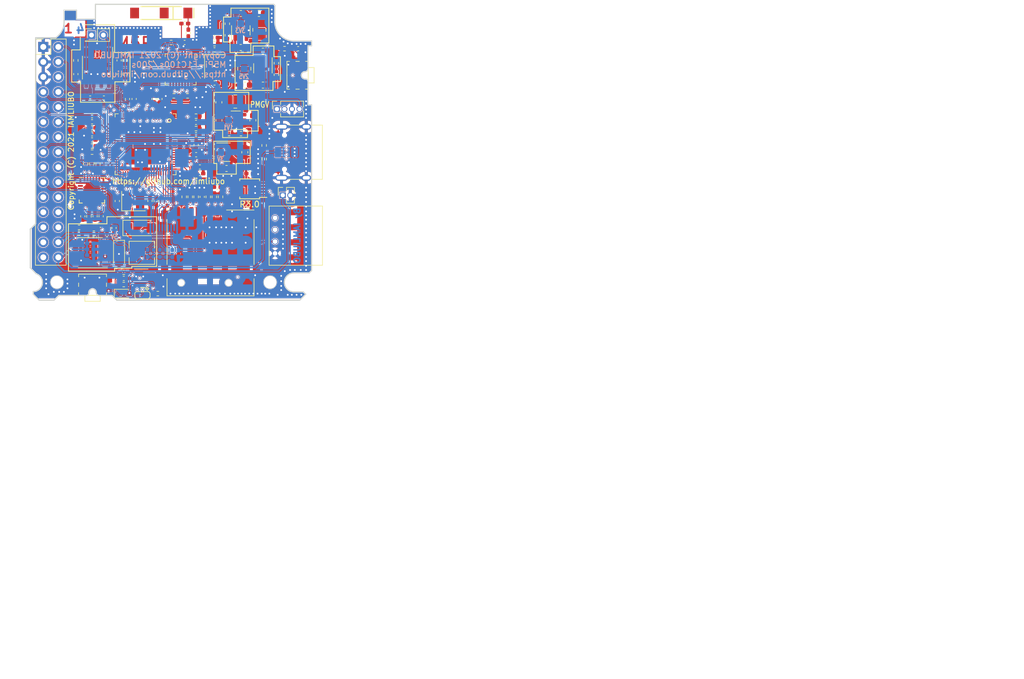
<source format=kicad_pcb>
(kicad_pcb (version 20210606) (generator pcbnew)
  (title_block (title "M5Pi-F1C100S/200S") (date "2021-06-19") (rev "3.0"))
  (layers (0 "F.Cu" power) (1 "In1.Cu" signal "Single1.Cu") (2 "In2.Cu" signal "Single2.Cu") (31 "B.Cu" power) (34 "B.Paste" user) (35 "F.Paste" user) (36 "B.SilkS" user "B.Silkscreen") (37 "F.SilkS" user "F.Silkscreen") (38 "B.Mask" user) (39 "F.Mask" user) (44 "Edge.Cuts" user))
  (net 0 "")
  (net 1 "Net-(C19-Pad1)")
  (net 2 "Net-(AE1-PadFEED)")
  (net 3 "Net-(C3-Pad2)")
  (net 4 "Net-(D1-Pad1)")
  (net 5 "Net-(C40-Pad2)")
  (net 6 "Net-(C4-Pad2)")
  (net 7 "Net-(C5-Pad2)")
  (net 8 "Net-(C18-Pad1)")
  (net 9 "Net-(C25-Pad2)")
  (net 10 "Net-(C26-Pad2)")
  (net 11 "Net-(R3-Pad2)")
  (net 12 "Net-(R4-Pad1)")
  (net 13 "Net-(R5-Pad1)")
  (net 14 "Net-(R8-Pad1)")
  (net 15 "+3V0")
  (net 16 "Net-(C41-Pad2)")
  (net 17 "/SPI0_CS")
  (net 18 "/MPU_INIT")
  (net 19 "GND")
  (net 20 "+3V3")
  (net 21 "+2V5")
  (net 22 "+1V1")
  (net 23 "Net-(C46-Pad2)")
  (net 24 "/USART1_RX")
  (net 25 "/USART1_TX")
  (net 26 "/SD_D2")
  (net 27 "/SD_D3")
  (net 28 "/SD_CMD")
  (net 29 "/SD_CLK")
  (net 30 "/SD_D0")
  (net 31 "/SD_D1")
  (net 32 "/I2C1_SCL")
  (net 33 "/I2C1_SDA")
  (net 34 "/I2C0_SDA")
  (net 35 "/I2C0_SCL")
  (net 36 "/SPI1_MISO")
  (net 37 "/DM")
  (net 38 "/DP")
  (net 39 "/SPI1_CLK")
  (net 40 "/SPI1_MOSI")
  (net 41 "/SPI1_CS")
  (net 42 "/USART0_TX")
  (net 43 "/UASRT0_RX")
  (net 44 "/SPI0_CLK")
  (net 45 "+5V")
  (net 46 "/SPI0_MISO")
  (net 47 "/SPI0_MOSI")
  (net 48 "+5VD")
  (net 49 "/D+")
  (net 50 "/D-")
  (net 51 "Net-(C47-Pad2)")
  (net 52 "/AMP_HPR")
  (net 53 "/~{{{{{RESET}}}}}")
  (net 54 "Net-(Ci1-Pad2)")
  (net 55 "/I2C2_SDA")
  (net 56 "/I2C2_SCL")
  (net 57 "/LCD_~{{{{{RESET}}}}}")
  (net 58 "Net-(J6-Pad1)")
  (net 59 "Net-(J6-Pad2)")
  (net 60 "Net-(Ri1-Pad1)")
  (net 61 "Net-(C32-Pad2)")
  (net 62 "Net-(L3-Pad1)")
  (net 63 "/STATUS_LED")
  (net 64 "/WIFI_RESET")
  (net 65 "/WIFI_INT")
  (net 66 "/USART2_RX")
  (net 67 "/USART2_TX")
  (net 68 "Net-(C36-Pad2)")
  (net 69 "Net-(C37-Pad2)")
  (net 70 "/PD13")
  (net 71 "Net-(C44-Pad2)")
  (net 72 "/LCD_D{slash}C")
  (net 73 "/LCD_BL")
  (net 74 "/TOUCH_INT")
  (net 75 "Net-(L1-Pad1)")
  (net 76 "Net-(L2-Pad1)")
  (net 77 "/PD21")
  (net 78 "/PD12")
  (net 79 "/PD14")
  (net 80 "/PD18")
  (net 81 "/PD19")
  (net 82 "/PD20")
  (net 83 "/I2S_BCLK")
  (net 84 "/I2S_DOUT")
  (net 85 "/I2S_LRCK")
  (net 86 "/I2S_MCLK")
  (net 87 "/I2S_DIN")
  (net 88 "/AMP_HPL")
  (net 89 "/VBAT")
  (net 90 "Net-(D2-Pad1)")
  (net 91 "Net-(D2-Pad2)")
  (net 92 "Net-(D3-Pad1)")
  (net 93 "Net-(D4-Pad2)")
  (net 94 "VBUS")
  (net 95 "Net-(R2-Pad1)")
  (net 96 "Net-(C28-Pad1)")
  (net 97 "/KEY1")
  (net 98 "/KEY2")
  (net 99 "Net-(Q1-Pad3)")
  (footprint "Capacitor_SMD:C_0402_1005Metric_Pad0.74x0.62mm_HandSolder" (layer "F.Cu") (at 143.233353 72.401564 180)
    (fp_text reference "C5" hide)
    (fp_text value "TBD")
  )
  (footprint "Capacitor_SMD:C_0402_1005Metric_Pad0.74x0.62mm_HandSolder" (layer "F.Cu") (at 126.813353 97.951564 -90)
    (fp_text reference "C26" hide)
    (fp_text value "TBD")
  )
  (footprint "Capacitor_SMD:C_0402_1005Metric_Pad0.74x0.62mm_HandSolder" (layer "F.Cu") (at 122.555853 87.621564 180)
    (fp_text reference "C21" hide)
    (fp_text value "100nF")
  )
  (footprint "Capacitor_SMD:C_0402_1005Metric_Pad0.74x0.62mm_HandSolder" (layer "F.Cu") (at 126.263353 102.501564 -90)
    (fp_text reference "C53" hide)
    (fp_text value "100nF")
  )
  (footprint "Resistor_SMD:R_0402_1005Metric_Pad0.72x0.64mm_HandSolder" (layer "F.Cu") (at 133.663353 113.601564)
    (fp_text reference "R19" hide)
    (fp_text value "49K9")
  )
  (footprint "Resistor_SMD:R_0402_1005Metric_Pad0.72x0.64mm_HandSolder" (layer "F.Cu") (at 142.178353 97.244064 -90)
    (fp_text reference "R11" hide)
    (fp_text value "10K")
  )
  (footprint "Capacitor_SMD:C_0402_1005Metric_Pad0.74x0.62mm_HandSolder" (layer "F.Cu") (at 134.013353 80.701564 -90)
    (fp_text reference "C14" hide)
    (fp_text value "100nF")
  )
  (footprint "Resistor_SMD:R_0402_1005Metric_Pad0.72x0.64mm_HandSolder" (layer "F.Cu") (at 140.128353 97.244064 90)
    (fp_text reference "R13" hide)
    (fp_text value "10K")
  )
  (footprint "Capacitor_SMD:C_0402_1005Metric_Pad0.74x0.62mm_HandSolder" (layer "F.Cu") (at 127.123353 74.184064 -90)
    (fp_text reference "C47" hide)
    (fp_text value "100nF")
  )
  (footprint "Capacitor_SMD:C_0402_1005Metric_Pad0.74x0.62mm_HandSolder" (layer "F.Cu") (at 122.555853 86.601564)
    (fp_text reference "C44" hide)
    (fp_text value "100nF")
  )
  (footprint "Inductor_SMD:L_1008_2520Metric" (layer "F.Cu") (at 150.813353 69.021564 90)
    (fp_text reference "L1" hide)
    (fp_text value "2.2uH")
  )
  (footprint "Capacitor_SMD:C_0402_1005Metric_Pad0.74x0.62mm_HandSolder" (layer "F.Cu") (at 140.113353 84.651564 180)
    (fp_text reference "C40" hide)
    (fp_text value "1uF")
  )
  (footprint "Resistor_SMD:R_0402_1005Metric_Pad0.72x0.64mm_HandSolder" (layer "F.Cu") (at 122.513353 91.621564 90)
    (fp_text reference "R6" hide)
    (fp_text value "4.7K")
  )
  (footprint "imliubo-nightly:MicroSD_Socket_push" (layer "F.Cu") (at 142.563353 106.271564)
    (fp_text reference "J1" hide)
    (fp_text value "Micro_SD_Card")
    (fp_circle (center -4.95 5.5) (end -4.35 5.5) (layer "Edge.Cuts") (width 0.12) (fill none))
    (fp_circle (center 3.05 5.5) (end 3.65 5.5) (layer "Edge.Cuts") (width 0.12) (fill none))
  )
  (footprint "imliubo-nightly:Grove_Socket_4Pin_2mm" (layer "F.Cu") (at 153.463353 103.801564 -90)
    (fp_text reference "J11" hide)
    (fp_text value "Grove_Socket_4Pin")
  )
  (footprint "Connector_PinSocket_1.27mm:PinSocket_1x04_P1.27mm_Vertical" (layer "F.Cu") (at 153.773353 82.401564 90)
    (fp_text reference "J12" hide)
    (fp_text value "Conn_01x04")
  )
  (footprint "imliubo-nightly:SolderJumper-3_P1.3mm_Open_RoundedPad1.0x1.5mm" (layer "F.Cu") (at 131.063353 113.851564 180)
    (fp_text reference "JP1" hide)
    (fp_text value "Jumper_3_Open")
  )
  (footprint "Resistor_SMD:R_0402_1005Metric" (layer "F.Cu") (at 145.705853 86.551564)
    (fp_text reference "R25" hide)
    (fp_text value "150K")
  )
  (footprint "Resistor_SMD:R_0402_1005Metric_Pad0.72x0.64mm_HandSolder" (layer "F.Cu") (at 128.163353 76.499064 90)
    (fp_text reference "R34" hide)
    (fp_text value "TBD")
  )
  (footprint "Package_SO:MSOP-10_3x3mm_P0.5mm" (layer "F.Cu") (at 149.173353 95.891564 180)
    (fp_text reference "U1" hide)
    (fp_text value "CH340E")
  )
  (footprint "Capacitor_SMD:C_0402_1005Metric_Pad0.74x0.62mm_HandSolder" (layer "F.Cu") (at 128.538353 80.701564 90)
    (fp_text reference "C20" hide)
    (fp_text value "100nF")
  )
  (footprint "Capacitor_SMD:C_0402_1005Metric_Pad0.74x0.62mm_HandSolder" (layer "F.Cu") (at 140.763353 93.301564 180)
    (fp_text reference "C12" hide)
    (fp_text value "100nF")
  )
  (footprint "Capacitor_SMD:C_0603_1608Metric" (layer "F.Cu") (at 150.738353 66.246564)
    (fp_text reference "C33" hide)
    (fp_text value "10uF")
  )
  (footprint "Package_TO_SOT_SMD:SOT-23-5" (layer "F.Cu") (at 147.683353 69.101564 90)
    (fp_text reference "U6" hide)
    (fp_text value "SY8088AAC")
  )
  (footprint "Resistor_SMD:R_0402_1005Metric_Pad0.72x0.64mm_HandSolder" (layer "F.Cu") (at 122.555853 89.691564)
    (fp_text reference "R10" hide)
    (fp_text value "2K2")
  )
  (footprint "Capacitor_SMD:C_0402_1005Metric_Pad0.74x0.62mm_HandSolder" (layer "F.Cu") (at 132.533353 76.569064 90)
    (fp_text reference "C7" hide)
    (fp_text value "100nF")
  )
  (footprint "Package_TO_SOT_SMD:SOT-23-5" (layer "F.Cu") (at 151.413353 75.514064 -90)
    (fp_text reference "U7" hide)
    (fp_text value "SY8088AAC")
  )
  (footprint "Capacitor_SMD:C_0402_1005Metric_Pad0.74x0.62mm_HandSolder" (layer "F.Cu") (at 157.363353 72.201564)
    (fp_text reference "C50" hide)
    (fp_text value "100nF")
  )
  (footprint "Capacitor_SMD:C_0402_1005Metric_Pad0.74x0.62mm_HandSolder" (layer "F.Cu") (at 140.763353 92.201564)
    (fp_text reference "C22" hide)
    (fp_text value "100nF")
  )
  (footprint "Resistor_SMD:R_0402_1005Metric_Pad0.72x0.64mm_HandSolder" (layer "F.Cu") (at 119.813353 74.184064 -90)
    (fp_text reference "Ri1" hide)
    (fp_text value "TBD")
  )
  (footprint "Resistor_SMD:R_0402_1005Metric_Pad0.72x0.64mm_HandSolder" (layer "F.Cu") (at 140.113353 83.601564 180)
    (fp_text reference "R30" hide)
    (fp_text value "200K")
  )
  (footprint "Capacitor_SMD:C_0402_1005Metric_Pad0.74x0.62mm_HandSolder" (layer "F.Cu") (at 119.813353 76.499064 90)
    (fp_text reference "Ci1" hide)
    (fp_text value "TBD")
  )
  (footprint "Resistor_SMD:R_0402_1005Metric_Pad0.72x0.64mm_HandSolder" (layer "F.Cu") (at 138.113353 97.244064 90)
    (fp_text reference "R16" hide)
    (fp_text value "10K")
  )
  (footprint "Resistor_SMD:R_0402_1005Metric_Pad0.72x0.64mm_HandSolder" (layer "F.Cu") (at 144.253353 97.244064 -90)
    (fp_text reference "R15" hide)
    (fp_text value "10K")
  )
  (footprint "Inductor_SMD:L_0402_1005Metric_Pad0.77x0.64mm_HandSolder" (layer "F.Cu") (at 138.185853 71.151564 180)
    (fp_text reference "TBD1" hide)
    (fp_text value "L")
  )
  (footprint "Capacitor_SMD:C_0603_1608Metric" (layer "F.Cu") (at 148.350853 89.701564 90)
    (fp_text reference "C42" hide)
    (fp_text value "1uF")
  )
  (footprint "Resistor_SMD:R_0402_1005Metric_Pad0.72x0.64mm_HandSolder" (layer "F.Cu") (at 122.033353 100.534064 -90)
    (fp_text reference "R8" hide)
    (fp_text value "10K")
  )
  (footprint "Resistor_SMD:R_0402_1005Metric_Pad0.72x0.64mm_HandSolder" (layer "F.Cu") (at 151.613353 88.554064 -90)
    (fp_text reference "R4" hide)
    (fp_text value "2K2")
  )
  (footprint "Resistor_SMD:R_0402_1005Metric_Pad0.72x0.64mm_HandSolder" (layer "F.Cu") (at 121.463353 91.651564 90)
    (fp_text reference "R7" hide)
    (fp_text value "4.7K")
  )
  (footprint "Connector_PinSocket_1.27mm:PinSocket_1x02_P1.27mm_Vertical" (layer "F.Cu") (at 154.763353 96.976564 90)
    (fp_text reference "J3" hide)
    (fp_text value "Conn_01x02")
  )
  (footprint "Resistor_SMD:R_0402_1005Metric_Pad0.72x0.64mm_HandSolder" (layer "F.Cu") (at 128.153353 74.184064 -90)
    (fp_text reference "R35" hide)
    (fp_text value "TBD")
  )
  (footprint "Resistor_SMD:R_0402_1005Metric" (layer "F.Cu") (at 153.693353 74.649064 90)
    (fp_text reference "R24" hide)
    (fp_text value "150K")
  )
  (footprint "Capacitor_SMD:C_0402_1005Metric_Pad0.74x0.62mm_HandSolder" (layer "F.Cu") (at 143.713353 95.601564 180)
    (fp_text reference "C1" hide)
    (fp_text value "100nF")
  )
  (footprint "Resistor_SMD:R_0402_1005Metric_Pad0.72x0.64mm_HandSolder" (layer "F.Cu") (at 122.555853 88.651564)
    (fp_text reference "R9" hide)
    (fp_text value "2K2")
  )
  (footprint "Resistor_SMD:R_0402_1005Metric_Pad0.72x0.64mm_HandSolder" (layer "F.Cu") (at 155.063353 72.201564 180)
    (fp_text reference "R36" hide)
    (fp_text value "49K9")
  )
  (footprint "Capacitor_SMD:C_0402_1005Metric_Pad0.74x0.62mm_HandSolder" (layer "F.Cu") (at 138.813353 69.551564 -90)
    (fp_text reference "C3" hide)
    (fp_text value "TBD")
  )
  (footprint "Resistor_SMD:R_0402_1005Metric_Pad0.72x0.64mm_HandSolder" (layer "F.Cu") (at 151.613353 90.851564 -90)
    (fp_text reference "R3" hide)
    (fp_text value "2K2")
  )
  (footprint "Connector_PinHeader_2.54mm:PinHeader_2x15_P2.54mm_Vertical" (layer "F.Cu") (at 114.313353 71.901564)
    (fp_text reference "J2" hide)
    (fp_text value "Conn_02x15_Odd_Even")
  )
  (footprint "imliubo-nightly:L_Sunlord_SWPA4030S_4x4x3mm" (layer "F.Cu") (at 130.963353 106.701564 180)
    (fp_text reference "L4" hide)
    (fp_text value "10uH")
  )
  (footprint "imliubo-nightly:SOP-8_4.8x6.0mm_P1.27mm_EP2.3x3.2mm" (layer "F.Cu") (at 122.263353 106.701564 180)
    (fp_text reference "U10" hide)
    (fp_text value "TP5400")
  )
  (footprint "Resistor_SMD:R_0402_1005Metric_Pad0.72x0.64mm_HandSolder" (layer "F.Cu") (at 143.233353 71.361564)
    (fp_text reference "R5" hide)
    (fp_text value "12K")
  )
  (footprint "Resistor_SMD:R_0402_1005Metric_Pad0.72x0.64mm_HandSolder" (layer "F.Cu") (at 127.910853 112.061564 180)
    (fp_text reference "R18" hide)
    (fp_text value "3K3")
  )
  (footprint "Capacitor_SMD:C_0603_1608Metric" (layer "F.Cu") (at 143.985853 84.301564 -90)
    (fp_text reference "C37" hide)
    (fp_text value "20pF")
  )
  (footprint "imliubo-nightly:Button_4Pin_Tortoise" (layer "F.Cu") (at 157.263353 76.691564 -90)
    (fp_text reference "SW2" hide)
    (fp_text value "Button_Tortoise_4Pin")
  )
  (footprint "Sensor_Motion:InvenSense_QFN-24_4x4mm_P0.5mm" (layer "F.Cu") (at 122.533353 96.141564)
    (fp_text reference "U4" hide)
    (fp_text value "MPU-6050")
  )
  (footprint "Capacitor_SMD:C_0402_1005Metric_Pad0.74x0.62mm_HandSolder" (layer "F.Cu") (at 143.233353 70.321564)
    (fp_text reference "C8" hide)
    (fp_text value "100nF")
  )
  (footprint "Capacitor_SMD:C_0603_1608Metric" (layer "F.Cu") (at 148.388353 78.359064 180)
    (fp_text reference "C38" hide)
    (fp_text value "10uF")
  )
  (footprint "Capacitor_SMD:C_0402_1005Metric_Pad0.74x0.62mm_HandSolder" (layer "F.Cu") (at 122.243353 80.541564)
    (fp_text reference "C49" hide)
    (fp_text value "100nF")
  )
  (footprint "Package_TO_SOT_SMD:SOT-23-5" (layer "F.Cu") (at 146.825853 84.301564 180)
    (fp_text reference "U8" hide)
    (fp_text value "SY8088AAC")
  )
  (footprint "Resistor_SMD:R_0402_1005Metric_Pad0.72x0.64mm_HandSolder" (layer "F.Cu") (at 127.910853 109.991564)
    (fp_text reference "R17" hide)
    (fp_text value "49K9")
  )
  (footprint "LED_SMD:LED_0603_1608Metric_Pad1.05x0.95mm_HandSolder" (layer "F.Cu") (at 127.963353 113.601564)
    (fp_text reference "D1" hide)
    (fp_text value "LED")
  )
  (footprint "Capacitor_SMD:C_0603_1608Metric" (layer "F.Cu") (at 151.413353 78.359064)
    (fp_text reference "C36" hide)
    (fp_text value "20pF")
  )
  (footprint "Capacitor_SMD:C_0402_1005Metric_Pad0.74x0.62mm_HandSolder" (layer "F.Cu") (at 133.388353 97.951564 90)
    (fp_text reference "C11" hide)
    (fp_text value "100nF")
  )
  (footprint "Capacitor_SMD:C_0603_1608Metric" (layer "F.Cu") (at 147.683353 66.251564 180)
    (fp_text reference "C32" hide)
    (fp_text value "20pF")
  )
  (footprint "Resistor_SMD:R_0402_1005Metric_Pad0.72x0.64mm_HandSolder" (layer "F.Cu") (at 143.203353 97.244064 -90)
    (fp_text reference "R12" hide)
    (fp_text value "10K")
  )
  (footprint "Capacitor_SMD:C_0402_1005Metric_Pad0.74x0.62mm_HandSolder" (layer "F.Cu") (at 123.558353 91.621564 90)
    (fp_text reference "C18" hide)
    (fp_text value "2.2nF")
  )
  (footprint "Capacitor_SMD:C_0402_1005Metric_Pad0.74x0.62mm_HandSolder" (layer "F.Cu") (at 127.910853 111.031564)
    (fp_text reference "C28" hide)
    (fp_text value "100nF")
  )
  (footprint "imliubo-nightly:USB_C_C393939" (layer "F.Cu") (at 157.663353 89.701564 90)
    (fp_text reference "UART1" hide)
    (fp_text value "USB_C")
  )
  (footprint "Capacitor_SMD:C_0402_1005Metric_Pad0.74x0.62mm_HandSolder" (layer "F.Cu") (at 140.133353 90.121564 180)
    (fp_text reference "C13" hide)
    (fp_text value "100nF")
  )
  (footprint "Crystal:Crystal_SMD_3225-4Pin_3.2x2.5mm" (layer "F.Cu") (at 129.563353 97.951564)
    (fp_text reference "Y2" hide)
    (fp_text value "24Mhz")
  )
  (footprint "Capacitor_SMD:C_0402_1005Metric_Pad0.74x0.62mm_HandSolder" (layer "F.Cu") (at 140.113353 86.751564 180)
    (fp_text reference "C41" hide)
    (fp_text value "1uF")
  )
  (footprint "Capacitor_SMD:C_0603_1608Metric" (layer "F.Cu") (at 143.970853 81.266564 90)
    (fp_text reference "C39" hide)
    (fp_text value "10uF")
  )
  (footprint "Package_TO_SOT_SMD:SOT-23" (layer "F.Cu") (at 145.263353 89.701564)
    (fp_text reference "U9" hide)
    (fp_text value "XC6206P302MR")
  )
  (footprint "Connector_PinHeader_2.00mm:PinHeader_2x01_P2.00mm_Vertical" (layer "F.Cu") (at 122.463353 69.901564)
    (fp_text reference "J6" hide)
    (fp_text value "Speaker")
  )
  (footprint "Resistor_SMD:R_0402_1005Metric_Pad0.72x0.64mm_HandSolder" (layer "F.Cu") (at 138.690853 80.181564 180)
    (fp_text reference "R29" hide)
    (fp_text value "10K")
  )
  (footprint "Capacitor_SMD:C_0402_1005Metric_Pad0.74x0.62mm_HandSolder" (layer "F.Cu") (at 120.330853 103.401564 180)
    (fp_text reference "C51" hide)
    (fp_text value "10uF")
  )
  (footprint "Capacitor_SMD:C_0402_1005Metric_Pad0.74x0.62mm_HandSolder" (layer "F.Cu") (at 124.083353 100.534064 -90)
    (fp_text reference "C17" hide)
    (fp_text value "100nF")
  )
  (footprint "Resistor_SMD:R_0402_1005Metric_Pad0.72x0.64mm_HandSolder" (layer "F.Cu") (at 140.113353 85.701564 180)
    (fp_text reference "R31" hide)
    (fp_text value "200K")
  )
  (footprint "Package_DFN_QFN:QFN-32-1EP_5x5mm_P0.5mm_EP3.45x3.45mm" (layer "F.Cu") (at 137.513353 75.701564 -90)
    (fp_text reference "U2" hide)
    (fp_text value "ESP8089")
  )
  (footprint "Capacitor_Tantalum_SMD:CP_EIA-3216-10_Kemet-I" (layer "F.Cu") (at 127.113353 106.901564 -90)
    (fp_text reference "C56" hide)
    (fp_text value "C_Polarized")
  )
  (footprint "Capacitor_SMD:C_0402_1005Metric_Pad0.74x0.62mm_HandSolder" (layer "F.Cu") (at 124.550853 80.541564)
    (fp_text reference "C48" hide)
    (fp_text value "100uF")
  )
  (footprint "Resistor_SMD:R_0402_1005Metric" (layer "F.Cu") (at 122.863353 103.401564 180)
    (fp_text reference "R2" hide)
    (fp_text value "1.1K")
  )
  (footprint "LED_SMD:LED_0402_1005Metric" (layer "F.Cu") (at 122.863353 102.401564 180)
    (fp_text reference "D2" hide)
    (fp_text value "LED")
  )
  (footprint "imliubo-nightly:QFN-88_EP_10x10_Pitch0.4mm" (layer "F.Cu") (at 131.593353 88.351564 -90)
    (fp_text reference "U3" hide)
    (fp_text value "F1C100s")
  )
  (footprint "Capacitor_SMD:C_0402_1005Metric_Pad0.74x0.62mm_HandSolder" (layer "F.Cu") (at 132.533353 74.291564 90)
    (fp_text reference "C6" hide)
    (fp_text value "100nF")
  )
  (footprint "Capacitor_SMD:C_0603_1608Metric" (layer "F.Cu") (at 145.263353 92.451564)
    (fp_text reference "C43" hide)
    (fp_text value "1uF")
  )
  (footprint "Resistor_SMD:R_0402_1005Metric" (layer "F.Cu") (at 153.693353 76.609064 90)
    (fp_text reference "R23" hide)
    (fp_text value "470K")
  )
  (footprint "Capacitor_SMD:C_0603_1608Metric" (layer "F.Cu") (at 147.663353 72.001564)
    (fp_text reference "C31" hide)
    (fp_text value "10uF")
  )
  (footprint "Capacitor_SMD:C_0402_1005Metric_Pad0.74x0.62mm_HandSolder" (layer "F.Cu") (at 120.993353 100.534064 -90)
    (fp_text reference "C16" hide)
    (fp_text value "10nF")
  )
  (footprint "Capacitor_SMD:C_0402_1005Metric_Pad0.74x0.62mm_HandSolder" (layer "F.Cu") (at 122.555853 85.581564 180)
    (fp_text reference "C45" hide)
    (fp_text value "100nF")
  )
  (footprint "Resistor_SMD:R_0402_1005Metric_Pad0.72x0.64mm_HandSolder" (layer "F.Cu") (at 139.129353 97.244064 90)
    (fp_text reference "R14" hide)
    (fp_text value "10K")
  )
  (footprint "Resistor_SMD:R_0402_1005Metric" (layer "F.Cu") (at 145.403353 67.986564 -90)
    (fp_text reference "R21" hide)
    (fp_text value "680K")
  )
  (footprint "imliubo-nightly:D-SMA(DO-214AC)" (layer "F.Cu") (at 130.563353 102.501564)
    (fp_text reference "D4" hide)
    (fp_text value "D")
  )
  (footprint "Capacitor_SMD:C_0402_1005Metric_Pad0.74x0.62mm_HandSolder" (layer "F.Cu") (at 141.153353 97.244064 90)
    (fp_text reference "C27" hide)
    (fp_text value "100nF")
  )
  (footprint "Resistor_SMD:R_0402_1005Metric" (layer "F.Cu") (at 120.363353 102.401564)
    (fp_text reference "R1" hide)
    (fp_text value "1K")
  )
  (footprint "Capacitor_SMD:C_0402_1005Metric_Pad0.74x0.62mm_HandSolder" (layer "F.Cu") (at 122.555853 83.531564 180)
    (fp_text reference "C23" hide)
    (fp_text value "100nF")
  )
  (footprint "Capacitor_SMD:C_0402_1005Metric_Pad0.74x0.62mm_HandSolder" (layer "F.Cu") (at 143.238353 78.001564)
    (fp_text reference "C4" hide)
    (fp_text value "TBD")
  )
  (footprint "Package_TO_SOT_SMD:SOT-23" (layer "F.Cu") (at 131.363353 111.001564)
    (fp_text reference "Q1" hide)
    (fp_text value "Q_NMOS_GSD")
  )
  (footprint "Resistor_SMD:R_0402_1005Metric_Pad0.72x0.64mm_HandSolder" (layer "F.Cu") (at 136.365853 80.181564)
    (fp_text reference "R28" hide)
    (fp_text value "10K")
  )
  (footprint "Resistor_SMD:R_0402_1005Metric_Pad0.72x0.64mm_HandSolder" (layer "F.Cu") (at 135.910853 71.151564 180)
    (fp_text reference "R27" hide)
    (fp_text value "10K")
  )
  (footprint "imliubo-nightly:SOP-8_3.9x4.9mm_P1.27mm" (layer "F.Cu") (at 123.478353 75.406564 -90)
    (fp_text reference "U5" hide)
    (fp_text value "NS4158B")
  )
  (footprint "Resistor_SMD:R_0402_1005Metric" (layer "F.Cu") (at 147.705853 86.561564)
    (fp_text reference "R26" hide)
    (fp_text value "150K")
  )
  (footprint "Capacitor_SMD:C_0402_1005Metric_Pad0.74x0.62mm_HandSolder" (layer "F.Cu") (at 138.213353 67.951564)
    (fp_text reference "C57" hide)
    (fp_text value "TBD")
  )
  (footprint "Capacitor_SMD:C_0402_1005Metric_Pad0.74x0.62mm_HandSolder" (layer "F.Cu") (at 129.663353 80.701564 -90)
    (fp_text reference "C10" hide)
    (fp_text value "100nF")
  )
  (footprint "Capacitor_SMD:C_0402_1005Metric_Pad0.74x0.62mm_HandSolder" (layer "F.Cu") (at 133.013353 80.701564 -90)
    (fp_text reference "C9" hide)
    (fp_text value "100nF")
  )
  (footprint "imliubo-nightly:ANT-2.4GHZ-9.5X2.0MM" (layer "F.Cu") (at 134.235473 66.174367 -90)
    (fp_text reference "AE1" hide)
    (fp_text value "Antenna_2.4G" hide)
  )
  (footprint "Inductor_SMD:L_1008_2520Metric" (layer "F.Cu") (at 146.745853 81.141564 180)
    (fp_text reference "L3" hide)
    (fp_text value "2.2uH")
  )
  (footprint "LED_SMD:LED_0402_1005Metric" (layer "F.Cu") (at 125.063353 102.901564 90)
    (fp_text reference "D3" hide)
    (fp_text value "LED")
  )
  (footprint "Capacitor_SMD:C_0402_1005Metric_Pad0.74x0.62mm_HandSolder" (layer "F.Cu") (at 127.123353 76.499064 90)
    (fp_text reference "C46" hide)
    (fp_text value "1uF")
  )
  (footprint "Capacitor_SMD:C_0402_1005Metric_Pad0.74x0.62mm_HandSolder" (layer "F.Cu") (at 149.173353 93.291564)
    (fp_text reference "C2" hide)
    (fp_text value "100nF")
  )
  (footprint "Resistor_SMD:R_0402_1005Metric" (layer "F.Cu") (at 145.403353 69.946564 -90)
    (fp_text reference "R22" hide)
    (fp_text value "150K")
  )
  (footprint "Capacitor_SMD:C_0603_1608Metric" (layer "F.Cu") (at 149.713353 84.301564 90)
    (fp_text reference "C35" hide)
    (fp_text value "10uF")
  )
  (footprint "Capacitor_SMD:C_0402_1005Metric_Pad0.74x0.62mm_HandSolder" (layer "F.Cu") (at 123.063353 100.534064 -90)
    (fp_text reference "C19" hide)
    (fp_text value "100nF")
  )
  (footprint "Capacitor_SMD:C_0402_1005Metric_Pad0.74x0.62mm_HandSolder" (layer "F.Cu") (at 140.133353 88.451564 -90)
    (fp_text reference "C15" hide)
    (fp_text value "100nF")
  )
  (footprint "imliubo-nightly:Button_4Pin_Tortoise" (layer "F.Cu") (at 122.638353 112.101564 180)
    (fp_text reference "SW1" hide)
    (fp_text value "Button_Tortoise_4Pin")
  )
  (footprint "Capacitor_SMD:C_0603_1608Metric" (layer "F.Cu") (at 151.413353 72.614064 180)
    (fp_text reference "C34" hide)
    (fp_text value "10uF")
  )
  (footprint "Capacitor_SMD:C_0402_1005Metric_Pad0.74x0.62mm_HandSolder" (layer "F.Cu") (at 132.338353 97.951564 90)
    (fp_text reference "C25" hide)
    (fp_text value "TBD")
  )
  (footprint "Capacitor_SMD:C_0402_1005Metric_Pad0.74x0.62mm_HandSolder" (layer "F.Cu") (at 122.555853 84.561564 180)
    (fp_text reference "C24" hide)
    (fp_text value "100nF")
  )
  (footprint "Crystal:Crystal_SMD_3225-4Pin_3.2x2.5mm" (layer "F.Cu") (at 143.213353 75.201564 -90)
    (fp_text reference "Y1" hide)
    (fp_text value "26Mhz")
  )
  (footprint "Inductor_SMD:L_1008_2520Metric" (layer "F.Cu") (at 148.263353 75.584064 -90)
    (fp_text reference "L2" hide)
    (fp_text value "2.2uH")
  )
  (footprint "Resistor_SMD:R_0402_1005Metric_Pad0.72x0.64mm_HandSolder" (layer "B.Cu") (at 135.053353 106.824064 -90)
    (fp_text reference "R41" hide)
    (fp_text value "10K")
  )
  (footprint "Capacitor_SMD:C_0402_1005Metric_Pad0.74x0.62mm_HandSolder" (layer "B.Cu") (at 122.263353 105.101564)
    (fp_text reference "C54" hide)
    (fp_text value "22uF")
  )
  (footprint "Resistor_SMD:R_0402_1005Metric_Pad0.72x0.64mm_HandSolder" (layer "B.Cu") (at 136.093353 106.824064 90)
    (fp_text reference "R20" hide)
    (fp_text value "5.1K")
  )
  (footprint "imliubo-nightly:TestPoint" (layer "B.Cu") (at 126.363353 102.501564 180)
    (fp_text reference "TP1" hide)
    (fp_text value "TestPoint")
  )
  (footprint "imliubo-nightly:TE_0-1734839-8_1x08-1MP_P0.5mm_Horizontal" (layer "B.Cu") (at 134.293353 91.051564)
    (fp_text reference "J5" hide)
    (fp_text value "TOUCH_FPC_8P")
  )
  (footprint "imliubo-nightly:TestPoint" (layer "B.Cu") (at 147.663353 67.951564 180)
    (fp_text reference "TP2" hide)
    (fp_text value "TestPoint")
  )
  (footprint "Resistor_SMD:R_0402_1005Metric_Pad0.72x0.64mm_HandSolder" (layer "B.Cu") (at 134.013353 106.804064 -90)
    (fp_text reference "R39" hide)
    (fp_text value "10K")
  )
  (footprint "imliubo-nightly:TE_1-1734839-0_1x10-1MP_P0.5mm_Horizontal" (layer "B.Cu") (at 134.663353 101.089064)
    (fp_text reference "J4" hide)
    (fp_text value "LCD_FPC_10P")
  )
  (footprint "imliubo-nightly:TestPoint" (layer "B.Cu") (at 145.613353 84.301564 180)
    (fp_text reference "TP4" hide)
    (fp_text value "TestPoint")
  )
  (footprint "Capacitor_SMD:C_0402_1005Metric_Pad0.74x0.62mm_HandSolder" (layer "B.Cu") (at 137.143353 106.824064 90)
    (fp_text reference "C29" hide)
    (fp_text value "100nF")
  )
  (footprint "imliubo-nightly:TestPoint" (layer "B.Cu") (at 148.263353 75.601564 180)
    (fp_text reference "TP3" hide)
    (fp_text value "TestPoint")
  )
  (footprint "Capacitor_SMD:C_0402_1005Metric_Pad0.74x0.62mm_HandSolder" (layer "B.Cu") (at 122.263353 107.101564)
    (fp_text reference "C55" hide)
    (fp_text value "22uF")
  )
  (footprint "Resistor_SMD:R_0402_1005Metric_Pad0.72x0.64mm_HandSolder" (layer "B.Cu") (at 131.943353 106.804064 -90)
    (fp_text reference "R33" hide)
    (fp_text value "10K")
  )
  (footprint "imliubo-nightly:TestPoint" (layer "B.Cu") (at 144.313353 89.701564 -90)
    (fp_text reference "TP5" hide)
    (fp_text value "TestPoint")
  )
  (footprint "Capacitor_SMD:C_0402_1005Metric_Pad0.74x0.62mm_HandSolder" (layer "B.Cu") (at 128.093353 92.926564 -90)
    (fp_text reference "C30" hide)
    (fp_text value "100nF")
  )
  (footprint "Fuse:Fuse_1206_3216Metric" (layer "B.Cu") (at 155.363353 89.701564 180)
    (fp_text reference "F1" hide)
    (fp_text value "Fuse")
  )
  (footprint "Capacitor_SMD:C_0402_1005Metric_Pad0.74x0.62mm_HandSolder" (layer "B.Cu") (at 122.263353 106.101564)
    (fp_text reference "C52" hide)
    (fp_text value "100nF")
  )
  (footprint "Resistor_SMD:R_0402_1005Metric_Pad0.72x0.64mm_HandSolder" (layer "B.Cu") (at 132.963353 106.804064 -90)
    (fp_text reference "R40" hide)
    (fp_text value "10K")
  )
  (gr_line (start 147.463353 87.851564) (end 143.113353 87.851564) (layer "F.SilkS") (width 0.15))
  (gr_line (start 146.913353 91.601564) (end 149.263353 91.601564) (layer "F.SilkS") (width 0.15))
  (gr_line (start 150.613353 86.126564) (end 150.613353 82.626564) (layer "F.SilkS") (width 0.15))
  (gr_line (start 146.713353 73.351564) (end 146.713353 79.251564) (layer "F.SilkS") (width 0.15))
  (gr_line (start 121.363353 68.151564) (end 126.363353 68.151564) (layer "F.SilkS") (width 0.15))
  (gr_line (start 125.063353 101.801564) (end 118.563353 101.801564) (layer "F.SilkS") (width 0.15))
  (gr_line (start 145.863353 72.851564) (end 149.363353 72.851564) (layer "F.SilkS") (width 0.15))
  (gr_line (start 149.263353 91.601564) (end 149.263353 91.351564) (layer "F.SilkS") (width 0.15))
  (gr_line (start 126.413353 81.251564) (end 120.613353 81.251564) (layer "F.SilkS") (width 0.15))
  (gr_line (start 120.613353 77.851564) (end 119.113353 77.851564) (layer "F.SilkS") (width 0.15))
  (gr_line (start 153.113353 77.751564) (end 154.363353 77.751564) (layer "F.SilkS") (width 0.15))
  (gr_line (start 146.013353 65.351564) (end 146.013353 66.851564) (layer "F.SilkS") (width 0.15))
  (gr_line (start 152.413353 65.351564) (end 146.013353 65.351564) (layer "F.SilkS") (width 0.15))
  (gr_line (start 119.113353 72.401564) (end 120.563353 72.401564) (layer "F.SilkS") (width 0.15))
  (gr_line (start 133.463353 100.601564) (end 125.263353 100.601564) (layer "F.SilkS") (width 0.15))
  (gr_line (start 144.763353 71.051564) (end 145.863353 71.051564) (layer "F.SilkS") (width 0.15))
  (gr_line (start 154.363353 77.751564) (end 154.363353 73.551564) (layer "F.SilkS") (width 0.15))
  (gr_line (start 133.463353 109.001564) (end 133.463353 100.601564) (layer "F.SilkS") (width 0.15))
  (gr_line (start 149.763353 71.751564) (end 149.763353 73.351564) (layer "F.SilkS") (width 0.15))
  (gr_line (start 128.963353 72.851564) (end 128.963353 77.801564) (layer "F.SilkS") (width 0.15))
  (gr_line (start 149.363353 72.851564) (end 149.363353 71.351564) (layer "F.SilkS") (width 0.15))
  (gr_line (start 128.963353 77.801564) (end 126.413353 77.801564) (layer "F.SilkS") (width 0.15))
  (gr_line (start 150.613353 82.626564) (end 149.013353 82.626564) (layer "F.SilkS") (width 0.15))
  (gr_line (start 126.363353 109.301564) (end 129.263353 109.301564) (layer "F.SilkS") (width 0.15))
  (gr_line (start 147.463353 87.851564) (end 149.263353 87.851564) (layer "F.SilkS") (width 0.15))
  (gr_line (start 144.613353 87.226564) (end 148.813353 87.226564) (layer "F.SilkS") (width 0.15))
  (gr_line (start 149.763353 73.351564) (end 146.713353 73.351564) (layer "F.SilkS") (width 0.15))
  (gr_line (start 129.263353 109.301564) (end 129.263353 109.001564) (layer "F.SilkS") (width 0.15))
  (gr_line (start 143.113353 79.576564) (end 143.113353 85.976564) (layer "F.SilkS") (width 0.15))
  (gr_line (start 118.563353 109.801564) (end 121.663353 109.801564) (layer "F.SilkS") (width 0.15))
  (gr_line (start 120.613353 81.251564) (end 120.613353 77.851564) (layer "F.SilkS") (width 0.15))
  (gr_line (start 143.113353 87.851564) (end 143.113353 91.601564) (layer "F.SilkS") (width 0.15))
  (gr_line (start 148.813353 87.226564) (end 148.813353 86.126564) (layer "F.SilkS") (width 0.15))
  (gr_line (start 146.913353 93.401564) (end 146.913353 91.601564) (layer "F.SilkS") (width 0.15))
  (gr_line (start 153.263353 73.551564) (end 153.263353 71.751564) (layer "F.SilkS") (width 0.15))
  (gr_line (start 149.363353 71.351564) (end 149.363353 71.251564) (layer "F.SilkS") (width 0.15))
  (gr_line (start 143.113353 85.976564) (end 144.613353 85.976564) (layer "F.SilkS") (width 0.15))
  (gr_line (start 125.063353 100.601564) (end 125.063353 101.801564) (layer "F.SilkS") (width 0.15))
  (gr_line (start 126.363353 72.851564) (end 128.963353 72.851564) (layer "F.SilkS") (width 0.15))
  (gr_line (start 126.363353 68.151564) (end 126.363353 72.851564) (layer "F.SilkS") (width 0.15))
  (gr_line (start 143.113353 91.601564) (end 143.613353 91.601564) (layer "F.SilkS") (width 0.15))
  (gr_line (start 126.413353 77.801564) (end 126.413353 81.251564) (layer "F.SilkS") (width 0.15))
  (gr_line (start 148.813353 86.126564) (end 150.613353 86.126564) (layer "F.SilkS") (width 0.15))
  (gr_line (start 146.013353 66.851564) (end 144.763353 66.851564) (layer "F.SilkS") (width 0.15))
  (gr_line (start 149.363353 71.251564) (end 152.413353 71.251564) (layer "F.SilkS") (width 0.15))
  (gr_line (start 126.363353 109.401564) (end 126.363353 109.301564) (layer "F.SilkS") (width 0.15))
  (gr_line (start 126.363353 109.801564) (end 126.363353 109.401564) (layer "F.SilkS") (width 0.15))
  (gr_line (start 144.763353 66.851564) (end 144.763353 71.051564) (layer "F.SilkS") (width 0.15))
  (gr_line (start 143.613353 93.401564) (end 146.913353 93.401564) (layer "F.SilkS") (width 0.15))
  (gr_line (start 146.713353 79.251564) (end 153.113353 79.251564) (layer "F.SilkS") (width 0.15))
  (gr_line (start 149.263353 91.351564) (end 149.263353 88.101564) (layer "F.SilkS") (width 0.15))
  (gr_line (start 120.563353 72.401564) (end 120.563353 70.301564) (layer "F.SilkS") (width 0.15))
  (gr_line (start 154.363353 73.551564) (end 153.263353 73.551564) (layer "F.SilkS") (width 0.15))
  (gr_line (start 119.113353 77.851564) (end 119.113353 72.401564) (layer "F.SilkS") (width 0.15))
  (gr_line (start 153.263353 71.751564) (end 149.763353 71.751564) (layer "F.SilkS") (width 0.15))
  (gr_line (start 149.013353 82.626564) (end 149.013353 79.576564) (layer "F.SilkS") (width 0.15))
  (gr_line (start 143.613353 91.601564) (end 143.613353 93.401564) (layer "F.SilkS") (width 0.15))
  (gr_line (start 149.263353 87.851564) (end 149.263353 88.101564) (layer "F.SilkS") (width 0.15))
  (gr_line (start 153.113353 79.251564) (end 153.113353 77.751564) (layer "F.SilkS") (width 0.15))
  (gr_line (start 121.663353 109.801564) (end 126.363353 109.801564) (layer "F.SilkS") (width 0.15))
  (gr_line (start 152.413353 71.251564) (end 152.413353 65.351564) (layer "F.SilkS") (width 0.15))
  (gr_line (start 129.263353 109.001564) (end 133.463353 109.001564) (layer "F.SilkS") (width 0.15))
  (gr_line (start 145.863353 71.051564) (end 145.863353 72.851564) (layer "F.SilkS") (width 0.15))
  (gr_line (start 144.613353 85.976564) (end 144.613353 87.226564) (layer "F.SilkS") (width 0.15))
  (gr_line (start 149.013353 79.576564) (end 143.113353 79.576564) (layer "F.SilkS") (width 0.15))
  (gr_line (start 125.263353 100.601564) (end 125.063353 100.601564) (layer "F.SilkS") (width 0.15))
  (gr_line (start 118.563353 101.801564) (end 118.563353 109.801564) (layer "F.SilkS") (width 0.15))
  (gr_line (start 158.518229 77.322267) (end 158.608229 77.322267) (layer "Edge.Cuts") (width 0.2))
  (gr_line (start 119.92823 67.202268) (end 123.12823 67.202268) (layer "Edge.Cuts") (width 0.2))
  (gr_line (start 159.028231 81.702268) (end 159.62823 81.702268) (layer "Edge.Cuts") (width 0.2))
  (gr_line (start 159.028231 77.742269) (end 159.028231 81.702268) (layer "Edge.Cuts") (width 0.2))
  (gr_line (start 113.038147 70.352176) (end 113.038148 101.79235) (layer "Edge.Cuts") (width 0.2))
  (gr_arc (start 158.488782 75.54282) (end 158.48823 76.082269) (angle -90.11710081) (layer "Edge.Cuts") (width 0.2))
  (gr_line (start 159.62823 108.702366) (end 159.62823 109.702268) (layer "Edge.Cuts") (width 0.2))
  (gr_line (start 116.92823 113.902268) (end 116.12823 114.702268) (layer "Edge.Cuts") (width 0.2))
  (gr_arc (start 158.488891 76.67293) (end 158.48823 76.082269) (angle -89.87179493) (layer "Edge.Cuts") (width 0.2))
  (gr_circle (center 116.62366 111.682176) (end 117.728148 111.662176) (layer "Edge.Cuts") (width 0.1) (fill none))
  (gr_line (start 119.92823 65.702268) (end 119.92823 67.202268) (layer "Edge.Cuts") (width 0.2))
  (gr_line (start 159.62823 71.702268) (end 159.028231 71.702268) (layer "Edge.Cuts") (width 0.2))
  (gr_arc (start 121.588281 113.48232) (end 121.58823 113.902268) (angle -90.01407494) (layer "Edge.Cuts") (width 0.2))
  (gr_arc (start 158.519618 76.700879) (end 157.89823 76.702268) (angle -89.74385635) (layer "Edge.Cuts") (width 0.2))
  (gr_line (start 158.62823 113.702268) (end 157.62823 114.702268) (layer "Edge.Cuts") (width 0.2))
  (gr_circle (center 152.623479 111.682176) (end 153.727967 111.662176) (layer "Edge.Cuts") (width 0.1) (fill none))
  (gr_arc (start 122.657569 113.362929) (end 123.24823 113.362268) (angle -89.87189027) (layer "Edge.Cuts") (width 0.2))
  (gr_arc (start 123.787676 113.362822) (end 123.24823 113.362268) (angle -90.1175958) (layer "Edge.Cuts") (width 0.2))
  (gr_line (start 125.93823 113.902268) (end 123.78823 113.902268) (layer "Edge.Cuts") (width 0.2))
  (gr_line (start 138.178731 114.702268) (end 138.178731 114.702268) (layer "Edge.Cuts") (width 0.2))
  (gr_line (start 157.62823 114.702268) (end 126.738229 114.702268) (layer "Edge.Cuts") (width 0.2))
  (gr_line (start 121.58823 113.902268) (end 116.92823 113.902268) (layer "Edge.Cuts") (width 0.2))
  (gr_line (start 122.00823 113.392268) (end 122.00823 113.482268) (layer "Edge.Cuts") (width 0.2))
  (gr_line (start 153.229231 64.702268) (end 153.428229 64.902269) (layer "Edge.Cuts") (width 0.2))
  (gr_arc (start 156.628231 111.702268) (end 156.628233 110.102268) (angle -180) (layer "Edge.Cuts") (width 0.2))
  (gr_line (start 156.62823 70.902269) (end 159.62823 70.902269) (layer "Edge.Cuts") (width 0.2))
  (gr_line (start 159.62823 70.902269) (end 159.62823 71.702268) (layer "Edge.Cuts") (width 0.2))
  (gr_line (start 117.82823 65.702268) (end 119.92823 65.702268) (layer "Edge.Cuts") (width 0.2))
  (gr_line (start 116.12823 114.702268) (end 113.62823 114.702268) (layer "Edge.Cuts") (width 0.2))
  (gr_line (start 156.62823 113.302268) (end 158.228228 113.302268) (layer "Edge.Cuts") (width 0.2))
  (gr_arc (start 158.608279 77.742219) (end 159.028231 77.742269) (angle -90.01363177) (layer "Edge.Cuts") (width 0.2))
  (gr_line (start 159.62823 81.702268) (end 159.62823 98.702366) (layer "Edge.Cuts") (width 0.2))
  (gr_arc (start 114.629111 67.70315) (end 116.422718 70.352176) (angle -55.91458787) (layer "Edge.Cuts") (width 0.2))
  (gr_line (start 159.028231 71.702268) (end 159.028231 75.542268) (layer "Edge.Cuts") (width 0.2))
  (gr_line (start 113.62823 114.702268) (end 112.62823 113.702268) (layer "Edge.Cuts") (width 0.2))
  (gr_arc (start 112.628439 111.70255) (end 112.62823 113.252268) (angle -161.5833975) (layer "Edge.Cuts") (width 0.2))
  (gr_line (start 112.12823 102.702268) (end 113.038148 101.79235) (layer "Edge.Cuts") (width 0.2))
  (gr_line (start 125.777884 113.902268) (end 125.777884 113.902268) (layer "Edge.Cuts") (width 0.2))
  (gr_line (start 153.428229 64.902269) (end 153.428229 67.702268) (layer "Edge.Cuts") (width 0.2))
  (gr_line (start 158.228228 113.302268) (end 158.62823 113.702268) (layer "Edge.Cuts") (width 0.2))
  (gr_line (start 126.738229 114.702268) (end 125.93823 113.902268) (layer "Edge.Cuts") (width 0.2))
  (gr_line (start 123.12823 67.202268) (end 123.12823 64.702268) (layer "Edge.Cuts") (width 0.2))
  (gr_arc (start 156.630763 67.699735) (end 153.428229 67.702268) (angle -89.909364) (layer "Edge.Cuts") (width 0.2))
  (gr_line (start 159.62823 109.702268) (end 159.228228 110.102268) (layer "Edge.Cuts") (width 0.2))
  (gr_line (start 116.422718 70.352176) (end 113.038147 70.352176) (layer "Edge.Cuts") (width 0.2))
  (gr_line (start 159.62823 98.702366) (end 159.62823 108.702366) (layer "Edge.Cuts") (width 0.2))
  (gr_line (start 117.82823 67.702268) (end 117.82823 65.702268) (layer "Edge.Cuts") (width 0.2))
  (gr_line (start 112.12823 102.702268) (end 112.12823 102.702268) (layer "Edge.Cuts") (width 0.2))
  (gr_line (start 157.89823 76.672269) (end 157.89823 76.702268) (layer "Edge.Cuts") (width 0.2))
  (gr_line (start 159.228228 110.102268) (end 156.628233 110.102268) (layer "Edge.Cuts") (width 0.2))
  (gr_line (start 112.62823 113.702268) (end 112.62823 113.252268) (layer "Edge.Cuts") (width 0.2))
  (gr_arc (start 122.629621 113.393659) (end 122.62823 112.772268) (angle -89.74351716) (layer "Edge.Cuts") (width 0.2))
  (gr_line (start 112.12823 109.241268) (end 112.12823 102.702268) (layer "Edge.Cuts") (width 0.2))
  (gr_line (start 159.62823 98.702366) (end 159.62823 98.702366) (layer "Edge.Cuts") (width 0.2))
  (gr_line (start 113.11823 110.232268) (end 112.12823 109.241268) (layer "Edge.Cuts") (width 0.2))
  (gr_line (start 123.12823 64.702268) (end 153.229231 64.702268) (layer "Edge.Cuts") (width 0.2))
  (gr_line (start 122.658229 112.772268) (end 122.62823 112.772268) (layer "Edge.Cuts") (width 0.2))
  (gr_text "M5Pi" (at 130.193353 71.301564) (layer "F.Cu") (effects (font (size 2 2) (thickness 0.3))))
  (gr_text "1" (at 118.563353 68.801564) (layer "F.Cu") (effects (font (size 1.5 1.5) (thickness 0.3))))
  (gr_text "By IAMLIUBO" (at 157.2 103.8 90) (layer "B.Cu") (effects (font (size 1 1) (thickness 0.25)) (justify mirror)))
  (gr_text "4" (at 120.563353 68.901564) (layer "B.Cu") (effects (font (size 1.5 1.5) (thickness 0.3)) (justify mirror)))
  (gr_text "1V1" (at 145.55 85.55) (layer "B.SilkS") (effects (font (size 0.8 0.6)) (justify mirror)))
  (gr_text "5V" (at 126.3 104) (layer "B.SilkS") (effects (font (size 0.8 0.6)) (justify mirror)))
  (gr_text "3V" (at 144.25 90.9) (layer "B.SilkS") (effects (font (size 0.8 0.6)) (justify mirror)))
  (gr_text "3V3" (at 147.6 69.15) (layer "B.SilkS") (effects (font (size 0.8 0.6)) (justify mirror)))
  (gr_text "Copyright (C) 2021 IAMLIUBO\nM5Pi-F1C100s/200s\nhttps://github.com/imliubo" (at 145.3 74.9) (layer "B.SilkS") (effects (font (size 1 1)) (justify left mirror)))
  (gr_text "2V5" (at 148.2 76.9) (layer "B.SilkS") (effects (font (size 0.8 0.6)) (justify mirror)))
  (gr_text "PMGV" (at 150.863353 81.651564) (layer "F.SilkS") (effects (font (size 1 0.8))))
  (gr_text "Copyright (C) 2021 IAMLIUBO" (at 119.013353 89.451564 90) (layer "F.SilkS") (effects (font (size 0.9 0.9))))
  (gr_text "https://github.com/imliubo" (at 135.463353 94.601564) (layer "F.SilkS") (effects (font (size 1 0.9))))
  (gr_text "R3.0" (at 149.163353 98.5) (layer "F.SilkS") (effects (font (size 1 1))))
  (segment (start 122.783353 99.686564) (end 123.063353 99.966564) (width 0.15) (layer "F.Cu") (net 1))
  (segment (start 122.783353 98.091564) (end 122.783353 99.686564) (width 0.15) (layer "F.Cu") (net 1))
  (segment (start 138.813353 67.984064) (end 138.780853 67.951564) (width 0.15) (layer "F.Cu") (net 2))
  (segment (start 138.813353 68.984064) (end 138.813353 67.984064) (width 0.15) (layer "F.Cu") (net 2))
  (segment (start 138.780853 66.221407) (end 138.733813 66.174367) (width 0.15) (layer "F.Cu") (net 2))
  (segment (start 138.780853 67.951564) (end 138.780853 66.221407) (width 0.15) (layer "F.Cu") (net 2))
  (segment (start 138.758353 70.174064) (end 138.813353 70.119064) (width 0.15) (layer "F.Cu") (net 3))
  (segment (start 138.758353 71.151564) (end 138.758353 70.174064) (width 0.15) (layer "F.Cu") (net 3))
  (segment (start 138.763353 71.156564) (end 138.758353 71.151564) (width 0.15) (layer "F.Cu") (net 3))
  (segment (start 138.763353 73.264064) (end 138.763353 71.156564) (width 0.15) (layer "F.Cu") (net 3))
  (segment (start 127.313353 113.376564) (end 127.088353 113.601564) (width 0.15) (layer "F.Cu") (net 4))
  (segment (start 127.313353 112.061564) (end 127.313353 113.376564) (width 0.15) (layer "F.Cu") (net 4))
  (segment (start 138.113353 86.151564) (end 138.363353 85.901564) (width 0.15) (layer "F.Cu") (net 5))
  (segment (start 138.363353 85.901564) (end 138.363353 84.901564) (width 0.15) (layer "F.Cu") (net 5))
  (segment (start 136.493353 86.151564) (end 138.113353 86.151564) (width 0.15) (layer "F.Cu") (net 5))
  (segment (start 138.613353 84.651564) (end 139.545853 84.651564) (width 0.15) (layer "F.Cu") (net 5))
  (segment (start 139.545853 83.631564) (end 139.515853 83.601564) (width 0.15) (layer "F.Cu") (net 5))
  (segment (start 138.363353 84.901564) (end 138.613353 84.651564) (width 0.15) (layer "F.Cu") (net 5))
  (segment (start 139.545853 84.651564) (end 139.545853 83.631564) (width 0.15) (layer "F.Cu") (net 5))
  (segment (start 143.805853 77.344064) (end 143.805853 76.559064) (width 0.15) (layer "F.Cu") (net 6))
  (segment (start 144.063353 75.901564) (end 144.063353 76.301564) (width 0.15) (layer "F.Cu") (net 6))
  (segment (start 140.613353 76.451564) (end 141.505853 77.344064) (width 0.15) (layer "F.Cu") (net 6))
  (segment (start 143.805853 76.559064) (end 144.063353 76.301564) (width 0.15) (layer "F.Cu") (net 6))
  (segment (start 141.505853 77.344064) (end 143.805853 77.344064) (width 0.15) (layer "F.Cu") (net 6))
  (segment (start 139.950853 76.451564) (end 140.613353 76.451564) (width 0.15) (layer "F.Cu") (net 6))
  (segment (start 143.805853 78.001564) (end 143.805853 77.344064) (width 0.15) (layer "F.Cu") (net 6))
  (segment (start 139.950853 75.951564) (end 141.213353 75.951564) (width 0.15) (layer "F.Cu") (net 7))
  (segment (start 142.665853 73.799064) (end 142.363353 74.101564) (width 0.15) (layer "F.Cu") (net 7))
  (segment (start 141.463353 75.701564) (end 141.463353 74.501564) (width 0.15) (layer "F.Cu") (net 7))
  (segment (start 141.463353 74.501564) (end 141.863353 74.101564) (width 0.15) (layer "F.Cu") (net 7))
  (segment (start 141.213353 75.951564) (end 141.463353 75.701564) (width 0.15) (layer "F.Cu") (net 7))
  (segment (start 141.863353 74.101564) (end 142.363353 74.101564) (width 0.15) (layer "F.Cu") (net 7))
  (segment (start 142.665853 72.401564) (end 142.665853 73.799064) (width 0.15) (layer "F.Cu") (net 7))
  (segment (start 123.558353 92.906564) (end 123.558353 92.189064) (width 0.15) (layer "F.Cu") (net 8))
  (segment (start 123.283353 94.191564) (end 123.283353 93.181564) (width 0.15) (layer "F.Cu") (net 8))
  (segment (start 123.283353 93.181564) (end 123.558353 92.906564) (width 0.15) (layer "F.Cu") (net 8))
  (segment (start 132.338353 97.384064) (end 130.945853 97.384064) (width 0.15) (layer "F.Cu") (net 9))
  (segment (start 130.193353 93.251564) (end 130.193353 96.631564) (width 0.15) (layer "F.Cu") (net 9))
  (segment (start 130.193353 96.631564) (end 130.663353 97.101564) (width 0.15) (layer "F.Cu") (net 9))
  (segment (start 130.945853 97.384064) (end 130.663353 97.101564) (width 0.15) (layer "F.Cu") (net 9))
  (segment (start 126.813353 98.519064) (end 128.180853 98.519064) (width 0.15) (layer "F.Cu") (net 10))
  (segment (start 129.793353 95.971564) (end 129.793353 93.251564) (width 0.15) (layer "F.Cu") (net 10))
  (segment (start 129.563353 98.501564) (end 129.563353 96.201564) (width 0.15) (layer "F.Cu") (net 10))
  (segment (start 129.563353 96.201564) (end 129.793353 95.971564) (width 0.15) (layer "F.Cu") (net 10))
  (segment (start 128.463353 98.801564) (end 129.263353 98.801564) (width 0.15) (layer "F.Cu") (net 10))
  (segment (start 129.263353 98.801564) (end 129.563353 98.501564) (width 0.15) (layer "F.Cu") (net 10))
  (segment (start 128.180853 98.519064) (end 128.463353 98.801564) (width 0.15) (layer "F.Cu") (net 10))
  (segment (start 151.613353 91.449064) (end 152.315853 91.449064) (width 0.15) (layer "F.Cu") (net 11))
  (segment (start 152.315853 91.449064) (end 152.813353 90.951564) (width 0.15) (layer "F.Cu") (net 11))
  (segment (start 152.813353 90.951564) (end 153.993353 90.951564) (width 0.15) (layer "F.Cu") (net 11))
  (segment (start 151.613353 87.956564) (end 153.988353 87.956564) (width 0.15) (layer "F.Cu") (net 12))
  (segment (start 153.988353 87.956564) (end 153.993353 87.951564) (width 0.15) (layer "F.Cu") (net 12))
  (segment (start 139.950853 74.451564) (end 140.913353 74.451564) (width 0.15) (layer "F.Cu") (net 13))
  (segment (start 141.5 73.2) (end 141.938436 72.761564) (width 0.15) (layer "F.Cu") (net 13))
  (segment (start 141.5 73.864917) (end 141.5 73.2) (width 0.15) (layer "F.Cu") (net 13))
  (segment (start 140.913353 74.451564) (end 141.5 73.864917) (width 0.15) (layer "F.Cu") (net 13))
  (segment (start 141.938436 71.361564) (end 142.635853 71.361564) (width 0.15) (layer "F.Cu") (net 13))
  (segment (start 141.938436 72.761564) (end 141.938436 71.361564) (width 0.15) (layer "F.Cu") (net 13))
  (segment (start 122.283353 98.091564) (end 122.283353 99.686564) (width 0.15) (layer "F.Cu") (net 14))
  (segment (start 122.283353 99.686564) (end 122.033353 99.936564) (width 0.15) (layer "F.Cu") (net 14))
  (segment (start 144.488353 90.814064) (end 144.325853 90.651564) (width 0.2) (layer "F.Cu") (net 15))
  (segment (start 139.380853 89.019064) (end 140.133353 89.019064) (width 0.2) (layer "F.Cu") (net 15))
  (segment (start 139.063353 88.701564) (end 139.380853 89.019064) (width 0.2) (layer "F.Cu") (net 15))
  (segment (start 136.493353 87.351564) (end 138.613353 87.351564) (width 0.2) (layer "F.Cu") (net 15))
  (segment (start 144.488353 92.451564) (end 144.488353 91.476564) (width 0.2) (layer "F.Cu") (net 15))
  (segment (start 144.488353 91.476564) (end 144.488353 90.814064) (width 0.2) (layer "F.Cu") (net 15))
  (segment (start 141.961789 88.8) (end 142.563353 89.401564) (width 0.2) (layer "F.Cu") (net 15))
  (segment (start 139.063353 87.801564) (end 139.063353 88.701564) (width 0.2) (layer "F.Cu") (net 15))
  (segment (start 138.613353 87.351564) (end 139.063353 87.801564) (width 0.2) (layer "F.Cu") (net 15))
  (segment (start 143.013353 90.651564) (end 144.325853 90.651564) (width 0.2) (layer "F.Cu") (net 15))
  (segment (start 140.133353 89.019064) (end 140.352417 88.8) (width 0.2) (layer "F.Cu") (net 15))
  (segment (start 142.563353 89.401564) (end 142.563353 90.201564) (width 0.2) (layer "F.Cu") (net 15))
  (segment (start 142.563353 90.201564) (end 143.013353 90.651564) (width 0.2) (layer "F.Cu") (net 15))
  (segment (start 140.352417 88.8) (end 141.961789 88.8) (width 0.2) (layer "F.Cu") (net 15))
  (via (at 144.488353 91.476564) (size 0.45) (drill 0.3) (layers "F.Cu" "B.Cu") (net 15))
  (segment (start 144.488353 91.476564) (end 144.488353 89.876564) (width 0.15) (layer "B.Cu") (net 15))
  (segment (start 144.488353 89.876564) (end 144.313353 89.701564) (width 0.15) (layer "B.Cu") (net 15))
  (segment (start 139.545853 86.751564) (end 139.545853 85.731564) (width 0.15) (layer "F.Cu") (net 16))
  (segment (start 139.345853 86.951564) (end 139.545853 86.751564) (width 0.15) (layer "F.Cu") (net 16))
  (segment (start 139.545853 85.731564) (end 139.515853 85.701564) (width 0.15) (layer "F.Cu") (net 16))
  (segment (start 136.493353 86.951564) (end 139.345853 86.951564) (width 0.15) (layer "F.Cu") (net 16))
  (segment (start 136.563353 79.401564) (end 136.763353 79.201564) (width 0.15) (layer "F.Cu") (net 17))
  (segment (start 136.763353 79.201564) (end 136.763353 78.139064) (width 0.15) (layer "F.Cu") (net 17))
  (segment (start 133.393353 94.593353) (end 133.393353 93.251564) (width 0.15) (layer "F.Cu") (net 17))
  (segment (start 133.75 94.95) (end 133.393353 94.593353) (width 0.15) (layer "F.Cu") (net 17))
  (via (at 133.75 94.95) (size 0.4) (drill 0.2) (layers "F.Cu" "B.Cu") (net 17))
  (via (at 136.563353 79.401564) (size 0.45) (drill 0.3) (layers "F.Cu" "B.Cu") (net 17))
  (segment (start 127.063353 95.401564) (end 127.793353 94.671564) (width 0.15) (layer "F.Cu") (net 18))
  (segment (start 125.863353 95.801564) (end 126.263353 95.401564) (width 0.15) (layer "F.Cu") (net 18))
  (segment (start 126.263353 95.401564) (end 127.063353 95.401564) (width 0.15) (layer "F.Cu") (net 18))
  (segment (start 123.763353 99.101564) (end 123.783353 99.081564) (width 0.15) (layer "F.Cu") (net 18))
  (segment (start 127.793353 94.671564) (end 127.793353 93.251564) (width 0.15) (layer "F.Cu") (net 18))
  (segment (start 123.783353 99.081564) (end 123.783353 98.091564) (width 0.15) (layer "F.Cu") (net 18))
  (via (at 125.863353 95.801564) (size 0.45) (drill 0.3) (layers "F.Cu" "B.Cu") (net 18))
  (via (at 123.763353 99.101564) (size 0.45) (drill 0.3) (layers "F.Cu" "B.Cu") (net 18))
  (segment (start 121.391564 89.691564) (end 120.9 89.2) (width 0.15) (layer "F.Cu") (net 19))
  (segment (start 136.763353 76.451564) (end 137.513353 75.701564) (width 0.15) (layer "F.Cu") (net 19))
  (segment (start 148.2 69.1) (end 149 69.1) (width 0.15) (layer "F.Cu") (net 19))
  (segment (start 121.958353 89.691564) (end 121.391564 89.691564) (width 0.15) (layer "F.Cu") (net 19))
  (segment (start 137.613353 71.413353) (end 138 71.8) (width 0.15) (layer "F.Cu") (net 19))
  (segment (start 137.613353 71.151564) (end 137.613353 71.413353) (width 0.15) (layer "F.Cu") (net 19))
  (segment (start 137.645853 67.951564) (end 137.645853 71.119064) (width 0.15) (layer "F.Cu") (net 19))
  (segment (start 130.315853 112.061564) (end 130.425853 111.951564) (width 0.15) (layer "F.Cu") (net 19))
  (segment (start 135.075853 76.451564) (end 136.763353 76.451564) (width 0.15) (layer "F.Cu") (net 19))
  (segment (start 137.645853 71.119064) (end 137.613353 71.151564) (width 0.15) (layer "F.Cu") (net 19))
  (segment (start 147.683353 69.616647) (end 148.2 69.1) (width 0.15) (layer "F.Cu") (net 19))
  (segment (start 147.683353 70.239064) (end 147.683353 69.616647) (width 0.15) (layer "F.Cu") (net 19))
  (via (at 146.2 99.7) (size 0.45) (drill 0.3) (layers "F.Cu" "B.Cu") (net 19))
  (via (at 140.2 70.1) (size 0.45) (drill 0.3) (layers "F.Cu" "B.Cu") (net 19))
  (via (at 152.9 66.3) (size 0.45) (drill 0.3) (layers "F.Cu" "B.Cu") (net 19))
  (via (at 137.4 93) (size 0.45) (drill 0.3) (layers "F.Cu" "B.Cu") (net 19))
  (via (at 130.8 68.7) (size 0.45) (drill 0.3) (layers "F.Cu" "B.Cu") (net 19))
  (via (at 155.1 109.8) (size 0.45) (drill 0.3) (layers "F.Cu" "B.Cu") (net 19))
  (via (at 114.8 111.9) (size 0.45) (drill 0.3) (layers "F.Cu" "B.Cu") (net 19))
  (via (at 157.8 109.6) (size 0.45) (drill 0.3) (layers "F.Cu" "B.Cu") (net 19))
  (via (at 149 69.1) (size 0.45) (drill 0.3) (layers "F.Cu" "B.Cu") (net 19))
  (via (at 155.6 71.3) (size 0.45) (drill 0.3) (layers "F.Cu" "B.Cu") (net 19))
  (via (at 158.7 91.4) (size 0.45) (drill 0.3) (layers "F.Cu" "B.Cu") (net 19))
  (via (at 155.1 73.4) (size 0.45) (drill 0.3) (layers "F.Cu" "B.Cu") (net 19))
  (via (at 142.5 113.6) (size 0.45) (drill 0.3) (layers "F.Cu" "B.Cu") (net 19))
  (via (at 140.3 113.6) (size 0.45) (drill 0.3) (layers "F.Cu" "B.Cu") (net 19))
  (via (at 156.3 113.8) (size 0.45) (drill 0.3) (layers "F.Cu" "B.Cu") (net 19))
  (via (at 145.2 105) (size 0.45) (drill 0.3) (layers "F.Cu" "B.Cu") (net 19))
  (via (at 153.9 113.8) (size 0.45) (drill 0.3) (layers "F.Cu" "B.Cu") (net 19))
  (via (at 137.4 96) (size 0.45) (drill 0.3) (layers "F.Cu" "B.Cu") (net 19))
  (via (at 129.8 77.8) (size 0.45) (drill 0.3) (layers "F.Cu" "B.Cu") (net 19))
  (via (at 119.6 100.9) (size 0.45) (drill 0.3) (layers "F.Cu" "B.Cu") (net 19))
  (via (at 158.7 92.9) (size 0.45) (drill 0.3) (layers "F.Cu" "B.Cu") (net 19))
  (via (at 132.6 68.7) (size 0.45) (drill 0.3) (layers "F.Cu" "B.Cu") (net 19))
  (via (at 147.2 113.6) (size 0.45) (drill 0.3) (layers "F.Cu" "B.Cu") (net 19))
  (via (at 157.8 71.4) (size 0.45) (drill 0.3) (layers "F.Cu" "B.Cu") (net 19))
  (via (at 140.8 82.1) (size 0.45) (drill 0.3) (layers "F.Cu" "B.Cu") (net 19))
  (via (at 146.2 105) (size 0.45) (drill 0.3) (layers "F.Cu" "B.Cu") (net 19))
  (via (at 134.1 69.8) (size 0.45) (drill 0.3) (layers "F.Cu" "B.Cu") (net 19))
  (via (at 158.6 72.8) (size 0.45) (drill 0.3) (layers "F.Cu" "B.Cu") (net 19))
  (via (at 118.4 111.2) (size 0.45) (drill 0.3) (layers "F.Cu" "B.Cu") (net 19))
  (via (at 154.5 113) (size 0.45) (drill 0.3) (layers "F.Cu" "B.Cu") (net 19))
  (via (at 130.3 91.4) (size 0.45) (drill 0.3) (layers "F.Cu" "B.Cu") (net 19))
  (via (at 158.7 81.1) (size 0.45) (drill 0.3) (layers "F.Cu" "B.Cu") (net 19))
  (via (at 138.8 113.6) (size 0.45) (drill 0.3) (layers "F.Cu" "B.Cu") (net 19))
  (via (at 127.8 68.7) (size 0.45) (drill 0.3) (layers "F.Cu" "B.Cu") (net 19))
  (via (at 154.8 101) (size 0.45) (drill 0.3) (layers "F.Cu" "B.Cu") (net 19))
  (via (at 121.3 110.9) (size 0.45) (drill 0.3) (layers "F.Cu" "B.Cu") (net 19))
  (via (at 142.4 102.4) (size 0.45) (drill 0.3) (layers "F.Cu" "B.Cu") (net 19))
  (via (at 154.9 71) (size 0.45) (drill 0.3) (layers "F.Cu" "B.Cu") (net 19))
  (via (at 154.8 106) (size 0.45) (drill 0.3) (layers "F.Cu" "B.Cu") (net 19))
  (via (at 150.1 96.6) (size 0.45) (drill 0.3) (layers "F.Cu" "B.Cu") (net 19))
  (via (at 133 86.3) (size 0.45) (drill 0.3) (layers "F.Cu" "B.Cu") (net 19))
  (via (at 145 113.6) (size 0.45) (drill 0.3) (layers "F.Cu" "B.Cu") (net 19))
  (via (at 127.1 106.9) (size 0.45) (drill 0.3) (layers "F.Cu" "B.Cu") (net 19))
  (via (at 120.7 92.2) (size 0.45) (drill 0.3) (layers "F.Cu" "B.Cu") (net 19))
  (via (at 155.7 74.9) (size 0.45) (drill 0.3) (layers "F.Cu" "B.Cu") (net 19))
  (via (at 150.1 95.5) (size 0.45) (drill 0.3) (layers "F.Cu" "B.Cu") (net 19))
  (via (at 154.8 104.4) (size 0.45) (drill 0.3) (layers "F.Cu" "B.Cu") (net 19))
  (via (at 133.2 68.7) (size 0.45) (drill 0.3) (layers "F.Cu" "B.Cu") (net 19))
  (via (at 148.4 113.6) (size 0.45) (drill 0.3) (layers "F.Cu" "B.Cu") (net 19))
  (via (at 124 89.3) (size 0.45) (drill 0.3) (layers "F.Cu" "B.Cu") (net 19))
  (via (at 150.1 110.5) (size 0.45) (drill 0.3) (layers "F.Cu" "B.Cu") (net 19))
  (via (at 128.7 86.3) (size 0.45) (drill 0.3) (layers "F.Cu" "B.Cu") (net 19))
  (via (at 152.5 87.4) (size 0.45) (drill 0.3) (layers "F.Cu" "B.Cu") (net 19))
  (via (at 145.2 75.8) (size 0.45) (drill 0.3) (layers "F.Cu" "B.Cu") (net 19))
  (via (at 134 91.3) (size 0.45) (drill 0.3) (layers "F.Cu" "B.Cu") (net 19))
  (via (at 122.9 68.1) (size 0.45) (drill 0.3) (layers "F.Cu" "B.Cu") (net 19))
  (via (at 134.6 112.4) (size 0.45) (drill 0.3) (layers "F.Cu" "B.Cu") (net 19))
  (via (at 126 68.7) (size 0.45) (drill 0.3) (layers "F.Cu" "B.Cu") (net 19))
  (via (at 137.4 93.7) (size 0.45) (drill 0.3) (layers "F.Cu" "B.Cu") (net 19))
  (via (at 152.5 86.6) (size 0.45) (drill 0.3) (layers "F.Cu" "B.Cu") (net 19))
  (via (at 142.5 67.4) (size 0.45) (drill 0.3) (layers "F.Cu" "B.Cu") (net 19))
  (via (at 136.4 76.9) (size 0.45) (drill 0.3) (layers "F.Cu" "B.Cu") (net 19))
  (via (at 158.7 87.6) (size 0.45) (drill 0.3) (layers "F.Cu" "B.Cu") (net 19))
  (via (at 141.9 68.6) (size 0.45) (drill 0.3) (layers "F.Cu" "B.Cu") (net 19))
  (via (at 158.6 71.4) (size 0.45) (drill 0.3) (layers "F.Cu" "B.Cu") (net 19))
  (via (at 122.4 76.5) (size 0.45) (drill 0.3) (layers "F.Cu" "B.Cu") (net 19))
  (via (at 146.1 93.7) (size 0.45) (drill 0.3) (layers "F.Cu" "B.Cu") (net 19))
  (via (at 120.9 89.2) (size 0.45) (drill 0.3) (layers "F.Cu" "B.Cu") (net 19))
  (via (at 158.7 96.5) (size 0.45) (drill 0.3) (layers "F.Cu" "B.Cu") (net 19))
  (via (at 144.4 102.4) (size 0.45) (drill 0.3) (layers "F.Cu" "B.Cu") (net 19))
  (via (at 125.6 95.1) (size 0.45) (drill 0.3) (layers "F.Cu" "B.Cu") (net 19))
  (via (at 144.4 105) (size 0.45) (drill 0.3) (layers "F.Cu" "B.Cu") (net 19))
  (via (at 154.5 111.5) (size 0.45) (drill 0.3) (layers "F.Cu" "B.Cu") (net 19))
  (via (at 134.1 69.2) (size 0.45) (drill 0.3) (layers "F.Cu" "B.Cu") (net 19))
  (via (at 156.3 71.4) (size 0.45) (drill 0.3) (layers "F.Cu" "B.Cu") (net 19))
  (via (at 129.8 76.4) (size 0.45) (drill 0.3) (layers "F.Cu" "B.Cu") (net 19))
  (via (at 158.7 102.6) (size 0.45) (drill 0.3) (layers "F.Cu" "B.Cu") (net 19))
  (via (at 149.8 113.6) (size 0.45) (drill 0.3) (layers "F.Cu" "B.Cu") (net 19))
  (via (at 119.8 83.8) (size 0.45) (drill 0.3) (layers "F.Cu" "B.Cu") (net 19))
  (via (at 129 68.7) (size 0.45) (drill 0.3) (layers "F.Cu" "B.Cu") (net 19))
  (via (at 158.7 83.2) (size 0.45) (drill 0.3) (layers "F.Cu" "B.Cu") (net 19))
  (via (at 144.7 93.7) (size 0.45) (drill 0.3) (layers "F.Cu" "B.Cu") (net 19))
  (via (at 150.6 90) (size 0.45) (drill 0.3) (layers "F.Cu" "B.Cu") (net 19))
  (via (at 140.2 70.7) (size 0.45) (drill 0.3) (layers "F.Cu" "B.Cu") (net 19))
  (via (at 152.9 67.7) (size 0.45) (drill 0.3) (layers "F.Cu" "B.Cu") (net 19))
  (via (at 158.7 98.9) (size 0.45) (drill 0.3) (layers "F.Cu" "B.Cu") (net 19))
  (via (at 145.9 74.2) (size 0.45) (drill 0.3) (layers "F.Cu" "B.Cu") (net 19))
  (via (at 154.5 110.6) (size 0.45) (drill 0.3) (layers "F.Cu" "B.Cu") (net 19))
  (via (at 148.5 102.4) (size 0.45) (drill 0.3) (layers "F.Cu" "B.Cu") (net 19))
  (via (at 142.5 66.8) (size 0.45) (drill 0.3) (layers "F.Cu" "B.Cu") (net 19))
  (via (at 156.8 109.6) (size 0.45) (drill 0.3) (layers "F.Cu" "B.Cu") (net 19))
  (via (at 120.9 104.5) (size 0.45) (drill 0.3) (layers "F.Cu" "B.Cu") (net 19))
  (via (at 131 91.4) (size 0.45) (drill 0.3) (layers "F.Cu" "B.Cu") (net 19))
  (via (at 142.5 68) (size 0.45) (drill 0.3) (layers "F.Cu" "B.Cu") (net 19))
  (via (at 117 113.3) (size 0.45) (drill 0.3) (layers "F.Cu" "B.Cu") (net 19))
  (via (at 150.3 102.4) (size 0.45) (drill 0.3) (layers "F.Cu" "B.Cu") (net 19))
  (via (at 142.5 66.2) (size 0.45) (drill 0.3) (layers "F.Cu" "B.Cu") (net 19))
  (via (at 141.5 95.7) (size 0.45) (drill 0.3) (layers "F.Cu" "B.Cu") (net 19))
  (via (at 141.3 68.6) (size 0.45) (drill 0.3) (layers "F.Cu" "B.Cu") (net 19))
  (via (at 146.7 74.2) (size 0.45) (drill 0.3) (layers "F.Cu" "B.Cu") (net 19))
  (via (at 141.1 89.3) (size 0.45) (drill 0.3) (layers "F.Cu" "B.Cu") (net 19))
  (via (at 144.1 113.6) (size 0.45) (drill 0.3) (layers "F.Cu" "B.Cu") (net 19))
  (via (at 132 68.7) (size 0.45) (drill 0.3) (layers "F.Cu" "B.Cu") (net 19))
  (via (at 141.8 79.5) (size 0.45) (drill 0.3) (layers "F.Cu" "B.Cu") (net 19))
  (via (at 153 83.9) (size 0.45) (drill 0.3) (layers "F.Cu" "B.Cu") (net 19))
  (via (at 158.7 99.7) (size 0.45) (drill 0.3) (layers "F.Cu" "B.Cu") (net 19))
  (via (at 150.6 92.4) (size 0.45) (drill 0.3) (layers "F.Cu" "B.Cu") (net 19))
  (via (at 140.7 95.7) (size 0.45) (drill 0.3) (layers "F.Cu" "B.Cu") (net 19))
  (via (at 151.8 113.6) (size 0.45) (drill 0.3) (layers "F.Cu" "B.Cu") (net 19))
  (via (at 126.9 99.4) (size 0.45) (drill 0.3) (layers "F.Cu" "B.Cu") (net 19))
  (via (at 157.1 71.4) (size 0.45) (drill 0.3) (layers "F.Cu" "B.Cu") (net 19))
  (via (at 134.1 88.3) (size 0.45) (drill 0.3) (layers "F.Cu" "B.Cu") (net 19))
  (via (at 126.6 68.7) (size 0.45) (drill 0.3) (layers "F.Cu" "B.Cu") (net 19))
  (via (at 152.9 65.6) (size 0.45) (drill 0.3) (layers "F.Cu" "B.Cu") (net 19))
  (via (at 157.1 113.8) (size 0.45) (drill 0.3) (layers "F.Cu" "B.Cu") (net 19))
  (via (at 155.8 91.4) (size 0.45) (drill 0.3) (layers "F.Cu" "B.Cu") (net 19))
  (via (at 150.6 93.4) (size 0.45) (drill 0.3) (layers "F.Cu" "B.Cu") (net 19))
  (via (at 145.2 102.4) (size 0.45) (drill 0.3) (layers "F.Cu" "B.Cu") (net 19))
  (via (at 154.8 100.3) (size 0.45) (drill 0.3) (layers "F.Cu" "B.Cu") (net 19))
  (via (at 141.1 88.2) (size 0.45) (drill 0.3) (layers "F.Cu" "B.Cu") (net 19))
  (via (at 148.5 105) (size 0.45) (drill 0.3) (layers "F.Cu" "B.Cu") (net 19))
  (via (at 129.8 77.1) (size 0.45) (drill 0.3) (layers "F.Cu" "B.Cu") (net 19))
  (via (at 134.5 110.5) (size 0.45) (drill 0.3) (layers "F.Cu" "B.Cu") (net 19))
  (via (at 152.5 85.7) (size 0.45) (drill 0.3) (layers "F.Cu" "B.Cu") (net 19))
  (via (at 141.2 80.4) (size 0.45) (drill 0.3) (layers "F.Cu" "B.Cu") (net 19))
  (via (at 143.5 105) (size 0.45) (drill 0.3) (layers "F.Cu" "B.Cu") (net 19))
  (via (at 154.8 103.6) (size 0.45) (drill 0.3) (layers "F.Cu" "B.Cu") (net 19))
  (via (at 145.9 75.8) (size 0.45) (drill 0.3) (layers "F.Cu" "B.Cu") (net 19))
  (via (at 120.7 108) (size 0.45) (drill 0.3) (layers "F.Cu" "B.Cu") (net 19))
  (via (at 119.6 100.2) (size 0.45) (drill 0.3) (layers "F.Cu" "B.Cu") (net 19))
  (via (at 140.2 69.5) (size 0.45) (drill 0.3) (layers "F.Cu" "B.Cu") (net 19))
  (via (at 158.7 95.7) (size 0.45) (drill 0.3) (layers "F.Cu" "B.Cu") (net 19))
  (via (at 127.8 96.9) (size 0.45) (drill 0.3) (layers "F.Cu" "B.Cu") (net 19))
  (via (at 122.7 93.3) (size 0.45) (drill 0.3) (layers "F.Cu" "B.Cu") (net 19))
  (via (at 138.4 76.9) (size 0.45) (drill 0.3) (layers "F.Cu" "B.Cu") (net 19))
  (via (at 129.6 68.7) (size 0.45) (drill 0.3) (layers "F.Cu" "B.Cu") (net 19))
  (via (at 158.7 105.7) (size 0.45) (drill 0.3) (layers "F.Cu" "B.Cu") (net 19))
  (via (at 158.7 104.9) (size 0.45) (drill 0.3) (layers "F.Cu" "B.Cu") (net 19))
  (via (at 139 95.7) (size 0.45) (drill 0.3) (layers "F.Cu" "B.Cu") (net 19))
  (via (at 154.3 70.5) (size 0.45) (drill 0.3) (layers "F.Cu" "B.Cu") (net 19))
  (via (at 146.6 113.6) (size 0.45) (drill 0.3) (layers "F.Cu" "B.Cu") (net 19))
  (via (at 116.1 113.3) (size 0.45) (drill 0.3) (layers "F.Cu" "B.Cu") (net 19))
  (via (at 158.7 88.3) (size 0.45) (drill 0.3) (layers "F.Cu" "B.Cu") (net 19))
  (via (at 158.7 98.1) (size 0.45) (drill 0.3) (layers "F.Cu" "B.Cu") (net 19))
  (via (at 137.4 76.9) (size 0.45) (drill 0.3) (layers "F.Cu" "B.Cu") (net 19))
  (via (at 158.7 90.7) (size 0.45) (drill 0.3) (layers "F.Cu" "B.Cu") (net 19))
  (via (at 152.5 113.6) (size 0.45) (drill 0.3) (layers "F.Cu" "B.Cu") (net 19))
  (via (at 131.2 110.7) (size 0.45) (drill 0.3) (layers "F.Cu" "B.Cu") (net 19))
  (via (at 133.8 68.7) (size 0.45) (drill 0.3) (layers "F.Cu" "B.Cu") (net 19))
  (via (at 119.5 71.5) (size 0.45) (drill 0.3) (layers "F.Cu" "B.Cu") (net 19))
  (via (at 156 109.6) (size 0.45) (drill 0.3) (layers "F.Cu" "B.Cu") (net 19))
  (via (at 142.5 65) (size 0.45) (drill 0.3) (layers "F.Cu" "B.Cu") (net 19))
  (via (at 158.7 86.9) (size 0.45) (drill 0.3) (layers "F.Cu" "B.Cu") (net 19))
  (via (at 155.6 113.8) (size 0.45) (drill 0.3) (layers "F.Cu" "B.Cu") (net 19))
  (via (at 150.6 89.2) (size 0.45) (drill 0.3) (layers "F.Cu" "B.Cu") (net 19))
  (via (at 132.5 78.9) (size 0.45) (drill 0.3) (layers "F.Cu" "B.Cu") (net 19))
  (via (at 150.6 91.6) (size 0.45) (drill 0.3) (layers "F.Cu" "B.Cu") (net 19))
  (via (at 131.3 77.1) (size 0.45) (drill 0.3) (layers "F.Cu" "B.Cu") (net 19))
  (via (at 124.5 76.5) (size 0.45) (drill 0.3) (layers "F.Cu" "B.Cu") (net 19))
  (via (at 115.2 113.7) (size 0.45) (drill 0.3) (layers "F.Cu" "B.Cu") (net 19))
  (via (at 142.4 105) (size 0.45) (drill 0.3) (layers "F.Cu" "B.Cu") (net 19))
  (via (at 154.8 105.2) (size 0.45) (drill 0.3) (layers "F.Cu" "B.Cu") (net 19))
  (via (at 155.1 79.5) (size 0.45) (drill 0.3) (layers "F.Cu" "B.Cu") (net 19))
  (via (at 142.5 68.6) (size 0.45) (drill 0.3) (layers "F.Cu" "B.Cu") (net 19))
  (via (at 158.7 92.1) (size 0.45) (drill 0.3) (layers "F.Cu" "B.Cu") (net 19))
  (via (at 158.7 89.9) (size 0.45) (drill 0.3) (layers "F.Cu" "B.Cu") (net 19))
  (via (at 118.4 112.7) (size 0.45) (drill 0.3) (layers "F.Cu" "B.Cu") (net 19))
  (via (at 142.5 65.6) (size 0.45) (drill 0.3) (layers "F.Cu" "B.Cu") (net 19))
  (via (at 140.2 80.5) (size 0.45) (drill 0.3) (layers "F.Cu" "B.Cu") (net 19))
  (via (at 140.7 68.6) (size 0.45) (drill 0.3) (layers "F.Cu" "B.Cu") (net 19))
  (via (at 138 71.8) (size 0.45) (drill 0.3) (layers "F.Cu" "B.Cu") (net 19))
  (via (at 158.7 81.8) (size 0.45) (drill 0.3) (layers "F.Cu" "B.Cu") (net 19))
  (via (at 157.9 113.8) (size 0.45) (drill 0.3) (layers "F.Cu" "B.Cu") (net 19))
  (via (at 122.9 67.5) (size 0.45) (drill 0.3) (layers "F.Cu" "B.Cu") (net 19))
  (via (at 123.8 110.9) (size 0.45) (drill 0.3) (layers "F.Cu" "B.Cu") (net 19))
  (via (at 139.5 113.6) (size 0.45) (drill 0.3) (layers "F.Cu" "B.Cu") (net 19))
  (via (at 141.8 113.6) (size 0.45) (drill 0.3) (layers "F.Cu" "B.Cu") (net 19))
  (via (at 140 82.1) (size 0.45) (drill 0.3) (layers "F.Cu" "B.Cu") (net 19))
  (via (at 123.5 76.5) (size 0.45) (drill 0.3) (layers "F.Cu" "B.Cu") (net 19))
  (via (at 114.8 111.2) (size 0.45) (drill 0.3) (layers "F.Cu" "B.Cu") (net 19))
  (via (at 131.5 89.3) (size 0.45) (drill 0.3) (layers "F.Cu" "B.Cu") (net 19))
  (via (at 117.8 113.3) (size 0.45) (drill 0.3) (layers "F.Cu" "B.Cu") (net 19))
  (via (at 143.15 75.15) (size 0.45) (drill 0.3) (layers "F.Cu" "B.Cu") (net 19))
  (via (at 146.2 98.5) (size 0.45) (drill 0.3) (layers "F.Cu" "B.Cu") (net 19))
  (via (at 148.8 100.9) (size 0.45) (drill 0.3) (layers "F.Cu" "B.Cu") (net 19))
  (via (at 131.3 76.4) (size 0.45) (drill 0.3) (layers "F.Cu" "B.Cu") (net 19))
  (via (at 128.95 100.7) (size 0.45) (drill 0.3) (layers "F.Cu" "B.Cu") (net 19))
  (via (at 125.4 68.7) (size 0.45) (drill 0.3) (layers "F.Cu" "B.Cu") (net 19))
  (via (at 135.8 113.6) (size 0.45) (drill 0.3) (layers "F.Cu" "B.Cu") (net 19))
  (via (at 158.7 108.1) (size 0.45) (drill 0.3) (layers "F.Cu" "B.Cu") (net 19))
  (via (at 158.7 100.4) (size 0.45) (drill 0.3) (layers "F.Cu" "B.Cu") (net 19))
  (via (at 143.3 113.6) (size 0.45) (drill 0.3) (layers "F.Cu" "B.Cu") (net 19))
  (via (at 158.7 83.9) (size 0.45) (drill 0.3) (layers "F.Cu" "B.Cu") (net 19))
  (via (at 135 80.2) (size 0.45) (drill 0.3) (layers "F.Cu" "B.Cu") (net 19))
  (via (at 158.7 82.5) (size 0.45) (drill 0.3) (layers "F.Cu" "B.Cu") (net 19))
  (via (at 151.2 113.6) (size 0.45) (drill 0.3) (layers "F.Cu" "B.Cu") (net 19))
  (via (at 133 88.3) (size 0.45) (drill 0.3) (layers "F.Cu" "B.Cu") (net 19))
  (via (at 152.9 67) (size 0.45) (drill 0.3) (layers "F.Cu" "B.Cu") (net 19))
  (via (at 154.5 112.3) (size 0.45) (drill 0.3) (layers "F.Cu" "B.Cu") (net 19))
  (via (at 130.2 68.7) (size 0.45) (drill 0.3) (layers "F.Cu" "B.Cu") (net 19))
  (via (at 158.7 97.3) (size 0.45) (drill 0.3) (layers "F.Cu" "B.Cu") (net 19))
  (via (at 145.9 113.6) (size 0.45) (drill 0.3) (layers "F.Cu" "B.Cu") (net 19))
  (via (at 140.2 68.9) (size 0.45) (drill 0.3) (layers "F.Cu" "B.Cu") (net 19))
  (via (at 131.4 68.7) (size 0.45) (drill 0.3) (layers "F.Cu" "B.Cu") (net 19))
  (via (at 158.7 101.1) (size 0.45) (drill 0.3) (layers "F.Cu" "B.Cu") (net 19))
  (via (at 120.7 93.3) (size 0.45) (drill 0.3) (layers "F.Cu" "B.Cu") (net 19))
  (via (at 158.7 108.9) (size 0.45) (drill 0.3) (layers "F.Cu" "B.Cu") (net 19))
  (via (at 158.7 106.6) (size 0.45) (drill 0.3) (layers "F.Cu" "B.Cu") (net 19))
  (via (at 158.7 101.8) (size 0.45) (drill 0.3) (layers "F.Cu" "B.Cu") (net 19))
  (via (at 158.7 103.3) (size 0.45) (drill 0.3) (layers "F.Cu" "B.Cu") (net 19))
  (via (at 150.6 90.8) (size 0.45) (drill 0.3) (layers "F.Cu" "B.Cu") (net 19))
  (via (at 141 113.6) (size 0.45) (drill 0.3) (layers "F.Cu" "B.Cu") (net 19))
  (via (at 158.7 104.1) (size 0.45) (drill 0.3) (layers "F.Cu" "B.Cu") (net 19))
  (via (at 130 110.7) (size 0.45) (drill 0.3) (layers "F.Cu" "B.Cu") (net 19))
  (via (at 141.8 78.7) (size 0.45) (drill 0.3) (layers "F.Cu" "B.Cu") (net 19))
  (via (at 122.9 68.7) (size 0.45) (drill 0.3) (layers "F.Cu" "B.Cu") (net 19))
  (via (at 149.1 113.6) (size 0.45) (drill 0.3) (layers "F.Cu" "B.Cu") (net 19))
  (via (at 138 113.6) (size 0.45) (drill 0.3) (layers "F.Cu" "B.Cu") (net 19))
  (via (at 114.8 110.3) (size 0.45) (drill 0.3) (layers "F.Cu" "B.Cu") (net 19))
  (via (at 145.9 75) (size 0.45) (drill 0.3) (layers "F.Cu" "B.Cu") (net 19))
  (via (at 119.5 70.8) (size 0.45) (drill 0.3) (layers "F.Cu" "B.Cu") (net 19))
  (via (at 130.7 86.3) (size 0.45) (drill 0.3) (layers "F.Cu" "B.Cu") (net 19))
  (via (at 130.7 85.3) (size 0.45) (drill 0.3) (layers "F.Cu" "B.Cu") (net 19))
  (via (at 133 85.6) (size 0.45) (drill 0.3) (layers "F.Cu" "B.Cu") (net 19))
  (via (at 134.1 70.4) (size 0.45) (drill 0.3) (layers "F.Cu" "B.Cu") (net 19))
  (via (at 131.5 88.3) (size 0.45) (drill 0.3) (layers "F.Cu" "B.Cu") (net 19))
  (via (at 154.8 101.8) (size 0.45) (drill 0.3) (layers "F.Cu" "B.Cu") (net 19))
  (via (at 123.4 71.3) (size 0.45) (drill 0.3) (layers "F.Cu" "B.Cu") (net 19))
  (via (at 123.6 68.7) (size 0.45) (drill 0.3) (layers "F.Cu" "B.Cu") (net 19))
  (via (at 134.9 82.1) (size 0.45) (drill 0.3) (layers "F.Cu" "B.Cu") (net 19))
  (via (at 130 89.3) (size 0.45) (drill 0.3) (layers "F.Cu" "B.Cu") (net 19))
  (via (at 121.2 86.9) (size 0.45) (drill 0.3) (layers "F.Cu" "B.Cu") (net 19))
  (via (at 128.4 68.7) (size 0.45) (drill 0.3) (layers "F.Cu" "B.Cu") (net 19))
  (via (at 158.7 109.6) (size 0.45) (drill 0.3) (layers "F.Cu" "B.Cu") (net 19))
  (via (at 158.7 107.4) (size 0.45) (drill 0.3) (layers "F.Cu" "B.Cu") (net 19))
  (via (at 124.2 68.7) (size 0.45) (drill 0.3) (layers "F.Cu" "B.Cu") (net 19))
  (via (at 150.5 113.6) (size 0.45) (drill 0.3) (layers "F.Cu" "B.Cu") (net 19))
  (via (at 114.8 112.7) (size 0.45) (drill 0.3) (layers "F.Cu" "B.Cu") (net 19))
  (via (at 139.6 70.7) (size 0.45) (drill 0.3) (layers "F.Cu" "B.Cu") (net 19))
  (via (at 124.8 68.7) (size 0.45) (drill 0.3) (layers "F.Cu" "B.Cu") (net 19))
  (via (at 134.1 85.6) (size 0.45) (drill 0.3) (layers "F.Cu" "B.Cu") (net 19))
  (via (at 139.9 95.7) (size 0.45) (drill 0.3) (layers "F.Cu" "B.Cu") (net 19))
  (via (at 137.3 113.6) (size 0.45) (drill 0.3) (layers "F.Cu" "B.Cu") (net 19))
  (via (at 147.8 113.6) (size 0.45) (drill 0.3) (layers "F.Cu" "B.Cu") (net 19))
  (via (at 138.7 86.5) (size 0.45) (drill 0.3) (layers "F.Cu" "B.Cu") (net 19))
  (via (at 136.6 113.6) (size 0.45) (drill 0.3) (layers "F.Cu" "B.Cu") (net 19))
  (via (at 154.8 102.7) (size 0.45) (drill 0.3) (layers "F.Cu" "B.Cu") (net 19))
  (via (at 129.7 86.3) (size 0.45) (drill 0.3) (layers "F.Cu" "B.Cu") (net 19))
  (via (at 155.7 78.6) (size 0.45) (drill 0.3) (layers "F.Cu" "B.Cu") (net 19))
  (via (at 127.2 68.7) (size 0.45) (drill 0.3) (layers "F.Cu" "B.Cu") (net 19))
  (via (at 143.5 102.4) (size 0.45) (drill 0.3) (layers "F.Cu" "B.Cu") (net 19))
  (via (at 134.1 86.3) (size 0.45) (drill 0.3) (layers "F.Cu" "B.Cu") (net 19))
  (via (at 118.4 111.9) (size 0.45) (drill 0.3) (layers "F.Cu" "B.Cu") (net 19))
  (via (at 158.7 89.1) (size 0.45) (drill 0.3) (layers "F.Cu" "B.Cu") (net 19))
  (via (at 146.2 102.4) (size 0.45) (drill 0.3) (layers "F.Cu" "B.Cu") (net 19))
  (via (at 138.45 88.15) (size 0.45) (drill 0.3) (layers "F.Cu" "B.Cu") (net 19))
  (via (at 129.4 112.25) (size 0.4) (drill 0.2) (layers "F.Cu" "B.Cu") (net 19))
  (segment (start 138.164917 90.1) (end 138.113353 90.151564) (width 0.25) (layer "B.Cu") (net 19))
  (segment (start 133.388353 97.176564) (end 133.763353 96.801564) (width 0.2) (layer "F.Cu") (net 20))
  (segment (start 138.263353 72.401564) (end 138.161789 72.3) (width 0.25) (layer "F.Cu") (net 20))
  (segment (start 144.280853 96.619064) (end 144.253353 96.646564) (width 0.3) (layer "F.Cu") (net 20))
  (segment (start 134.313353 76.951564) (end 133.963353 77.301564) (width 0.25) (layer "F.Cu") (net 20))
  (segment (start 149.963353 66.246564) (end 149.963353 67.096564) (width 0.35) (layer "F.Cu") (net 20))
  (segment (start 133.963353 77.301564) (end 133.963353 78.901564) (width 0.25) (layer "F.Cu") (net 20))
  (segment (start 141.763353 81.501564) (end 141.763353 88.301564) (width 0.25) (layer "F.Cu") (net 20))
  (segment (start 141.4 72.2) (end 141.4 70.764917) (width 0.25) (layer "F.Cu") (net 20))
  (segment (start 134.013353 75.951564) (end 132.583353 75.951564) (width 0.25) (layer "F.Cu") (net 20))
  (segment (start 138.113353 92.951564) (end 138.113353 96.646564) (width 0.15) (layer "F.Cu") (net 20))
  (segment (start 138.051564 90.151564) (end 139.535853 90.151564) (width 0.15) (layer "F.Cu") (net 20))
  (segment (start 132.583353 75.951564) (end 132.533353 76.001564) (width 0.25) (layer "F.Cu") (net 20))
  (segment (start 133.963353 78.901564) (end 134.263353 79.201564) (width 0.25) (layer "F.Cu") (net 20))
  (segment (start 136.493353 92.551564) (end 137.713353 92.551564) (width 0.15) (layer "F.Cu") (net 20))
  (segment (start 142.178353 96.646564) (end 142.178353 96.786564) (width 0.3) (layer "F.Cu") (net 20))
  (segment (start 129.393353 93.251564) (end 129.393353 95.571564) (width 0.15) (layer "F.Cu") (net 20))
  (segment (start 140.835936 73.264064) (end 139.263353 73.264064) (width 0.25) (layer "F.Cu") (net 20))
  (segment (start 120.815853 91.054064) (end 121.463353 91.054064) (width 0.3) (layer "F.Cu") (net 20))
  (segment (start 131.293353 75.431564) (end 131.263353 75.401564) (width 0.25) (layer "F.Cu") (net 20))
  (segment (start 134.263353 79.201564) (end 135.663353 79.201564) (width 0.15) (layer "F.Cu") (net 20))
  (segment (start 119.563353 84.601564) (end 119.863353 84.901564) (width 0.3) (layer "F.Cu") (net 20))
  (segment (start 140.195853 93.301564) (end 140.195853 93.734064) (width 0.25) (layer "F.Cu") (net 20))
  (segment (start 135.763353 79.201564) (end 134.263353 79.201564) (width 0.25) (layer "F.Cu") (net 20))
  (segment (start 144.908353 97.301564) (end 144.253353 96.646564) (width 0.2) (layer "F.Cu") (net 20))
  (segment (start 138.995853 81.269064) (end 141.530853 81.269064) (width 0.25) (layer "F.Cu") (net 20))
  (segment (start 146.563353 97.301564) (end 144.908353 97.301564) (width 0.2) (layer "F.Cu") (net 20))
  (segment (start 141.5 98.8) (end 141.153353 98.453353) (width 0.3) (layer "F.Cu") (net 20))
  (segment (start 138.051564 90.151564) (end 138.051564 88.801564) (width 0.15) (layer "F.Cu") (net 20))
  (segment (start 132.533353 75.431564) (end 131.293353 75.431564) (width 0.25) (layer "F.Cu") (net 20))
  (segment (start 133.963353 76.001564) (end 134.013353 75.951564) (width 0.25) (layer "F.Cu") (net 20))
  (segment (start 129.463353 82.001564) (end 129.663353 81.801564) (width 0.15) (layer "F.Cu") (net 20))
  (segment (start 142.665853 69.634147) (end 142.9 69.4) (width 0.25) (layer "F.Cu") (net 20))
  (segment (start 119.863353 90.601564) (end 120.315853 91.054064) (width 0.3) (layer "F.Cu") (net 20))
  (segment (start 140.128353 96.786564) (end 141.153353 97.811564) (width 0.3) (layer "F.Cu") (net 20))
  (segment (start 137.061789 72.3) (end 136.963353 72.201564) (width 0.25) (layer "F.Cu") (net 20))
  (segment (start 132.533353 75.431564) (end 132.533353 76.001564) (width 0.25) (layer "F.Cu") (net 20))
  (segment (start 134.593353 82.906647) (end 134.193353 82.506647) (width 0.15) (layer "F.Cu") (net 20))
  (segment (start 133.013353 81.269064) (end 129.663353 81.269064) (width 0.25) (layer "F.Cu") (net 20))
  (segment (start 135.763353 79.201564) (end 135.763353 79.101564) (width 0.15) (layer "F.Cu") (net 20))
  (segment (start 135.663353 79.201564) (end 135.763353 79.101564) (width 0.15) (layer "F.Cu") (net 20))
  (segment (start 116.853353 84.601564) (end 119.563353 84.601564) (width 0.3) (layer "F.Cu") (net 20))
  (segment (start 124.483353 99.566564) (end 124.083353 99.966564) (width 0.2) (layer "F.Cu") (net 20))
  (segment (start 141.843353 70.321564) (end 142.665853 70.321564) (width 0.25) (layer "F.Cu") (net 20))
  (segment (start 129.663353 81.801564) (end 129.663353 81.269064) (width 0.15) (layer "F.Cu") (net 20))
  (segment (start 144.3 67.8) (end 144.6 67.5) (width 0.25) (layer "F.Cu") (net 20))
  (segment (start 134.113353 73.351564) (end 134.113353 74.951564) (width 0.25) (layer "F.Cu") (net 20))
  (segment (start 134.013353 81.269064) (end 135.595853 81.269064) (width 0.25) (layer "F.Cu") (net 20))
  (segment (start 135.075853 74.951564) (end 132.625853 74.951564) (width 0.25) (layer "F.Cu") (net 20))
  (segment (start 136.508353 71.151564) (end 136.508353 71.746564) (width 0.25) (layer "F.Cu") (net 20))
  (segment (start 141.4 72.2) (end 141.4 72.7) (width 0.25) (layer "F.Cu") (net 20))
  (segment (start 135.763353 80.176564) (end 135.763353 79.201564) (width 0.15) (layer "F.Cu") (net 20))
  (segment (start 140.128353 96.646564) (end 140.128353 96.786564) (width 0.3) (layer "F.Cu") (net 20))
  (segment (start 134.193353 83.451564) (end 134.193353 82.506647) (width 0.15) (layer "F.Cu") (net 20))
  (segment (start 147.963353 65.201564) (end 148.458353 65.696564) (width 0.35) (layer "F.Cu") (net 20))
  (segment (start 135.763353 80.176564) (end 135.768353 80.181564) (width 0.25) (layer "F.Cu") (net 20))
  (segment (start 134.463353 73.001564) (end 134.113353 73.351564) (width 0.25) (layer "F.Cu") (net 20))
  (segment (start 133.388353 97.384064) (end 133.388353 97.176564) (width 0.2) (layer "F.Cu") (net 20))
  (segment (start 139.535853 90.151564) (end 139.565853 90.121564) (width 0.15) (layer "F.Cu") (net 20))
  (segment (start 144.280853 94.619064) (end 144.280853 95.601564) (width 0.25) (layer "F.Cu") (net 20))
  (segment (start 148.458353 65.696564) (end 148.458353 66.251564) (width 0.35) (layer "F.Cu") (net 20))
  (segment (start 149.958353 66.251564) (end 149.963353 66.246564) (width 0.35) (layer "F.Cu") (net 20))
  (segment (start 139.263353 81.001564) (end 139.263353 80.206564) (width 0.25) (layer "F.Cu") (net 20))
  (segment (start 136.508353 71.746564) (end 136.963353 72.201564) (width 0.25) (layer "F.Cu") (net 20))
  (segment (start 137.763353 73.264064) (end 137.763353 72.3) (width 0.25) (layer "F.Cu") (net 20))
  (segment (start 141.4 70.764917) (end 141.843353 70.321564) (width 0.25) (layer "F.Cu") (net 20))
  (segment (start 145.963353 65.201564) (end 147.963353 65.201564) (width 0.35) (layer "F.Cu") (net 20))
  (segment (start 152.863353 70.601564) (end 154.463353 72.201564) (width 0.35) (layer "F.Cu") (net 20))
  (segment (start 142.178353 96.786564) (end 141.153353 97.811564) (width 0.3) (layer "F.Cu") (net 20))
  (segment (start 135.768353 80.181564) (end 135.768353 81.096564) (width 0.25) (layer "F.Cu") (net 20))
  (segment (start 145.403353 65.761564) (end 145.963353 65.201564) (width 0.35) (layer "F.Cu") (net 20))
  (segment (start 146.973353 96.891564) (end 146.563353 97.301564) (width 0.2) (layer "F.Cu") (net 20))
  (segment (start 121.783353 98.881564) (end 121.513353 99.151564) (width 0.2) (layer "F.Cu") (net 20))
  (segment (start 140.195853 93.734064) (end 140.563353 94.101564) (width 0.25) (layer "F.Cu") (net 20))
  (segment (start 138.113353 95.351564) (end 138.113353 96.646564) (width 0.25) (layer "F.Cu") (net 20))
  (segment (start 138.263353 73.264064) (end 138.263353 72.401564) (width 0.25) (layer "F.Cu") (net 20))
  (segment (start 124.483353 98.681564) (end 124.483353 99.566564) (width 0.2) (layer "F.Cu") (net 20))
  (segment (start 136.463353 71.106564) (end 136.508353 71.151564) (width 0.15) (layer "F.Cu") (net 20))
  (segment (start 149.963353 67.096564) (end 150.813353 67.946564) (width 0.35) (layer "F.Cu") (net 20))
  (segment (start 120.815853 91.054064) (end 120.815853 90.249064) (width 0.25) (layer "F.Cu") (net 20))
  (segment (start 134.113353 74.951564) (end 132.625853 74.951564) (width 0.15) (layer "F.Cu") (net 20))
  (segment (start 120.815853 90.249064) (end 120.863353 90.201564) (width 0.25) (layer "F.Cu") (net 20))
  (segment (start 133.065853 112.904064) (end 132.863353 112.701564) (width 0.2) (layer "F.Cu") (net 20))
  (segment (start 143.263353 94.101564) (end 143.763353 94.101564) (width 0.25) (layer "F.Cu") (net 20))
  (segment (start 138.161789 72.3) (end 137.061789 72.3) (width 0.25) (layer "F.Cu") (net 20))
  (segment (start 140.713353 74.951564) (end 140.963353 75.201564) (width 0.15) (layer "F.Cu") (net 20))
  (segment (start 141.763353 89.801564) (end 141.763353 90.301564) (width 0.25) (layer "F.Cu") (net 20))
  (segment (start 141.4 72.7) (end 140.835936 73.264064) (width 0.25) (layer "F.Cu") (net 20))
  (segment (start 150.813353 67.946564) (end 151.408353 67.946564) (width 0.35) (layer "F.Cu") (net 20))
  (segment (start 137.713353 92.551564) (end 138.113353 92.951564) (width 0.15) (layer "F.Cu") (net 20))
  (segment (start 154.463353 72.201564) (end 154.465853 72.201564) (width 0.35) (layer "F.Cu") (net 20))
  (segment (start 135.763353 78.139064) (end 135.763353 80.176564) (width 0.25) (layer "F.Cu") (net 20))
  (segment (start 133.065853 113.601564) (end 133.065853 112.904064) (width 0.2) (layer "F.Cu") (net 20))
  (segment (start 121.463353 91.054064) (end 122.483353 91.054064) (width 0.3) (layer "F.Cu") (net 20))
  (segment (start 142.463353 91.001564) (end 142.463353 94.101564) (width 0.25) (layer "F.Cu") (net 20))
  (segment (start 142.665853 70.321564) (end 142.665853 69.634147) (width 0.25) (layer "F.Cu") (net 20))
  (segment (start 128.508353 109.991564) (end 128.853353 109.991564) (width 0.2) (layer "F.Cu") (net 20))
  (segment (start 119.863353 84.901564) (end 119.863353 89.101564) (width 0.3) (layer "F.Cu") (net 20))
  (segment (start 124.483353 97.391564) (end 124.483353 98.681564) (width 0.2) (layer "F.Cu") (net 20))
  (segment (start 136.493353 90.151564) (end 138.051564 90.151564) (width 0.15) (layer "F.Cu") (net 20))
  (segment (start 122.483353 91.054064) (end 122.513353 91.024064) (width 0.3) (layer "F.Cu") (net 20))
  (segment (start 121.783353 98.091564) (end 121.783353 98.881564) (width 0.2) (layer "F.Cu") (net 20))
  (segment (start 138.163353 95.301564) (end 138.113353 95.351564) (width 0.25) (layer "F.Cu") (net 20))
  (segment (start 141.153353 98.453353) (end 141.153353 97.811564) (width 0.3) (layer "F.Cu") (net 20))
  (segment (start 152.863353 69.401564) (end 152.863353 70.601564) (width 0.35) (layer "F.Cu") (net 20))
  (segment (start 134.013353 81.269064) (end 133.013353 81.269064) (width 0.25) (layer "F.Cu") (net 20))
  (segment (start 135.763353 79.101564) (end 135.763353 78.139064) (width 0.15) (layer "F.Cu") (net 20))
  (segment (start 128.853353 109.991564) (end 129.363353 110.501564) (width 0.2) (layer "F.Cu") (net 20))
  (segment (start 128.463353 82.001564) (end 129.463353 82.001564) (width 0.15) (layer "F.Cu") (net 20))
  (segment (start 142.9 69.4) (end 143.9 69.4) (width 0.25) (layer "F.Cu") (net 20))
  (segment (start 144.6 67.5) (end 145.379917 67.5) (width 0.25) (layer "F.Cu") (net 20))
  (segment (start 134.463353 72.086647) (end 134.463353 73.001564) (width 0.25) (layer "F.Cu") (net 20))
  (segment (start 119.863353 89.101564) (end 119.863353 90.601564) (width 0.3) (layer "F.Cu") (net 20))
  (segment (start 139.950853 75.451564) (end 140.713353 75.451564) (width 0.15) (layer "F.Cu") (net 20))
  (segment (start 138.995853 81.269064) (end 139.263353 81.001564) (width 0.25) (layer "F.Cu") (net 20))
  (segment (start 140.713353 75.451564) (end 140.963353 75.201564) (width 0.15) (layer "F.Cu") (net 20))
  (segment (start 148.458353 66.251564) (end 149.958353 66.251564) (width 0.35) (layer "F.Cu") (net 20))
  (segment (start 139.950853 74.951564) (end 140.713353 74.951564) (width 0.15) (layer "F.Cu") (net 20))
  (segment (start 144.3 69) (end 144.3 67.8) (width 0.25) (layer "F.Cu") (net 20))
  (segment (start 135.075853 74.951564) (end 134.113353 74.951564) (width 0.15) (layer "F.Cu") (net 20))
  (segment (start 144.280853 95.601564) (end 144.280853 96.619064) (width 0.3) (layer "F.Cu") (net 20))
  (segment (start 132.625853 74.951564) (end 132.533353 74.859064) (width 0.25) (layer "F.Cu") (net 20))
  (segment (start 135.075853 76.951564) (end 134.313353 76.951564) (width 0.25) (layer "F.Cu") (net 20))
  (segment (start 142.178353 96.646564) (end 144.253353 96.646564) (width 0.3) (layer "F.Cu") (net 20))
  (segment (start 129.393353 95.571564) (end 129.063353 95.901564) (width 0.15) (layer "F.Cu") (net 20))
  (segment (start 120.315853 91.054064) (end 120.815853 91.054064) (width 0.3) (layer "F.Cu") (net 20))
  (segment (start 143.763353 94.101564) (end 144.280853 94.619064) (width 0.25) (layer "F.Cu") (net 20))
  (segment (start 145.403353 66.561564) (end 145.403353 65.761564) (width 0.35) (layer "F.Cu") (net 20))
  (segment (start 135.595853 81.269064) (end 138.995853 81.269064) (width 0.25) (layer "F.Cu") (net 20))
  (segment (start 141.5 106.25) (end 141.5 98.8) (width 0.3) (layer "F.Cu") (net 20))
  (segment (start 120.993353 99.671564) (end 120.993353 99.966564) (width 0.2) (layer "F.Cu") (net 20))
  (segment (start 138.113353 96.646564) (end 140.128353 96.646564) (width 0.3) (layer "F.Cu") (net 20))
  (segment (start 121.513353 99.151564) (end 120.993353 99.671564) (width 0.2) (layer "F.Cu") (net 20))
  (segment (start 128.193353 83.451564) (end 128.193353 82.271564) (width 0.15) (layer "F.Cu") (net 20))
  (segment (start 135.075853 75.951564) (end 134.013353 75.951564) (width 0.25) (layer "F.Cu") (net 20))
  (segment (start 143.9 69.4) (end 144.3 69) (width 0.25) (layer "F.Cu") (net 20))
  (segment (start 151.408353 67.946564) (end 152.863353 69.401564) (width 0.35) (layer "F.Cu") (net 20))
  (segment (start 134.193353 82.506647) (end 134.193353 81.449064) (width 0.15) (layer "F.Cu") (net 20))
  (segment (start 133.963353 77.301564) (end 133.963353 76.001564) (width 0.25) (layer "F.Cu") (net 20))
  (segment (start 138.051564 88.801564) (end 138.05 88.8) (width 0.15) (layer "F.Cu") (net 20))
  (segment (start 134.593353 83.451564) (end 134.593353 82.906647) (width 0.15) (layer "F.Cu") (net 20))
  (segment (start 142.463353 94.101564) (end 143.263353 94.101564) (width 0.25) (layer "F.Cu") (net 20))
  (segment (start 128.193353 82.271564) (end 128.463353 82.001564) (width 0.15) (layer "F.Cu") (net 20))
  (segment (start 135.768353 81.096564) (end 135.595853 81.269064) (width 0.25) (layer "F.Cu") (net 20))
  (segment (start 141.763353 90.301564) (end 142.463353 91.001564) (width 0.25) (layer "F.Cu") (net 20))
  (segment (start 141.530853 81.269064) (end 141.763353 81.501564) (width 0.25) (layer "F.Cu") (net 20))
  (segment (start 145.403353 67.476564) (end 145.403353 66.561564) (width 0.35) (layer "F.Cu") (net 20))
  (segment (start 132.533353 74.859064) (end 132.533353 75.431564) (width 0.25) (layer "F.Cu") (net 20))
  (segment (start 145.379917 67.5) (end 145.403353 67.476564) (width 0.25) (layer "F.Cu") (net 20))
  (segment (start 134.193353 81.449064) (end 134.013353 81.269064) (width 0.15) (layer "F.Cu") (net 20))
  (segment (start 140.563353 94.101564) (end 143.263353 94.101564) (width 0.25) (layer "F.Cu") (net 20))
  (segment (start 139.263353 80.206564) (end 139.288353 80.181564) (width 0.25) (layer "F.Cu") (net 20))
  (via (at 132.863353 112.701564) (size 0.45) (drill 0.3) (layers "F.Cu" "B.Cu") (net 20))
  (via (at 129.063353 95.901564) (size 0.45) (drill 0.3) (layers "F.Cu" "B.Cu") (net 20))
  (via (at 136.963353 72.201564) (size 0.45) (drill 0.3) (layers "F.Cu" "B.Cu") (net 20))
  (via (at 145.403353 66.561564) (size 0.45) (drill 0.3) (layers "F.Cu" "B.Cu") (net 20))
  (via (at 140.963353 75.201564) (size 0.45) (drill 0.3) (layers "F.Cu" "B.Cu") (net 20))
  (via (at 133.763353 96.801564) (size 0.45) (drill 0.3) (layers "F.Cu" "B.Cu") (net 20))
  (via (at 124.483353 98.681564) (size 0.45) (drill 0.3) (layers "F.Cu" "B.Cu") (net 20))
  (via (at 141.763353 88.301564) (size 0.45) (drill 0.3) (layers "F.Cu" "B.Cu") (net 20))
  (via (at 141.5 106.25) (size 0.45) (drill 0.3) (layers "F.Cu" "B.Cu") (net 20))
  (via (at 128.863353 113.501564) (size 0.45) (drill 0.3) (layers "F.Cu" "B.Cu") (net 20))
  (via (at 129.363353 110.501564) (size 0.45) (drill 0.3) (layers "F.Cu" "B.Cu") (net 20))
  (via (at 134.463353 72.086647) (size 0.45) (drill 0.3) (layers "F.Cu" "B.Cu") (net 20))
  (via (at 138.05 88.8) (size 0.4) (drill 0.2) (layers "F.Cu" "B.Cu") (net 20))
  (via (at 141.763353 89.801564) (size 0.45) (drill 0.3) (layers "F.Cu" "B.Cu") (net 20))
  (via (at 120.863353 90.201564) (size 0.45) (drill 0.3) (layers "F.Cu" "B.Cu") (net 20))
  (via (at 138.163353 95.301564) (size 0.45) (drill 0.3) (layers "F.Cu" "B.Cu") (net 20))
  (via (at 121.513353 99.151564) (size 0.45) (drill 0.3) (layers "F.Cu" "B.Cu") (net 20))
  (via (at 131.293353 75.431564) (size 0.45) (drill 0.3) (layers "F.Cu" "B.Cu") (net 20))
  (via (at 141.4 72.2) (size 0.45) (drill 0.3) (layers "F.Cu" "B.Cu") (net 20))
  (segment (start 136.043353 95.081564) (end 136.043353 88.8) (width 0.25) (layer "B.Cu") (net 20))
  (segment (start 135.913353 105.051564) (end 136.363353 105.501564) (width 0.2) (layer "B.Cu") (net 20))
  (segment (start 121.513353 99.151564) (end 121.513353 99.651564) (width 0.25) (layer "B.Cu") (net 20))
  (segment (start 141.75 88.8) (end 141.763353 88.786647) (width 0.25) (layer "B.Cu") (net 20))
  (segment (start 134.9 71.4) (end 136.586647 71.4) (width 0.3) (layer "B.Cu") (net 20))
  (segment (start 141.763353 88.301564) (end 141.763353 88.786647) (width 0.25) (layer "B.Cu") (net 20))
  (segment (start 120.863353 90.201564) (end 120.863353 91.301564) (width 0.25) (layer "B.Cu") (net 20))
  (segment (start 136.043353 88.8) (end 134.55 88.8) (width 0.25) (layer "B.Cu") (net 20))
  (segment (start 129.063353 95.901564) (end 129.063353 96.801564) (width 0.3) (layer "B.Cu") (net 20))
  (segment (start 140.733353 75.431564) (end 140.963353 75.201564) (width 0.25) (layer "B.Cu") (net 20))
  (segment (start 147.663353 66.801564) (end 147.663353 67.951564) (width 0.15) (layer "B.Cu") (net 20))
  (segment (start 132.863353 111.801564) (end 132.763353 111.701564) (width 0.2) (layer "B.Cu") (net 20))
  (segment (start 141.5 106.25) (end 141.493436 106.256564) (width 0.3) (layer "B.Cu") (net 20))
  (segment (start 134.55 88.8) (end 138.05 88.8) (width 0.25) (layer "B.Cu") (net 20))
  (segment (start 138.05 88.8) (end 141.75 88.8) (width 0.25) (layer "B.Cu") (net 20))
  (segment (start 126.663353 91.701564) (end 126.663353 92.801564) (width 0.25) (layer "B.Cu") (net 20))
  (segment (start 137.143353 105.681564) (end 137.143353 106.256564) (width 0.2) (layer "B.Cu") (net 20))
  (segment (start 136.963353 71.776706) (end 136.963353 72.201564) (width 0.3) (layer "B.Cu") (net 20))
  (segment (start 128.085853 93.501564) (end 128.093353 93.494064) (width 0.25) (layer "B.Cu") (net 20))
  (segment (start 133.163353 97.401564) (end 133.763353 96.801564) (width 0.3) (layer "B.Cu") (net 20))
  (segment (start 129.063353 110.501564) (end 128.863353 110.701564) (width 0.2) (layer "B.Cu") (net 20))
  (segment (start 121.863353 100.001564) (end 124.063353 100.001564) (width 0.25) (layer "B.Cu") (net 20))
  (segment (start 132.763353 111.701564) (end 128.863353 111.701564) (width 0.2) (layer "B.Cu") (net 20))
  (segment (start 121.513353 99.651564) (end 121.863353 100.001564) (width 0.25) (layer "B.Cu") (net 20))
  (segment (start 134.463353 72.086647) (end 134.463353 71.836647) (width 0.3) (layer "B.Cu") (net 20))
  (segment (start 129.063353 96.801564) (end 129.663353 97.401564) (width 0.3) (layer "B.Cu") (net 20))
  (segment (start 141.1 72.5) (end 137.261789 72.5) (width 0.25) (layer "B.Cu") (net 20))
  (segment (start 124.063353 100.001564) (end 124.483353 99.581564) (width 0.25) (layer "B.Cu") (net 20))
  (segment (start 137.261789 72.5) (end 136.963353 72.201564) (width 0.25) (layer "B.Cu") (net 20))
  (segment (start 136.586647 71.4) (end 136.963353 71.776706) (width 0.3) (layer "B.Cu") (net 20))
  (segment (start 134.463353 71.836647) (end 134.9 71.4) (width 0.3) (layer "B.Cu") (net 20))
  (segment (start 128.95 88.8) (end 126.663353 91.086647) (width 0.25) (layer "B.Cu") (net 20))
  (segment (start 147.423353 66.561564) (end 147.663353 66.801564) (width 0.15) (layer "B.Cu") (net 20))
  (segment (start 129.363353 110.501564) (end 129.063353 110.501564) (width 0.2) (layer "B.Cu") (net 20))
  (segment (start 128.863353 110.701564) (end 128.863353 111.701564) (width 0.2) (layer "B.Cu") (net 20))
  (segment (start 136.073353 107.401564) (end 136.093353 107.421564) (width 0.2) (layer "B.Cu") (net 20))
  (segment (start 124.483353 99.581564) (end 124.483353 98.681564) (width 0.25) (layer "B.Cu") (net 20))
  (segment (start 136.263353 95.301564) (end 136.043353 95.081564) (width 0.25) (layer "B.Cu") (net 20))
  (segment (start 128.863353 111.701564) (end 128.863353 113.501564) (width 0.2) (layer "B.Cu") (net 20))
  (segment (start 126.663353 92.801564) (end 127.363353 93.501564) (width 0.25) (layer "B.Cu") (net 20))
  (segment (start 126.663353 91.086647) (end 126.663353 91.701564) (width 0.25) (layer "B.Cu") (net 20))
  (segment (start 138.163353 95.301564) (end 136.263353 95.301564) (width 0.25) (layer "B.Cu") (net 20))
  (segment (start 131.293353 75.431564) (end 140.733353 75.431564) (width 0.25) (layer "B.Cu") (net 20))
  (segment (start 136.363353 105.501564) (end 136.963353 105.501564) (width 0.2) (layer "B.Cu") (net 20))
  (segment (start 127.363353 93.501564) (end 128.085853 93.501564) (width 0.25) (layer "B.Cu") (net 20))
  (segment (start 137.143353 106.256564) (end 137.143353 106.371564) (width 0.2) (layer "B.Cu") (net 20))
  (segment (start 129.663353 97.401564) (end 133.163353 97.401564) (width 0.3) (layer "B.Cu") (net 20))
  (segment (start 145.403353 66.561564) (end 147.423353 66.561564) (width 0.15) (layer "B.Cu") (net 20))
  (segment (start 134.55 88.8) (end 128.95 88.8) (width 0.25) (layer "B.Cu") (net 20))
  (segment (start 136.963353 105.501564) (end 137.143353 105.681564) (width 0.2) (layer "B.Cu") (net 20))
  (segment (start 137.143353 106.371564) (end 136.093353 107.421564) (width 0.2) (layer "B.Cu") (net 20))
  (segment (start 141.763353 88.786647) (end 141.763353 89.801564) (width 0.25) (layer "B.Cu") (net 20))
  (segment (start 120.863353 91.301564) (end 121.263353 91.701564) (width 0.25) (layer "B.Cu") (net 20))
  (segment (start 135.913353 102.439064) (end 135.913353 105.051564) (width 0.2) (layer "B.Cu") (net 20))
  (segment (start 132.863353 112.701564) (end 132.863353 111.801564) (width 0.2) (layer "B.Cu") (net 20))
  (segment (start 141.493436 106.256564) (end 137.143353 106.256564) (width 0.3) (layer "B.Cu") (net 20))
  (segment (start 131.943353 107.401564) (end 136.073353 107.401564) (width 0.2) (layer "B.Cu") (net 20))
  (segment (start 121.263353 91.701564) (end 126.663353 91.701564) (width 0.25) (layer "B.Cu") (net 20))
  (segment (start 141.4 72.2) (end 141.1 72.5) (width 0.25) (layer "B.Cu") (net 20))
  (segment (start 127.663353 87.101564) (end 127.663353 87.501564) (width 0.15) (layer "F.Cu") (net 21))
  (segment (start 127.663353 89.101564) (end 127.613353 89.151564) (width 0.15) (layer "F.Cu") (net 21))
  (segment (start 145.463353 79.001564) (end 145.963353 78.501564) (width 0.3) (layer "F.Cu") (net 21))
  (segment (start 127.513353 87.751564) (end 127.663353 87.901564) (width 0.15) (layer "F.Cu") (net 21))
  (segment (start 150.638353 78.976564) (end 150.638353 78.359064) (width 0.35) (layer "F.Cu") (net 21))
  (segment (start 127.613353 87.051564) (end 127.663353 87.101564) (width 0.15) (layer "F.Cu") (net 21))
  (segment (start 127.513353 87.351564) (end 127.663353 87.501564) (width 0.15) (layer "F.Cu") (net 21))
  (segment (start 124.538353 86.926564) (end 123.193353 85.581564) (width 0.15) (layer "F.Cu") (net 21))
  (segment (start 127.663353 88.801564) (end 127.663353 89.101564) (width 0.15) (layer "F.Cu") (net 21))
  (segment (start 124.963353 87.351564) (end 124.938353 87.326564) (width 0.15) (layer "F.Cu") (net 21))
  (segment (start 153.693353 78.971564) (end 153.263353 79.401564) (width 0.35) (layer "F.Cu") (net 21))
  (segment (start 142.763353 79.001564) (end 145.463353 79.001564) (width 0.3) (layer "F.Cu") (net 21))
  (segment (start 127.413353 89.351564) (end 126.693353 89.351564) (width 0.15) (layer "F.Cu") (net 21))
  (segment (start 127.663353 87.501564) (end 127.663353 87.901564) (width 0.15) (layer "F.Cu") (net 21))
  (segment (start 126.693353 86.951564) (end 124.563353 86.951564) (width 0.15) (layer "F.Cu") (net 21))
  (segment (start 124.051564 88.651564) (end 123.153353 88.651564) (width 0.15) (layer "F.Cu") (net 21))
  (segment (start 126.693353 87.751564) (end 125.363353 87.751564) (width 0.15) (layer "F.Cu") (net 21))
  (segment (start 142.463353 79.301564) (end 142.763353 79.001564) (width 0.3) (layer "F.Cu") (net 21))
  (segment (start 126.693353 87.351564) (end 124.963353 87.351564) (width 0.15) (layer "F.Cu") (net 21))
  (segment (start 151.063353 79.401564) (end 150.638353 78.976564) (width 0.35) (layer "F.Cu") (net 21))
  (segment (start 124.588353 86.976564) (end 124.538353 86.926564) (width 0.15) (layer "F.Cu") (net 21))
  (segment (start 149.163353 78.359064) (end 149.163353 77.559064) (width 0.35) (layer "F.Cu") (net 21))
  (segment (start 126.693353 86.951564) (end 127.513353 86.951564) (width 0.15) (layer "F.Cu") (net 21))
  (segment (start 126.693353 87.351564) (end 127.513353 87.351564) (width 0.15) (layer "F.Cu") (net 21))
  (segment (start 123.193353 85.581564) (end 123.123353 85.581564) (width 0.15) (layer "F.Cu") (net 21))
  (segment (start 126.693353 87.751564) (end 127.513353 87.751564) (width 0.15) (layer "F.Cu") (net 21))
  (segment (start 146.363353 76.701564) (end 146.405853 76.659064) (width 0.3) (layer "F.Cu") (net 21))
  (segment (start 145.963353 78.501564) (end 145.963353 77.101564) (width 0.3) (layer "F.Cu") (net 21))
  (segment (start 127.413353 88.551564) (end 127.663353 88.801564) (width 0.15) (layer "F.Cu") (net 21))
  (segment (start 124.751564 89.351564) (end 124.051564 88.651564) (width 0.15) (layer "F.Cu") (net 21))
  (segment (start 146.405853 76.659064) (end 148.263353 76.659064) (width 0.3) (layer "F.Cu") (net 21))
  (segment (start 142.463353 86.901564) (end 142.463353 79.301564) (width 0.3) (layer "F.Cu") (net 21))
  (segment (start 153.263353 79.401564) (end 151.063353 79.401564) (width 0.35) (layer "F.Cu") (net 21))
  (segment (start 123.123353 83.531564) (end 123.123353 85.581564) (width 0.15) (layer "F.Cu") (net 21))
  (segment (start 124.563353 86.951564) (end 124.538353 86.926564) (width 0.15) (layer "F.Cu") (net 21))
  (segment (start 153.693353 77.119064) (end 153.693353 78.971564) (width 0.35) (layer "F.Cu") (net 21))
  (segment (start 125.363353 87.751564) (end 124.938353 87.326564) (width 0.15) (layer "F.Cu") (net 21))
  (segment (start 124.938353 87.326564) (end 124.588353 86.976564) (width 0.15) (layer "F.Cu") (net 21))
  (segment (start 126.693353 88.551564) (end 127.413353 88.551564) (width 0.15) (layer "F.Cu") (net 21))
  (segment (start 127.613353 89.151564) (end 127.413353 89.351564) (width 0.15) (layer "F.Cu") (net 21))
  (segment (start 145.963353 77.101564) (end 146.363353 76.701564) (width 0.3) (layer "F.Cu") (net 21))
  (segment (start 149.163353 77.559064) (end 148.263353 76.659064) (width 0.35) (layer "F.Cu") (net 21))
  (segment (start 150.638353 78.359064) (end 149.163353 78.359064) (width 0.35) (layer "F.Cu") (net 21))
  (segment (start 127.513353 86.951564) (end 127.613353 87.051564) (width 0.15) (layer "F.Cu") (net 21))
  (segment (start 126.693353 89.351564) (end 124.751564 89.351564) (width 0.15) (layer "F.Cu") (net 21))
  (segment (start 127.663353 87.901564) (end 127.663353 88.801564) (width 0.15) (layer "F.Cu") (net 21))
  (via (at 146.363353 76.701564) (size 0.45) (drill 0.3) (layers "F.Cu" "B.Cu") (net 21))
  (via (at 127.613353 89.151564) (size 0.45) (drill 0.3) (layers "F.Cu" "B.Cu") (net 21))
  (via (at 127.613353 87.051564) (size 0.45) (drill 0.3) (layers "F.Cu" "B.Cu") (net 21))
  (via (at 142.463353 86.901564) (size 0.45) (drill 0.3) (layers "F.Cu" "B.Cu") (net 21))
  (segment (start 146.563353 75.601564) (end 146.363353 75.801564) (width 0.15) (layer "B.Cu") (net 21))
  (segment (start 142.363353 87.001564) (end 127.663353 87.001564) (width 0.3) (layer "B.Cu") (net 21))
  (segment (start 146.363353 75.801564) (end 146.363353 76.701564) (width 0.15) (layer "B.Cu") (net 21))
  (segment (start 142.463353 86.901564) (end 142.363353 87.001564) (width 0.3) (layer "B.Cu") (net 21))
  (segment (start 148.263353 75.601564) (end 146.563353 75.601564) (width 0.15) (layer "B.Cu") (net 21))
  (segment (start 127.663353 87.001564) (end 127.613353 87.051564) (width 0.3) (layer "B.Cu") (net 21))
  (segment (start 126.295853 81.269064) (end 127.430853 81.269064) (width 0.2) (layer "F.Cu") (net 22))
  (segment (start 124.8 88.7) (end 123.721564 87.621564) (width 0.15) (layer "F.Cu") (net 22))
  (segment (start 125.663353 81.901564) (end 126.295853 81.269064) (width 0.2) (layer "F.Cu") (net 22))
  (segment (start 127.695853 81.269064) (end 128.538353 81.269064) (width 0.15) (layer "F.Cu") (net 22))
  (segment (start 123.721564 87.621564) (end 123.123353 87.621564) (width 0.15) (layer "F.Cu") (net 22))
  (segment (start 143.970853 83.511564) (end 143.985853 83.526564) (width 0.35) (layer "F.Cu") (net 22))
  (segment (start 143.970853 82.041564) (end 143.970853 83.511564) (width 0.35) (layer "F.Cu") (net 22))
  (segment (start 143.338353 83.526564) (end 143.985853 83.526564) (width 0.25) (layer "F.Cu") (net 22))
  (segment (start 125.051564 88.951564) (end 126.693353 88.951564) (width 0.15) (layer "F.Cu") (net 22))
  (segment (start 140.195853 92.201564) (end 140.195853 91.201564) (width 0.2) (layer "F.Cu") (net 22))
  (segment (start 144.770853 82.041564) (end 145.670853 81.141564) (width 0.35) (layer "F.Cu") (net 22))
  (segment (start 127.430853 81.269064) (end 127.393353 81.231564) (width 0.2) (layer "F.Cu") (net 22))
  (segment (start 143.063353 83.801564) (end 143.338353 83.526564) (width 0.25) (layer "F.Cu") (net 22))
  (segment (start 139.945853 90.951564) (end 136.493353 90.951564) (width 0.2) (layer "F.Cu") (net 22))
  (segment (start 140.195853 91.201564) (end 139.945853 90.951564) (width 0.2) (layer "F.Cu") (net 22))
  (segment (start 128.263353 78.901564) (end 130.963353 78.901564) (width 0.2) (layer "F.Cu") (net 22))
  (segment (start 143.970853 82.041564) (end 144.770853 82.041564) (width 0.35) (layer "F.Cu") (net 22))
  (segment (start 143.063353 86.401564) (end 143.063353 83.801564) (width 0.25) (layer "F.Cu") (net 22))
  (segment (start 127.393353 79.771564) (end 128.263353 78.901564) (width 0.2) (layer "F.Cu") (net 22))
  (segment (start 143.213353 86.551564) (end 143.063353 86.401564) (width 0.25) (layer "F.Cu") (net 22))
  (segment (start 127.393353 81.571564) (end 127.393353 81.471564) (width 0.2) (layer "F.Cu") (net 22))
  (segment (start 128.538353 81.269064) (end 127.430853 81.269064) (width 0.2) (layer "F.Cu") (net 22))
  (segment (start 124.8 88.7) (end 125.051564 88.951564) (width 0.15) (layer "F.Cu") (net 22))
  (segment (start 127.393353 81.231564) (end 127.393353 79.771564) (width 0.2) (layer "F.Cu") (net 22))
  (segment (start 127.393353 83.451564) (end 127.393353 81.471564) (width 0.2) (layer "F.Cu") (net 22))
  (segment (start 127.393353 81.471564) (end 127.393353 81.231564) (width 0.2) (layer "F.Cu") (net 22))
  (segment (start 145.195853 86.551564) (end 143.213353 86.551564) (width 0.25) (layer "F.Cu") (net 22))
  (via (at 125.663353 81.901564) (size 0.45) (drill 0.3) (layers "F.Cu" "B.Cu") (net 22))
  (via (at 130.963353 78.901564) (size 0.45) (drill 0.3) (layers "F.Cu" "B.Cu") (net 22))
  (via (at 124.8 88.7) (size 0.45) (drill 0.3) (layers "F.Cu" "B.Cu") (net 22))
  (via (at 140.195853 91.201564) (size 0.45) (drill 0.3) (layers "F.Cu" "B.Cu") (net 22))
  (via (at 143.063353 86.401564) (size 0.45) (drill 0.3) (layers "F.Cu" "B.Cu") (net 22))
  (segment (start 124.8 88.664917) (end 125.163353 88.301564) (width 0.2) (layer "B.Cu") (net 22))
  (segment (start 131.263353 78.201564) (end 130.963353 78.501564) (width 0.2) (layer "B.Cu") (net 22))
  (segment (start 142.263353 78.201564) (end 131.263353 78.201564) (width 0.2) (layer "B.Cu") (net 22))
  (segment (start 143.063353 86.401564) (end 143.063353 84.301564) (width 0.2) (layer "B.Cu") (net 22))
  (segment (start 143.063353 86.401564) (end 143.063353 91.001564) (width 0.2) (layer "B.Cu") (net 22))
  (segment (start 130.963353 78.501564) (end 130.963353 78.901564) (width 0.2) (layer "B.Cu") (net 22))
  (segment (start 125.163353 82.401564) (end 125.663353 81.901564) (width 0.2) (layer "B.Cu") (net 22))
  (segment (start 143.063353 84.301564) (end 143.063353 79.001564) (width 0.2) (layer "B.Cu") (net 22))
  (segment (start 145.613353 84.301564) (end 143.063353 84.301564) (width 0.15) (layer "B.Cu") (net 22))
  (segment (start 125.163353 88.301564) (end 125.163353 82.401564) (width 0.2) (layer "B.Cu") (net 22))
  (segment (start 143.063353 79.001564) (end 142.263353 78.201564) (width 0.2) (layer "B.Cu") (net 22))
  (segment (start 143.063353 91.001564) (end 142.863353 91.201564) (width 0.2) (layer "B.Cu") (net 22))
  (segment (start 124.8 88.7) (end 124.8 88.664917) (width 0.2) (layer "B.Cu") (net 22))
  (segment (start 142.863353 91.201564) (end 140.195853 91.201564) (width 0.2) (layer "B.Cu") (net 22))
  (segment (start 126.393353 75.931564) (end 127.123353 75.931564) (width 0.15) (layer "F.Cu") (net 23))
  (segment (start 124.113353 72.781564) (end 124.113353 74.751564) (width 0.15) (layer "F.Cu") (net 23))
  (segment (start 126.063353 75.601564) (end 126.393353 75.931564) (width 0.15) (layer "F.Cu") (net 23))
  (segment (start 124.963353 75.601564) (end 126.063353 75.601564) (width 0.15) (layer "F.Cu") (net 23))
  (segment (start 124.113353 74.751564) (end 124.963353 75.601564) (width 0.15) (layer "F.Cu") (net 23))
  (segment (start 132.593353 83.451564) (end 132.593353 82.571564) (width 0.15) (layer "F.Cu") (net 24))
  (segment (start 132.593353 82.571564) (end 132.763353 82.401564) (width 0.15) (layer "F.Cu") (net 24))
  (via (at 132.763353 82.401564) (size 0.45) (drill 0.3) (layers "F.Cu" "B.Cu") (net 24))
  (segment (start 132.193353 82.131564) (end 131.863353 81.801564) (width 0.15) (layer "F.Cu") (net 25))
  (segment (start 132.193353 83.451564) (end 132.193353 82.131564) (width 0.15) (layer "F.Cu") (net 25))
  (via (at 131.863353 81.801564) (size 0.45) (drill 0.3) (layers "F.Cu" "B.Cu") (net 25))
  (segment (start 144.813353 98.913353) (end 144.813353 99.971564) (width 0.15) (layer "F.Cu") (net 26))
  (segment (start 144.4 98.5) (end 144.813353 98.913353) (width 0.15) (layer "F.Cu") (net 26))
  (segment (start 144.4 98.5) (end 144.4 97.988211) (width 0.15) (layer "F.Cu") (net 26))
  (segment (start 130.663353 96.001564) (end 130.593353 95.931564) (width 0.15) (layer "F.Cu") (net 26))
  (segment (start 130.593353 95.931564) (end 130.593353 93.251564) (width 0.15) (layer "F.Cu") (net 26))
  (segment (start 144.4 97.988211) (end 144.253353 97.841564) (width 0.15) (layer "F.Cu") (net 26))
  (via (at 130.663353 96.001564) (size 0.45) (drill 0.3) (layers "F.Cu" "B.Cu") (net 26))
  (via (at 144.4 98.5) (size 0.45) (drill 0.3) (layers "F.Cu" "B.Cu") (net 26))
  (segment (start 143.35 97.988211) (end 143.203353 97.841564) (width 0.15) (layer "F.Cu") (net 27))
  (segment (start 131.163353 95.401564) (end 130.993353 95.231564) (width 0.15) (layer "F.Cu") (net 27))
  (segment (start 143.35 98.5) (end 143.35 97.988211) (width 0.15) (layer "F.Cu") (net 27))
  (segment (start 130.993353 95.231564) (end 130.993353 93.251564) (width 0.15) (layer "F.Cu") (net 27))
  (segment (start 143.7 98.85) (end 143.7 99.984917) (width 0.15) (layer "F.Cu") (net 27))
  (segment (start 143.35 98.5) (end 143.7 98.85) (width 0.15) (layer "F.Cu") (net 27))
  (via (at 131.163353 95.401564) (size 0.45) (drill 0.3) (layers "F.Cu" "B.Cu") (net 27))
  (via (at 143.35 98.5) (size 0.45) (drill 0.3) (layers "F.Cu" "B.Cu") (net 27))
  (segment (start 131.663353 95.801564) (end 131.663353 95.201564) (width 0.15) (layer "F.Cu") (net 28))
  (segment (start 142.2 98.5) (end 142.2 97.863211) (width 0.15) (layer "F.Cu") (net 28))
  (segment (start 131.393353 94.931564) (end 131.393353 93.251564) (width 0.15) (layer "F.Cu") (net 28))
  (segment (start 142.613353 98.913353) (end 142.613353 99.971564) (width 0.15) (layer "F.Cu") (net 28))
  (segment (start 142.2 97.863211) (end 142.178353 97.841564) (width 0.15) (layer "F.Cu") (net 28))
  (segment (start 142.2 98.5) (end 142.613353 98.913353) (width 0.15) (layer "F.Cu") (net 28))
  (segment (start 131.663353 95.201564) (end 131.393353 94.931564) (width 0.15) (layer "F.Cu") (net 28))
  (via (at 131.663353 95.801564) (size 0.45) (drill 0.3) (layers "F.Cu" "B.Cu") (net 28))
  (via (at 142.2 98.5) (size 0.45) (drill 0.3) (layers "F.Cu" "B.Cu") (net 28))
  (segment (start 140.15 98.5) (end 140.128353 98.478353) (width 0.15) (layer "F.Cu") (net 29))
  (segment (start 132.163353 95.201564) (end 131.793353 94.831564) (width 0.15) (layer "F.Cu") (net 29))
  (segment (start 132.063353 96.501564) (end 132.163353 96.401564) (width 0.15) (layer "F.Cu") (net 29))
  (segment (start 131.793353 94.831564) (end 131.793353 93.251564) (width 0.15) (layer "F.Cu") (net 29))
  (segment (start 140.15 98.55) (end 140.45 98.85) (width 0.15) (layer "F.Cu") (net 29))
  (segment (start 132.163353 96.401564) (end 132.163353 95.201564) (width 0.15) (layer "F.Cu") (net 29))
  (segment (start 140.128353 98.478353) (end 140.128353 97.841564) (width 0.15) (layer "F.Cu") (net 29))
  (segment (start 140.15 98.5) (end 140.15 98.55) (width 0.15) (layer "F.Cu") (net 29))
  (segment (start 140.45 98.85) (end 140.45 99.734917) (width 0.15) (layer "F.Cu") (net 29))
  (segment (start 140.45 99.734917) (end 140.413353 99.771564) (width 0.15) (layer "F.Cu") (net 29))
  (via (at 140.15 98.5) (size 0.45) (drill 0.3) (layers "F.Cu" "B.Cu") (net 29))
  (via (at 132.063353 96.501564) (size 0.45) (drill 0.3) (layers "F.Cu" "B.Cu") (net 29))
  (segment (start 132.663353 96.001564) (end 132.663353 95.151564) (width 0.15) (layer "F.Cu") (net 30))
  (segment (start 132.663353 95.151564) (end 132.193353 94.681564) (width 0.15) (layer "F.Cu") (net 30))
  (segment (start 132.193353 94.681564) (end 132.193353 93.251564) (width 0.15) (layer "F.Cu") (net 30))
  (segment (start 139.129353 98.479353) (end 139.129353 97.841564) (width 0.15) (layer "F.Cu") (net 30))
  (segment (start 139.15 98.5) (end 139.129353 98.479353) (width 0.15) (layer "F.Cu") (net 30))
  (segment (start 138.5 98.5) (end 138.2 98.8) (width 0.15) (layer "F.Cu") (net 30))
  (segment (start 138.2 99.758211) (end 138.213353 99.771564) (width 0.15) (layer "F.Cu") (net 30))
  (segment (start 139.15 98.5) (end 138.5 98.5) (width 0.15) (layer "F.Cu") (net 30))
  (segment (start 138.2 98.8) (end 138.2 99.758211) (width 0.15) (layer "F.Cu") (net 30))
  (via (at 139.15 98.5) (size 0.45) (drill 0.3) (layers "F.Cu" "B.Cu") (net 30))
  (via (at 132.663353 96.001564) (size 0.45) (drill 0.3) (layers "F.Cu" "B.Cu") (net 30))
  (segment (start 132.593353 94.531564) (end 132.593353 93.251564) (width 0.15) (layer "F.Cu") (net 31))
  (segment (start 136.813353 98.3) (end 136.813353 98.251564) (width 0.15) (layer "F.Cu") (net 31))
  (segment (start 137.113353 99.971564) (end 137.113353 98.6) (width 0.15) (layer "F.Cu") (net 31))
  (segment (start 137.223353 97.841564) (end 138.113353 97.841564) (width 0.15) (layer "F.Cu") (net 31))
  (segment (start 136.813353 98.251564) (end 137.223353 97.841564) (width 0.15) (layer "F.Cu") (net 31))
  (segment (start 137.113353 98.6) (end 136.813353 98.3) (width 0.15) (layer "F.Cu") (net 31))
  (segment (start 133.163353 95.101564) (end 132.593353 94.531564) (width 0.15) (layer "F.Cu") (net 31))
  (segment (start 133.163353 96.501564) (end 133.163353 95.101564) (width 0.15) (layer "F.Cu") (net 31))
  (via (at 136.813353 98.3) (size 0.45) (drill 0.3) (layers "F.Cu" "B.Cu") (net 31))
  (via (at 133.163353 96.501564) (size 0.45) (drill 0.3) (layers "F.Cu" "B.Cu") (net 31))
  (segment (start 131.663353 82.401564) (end 131.793353 82.531564) (width 0.15) (layer "F.Cu") (net 32))
  (segment (start 131.793353 82.531564) (end 131.793353 83.451564) (width 0.15) (layer "F.Cu") (net 32))
  (via (at 128.363353 100.001564) (size 0.45) (drill 0.3) (layers "F.Cu" "B.Cu") (net 32))
  (via (at 131.663353 82.401564) (size 0.45) (drill 0.3) (layers "F.Cu" "B.Cu") (net 32))
  (segment (start 125.763353 97.001564) (end 124.363353 95.601564) (width 0.15) (layer "B.Cu") (net 32))
  (segment (start 122.863353 95.601564) (end 122.023353 94.761564) (width 0.15) (layer "B.Cu") (net 32))
  (segment (start 125.763353 99.001564) (end 125.763353 97.001564) (width 0.15) (layer "B.Cu") (net 32))
  (segment (start 126.763353 100.001564) (end 125.763353 99.001564) (width 0.15) (layer "B.Cu") (net 32))
  (segment (start 128.363353 100.001564) (end 126.763353 100.001564) (width 0.15) (layer "B.Cu") (net 32))
  (segment (start 124.363353 95.601564) (end 122.863353 95.601564) (width 0.15) (layer "B.Cu") (net 32))
  (segment (start 122.023353 94.761564) (end 116.853353 94.761564) (width 0.15) (layer "B.Cu") (net 32))
  (segment (start 131.863353 84.401564) (end 131.393353 83.931564) (width 0.15) (layer "F.Cu") (net 33))
  (segment (start 131.393353 83.931564) (end 131.393353 83.451564) (width 0.15) (layer "F.Cu") (net 33))
  (via (at 131.863353 84.401564) (size 0.45) (drill 0.3) (layers "F.Cu" "B.Cu") (net 33))
  (via (at 127.663353 100.701564) (size 0.45) (drill 0.3) (layers "F.Cu" "B.Cu") (net 33))
  (segment (start 125.363353 97.201564) (end 124.163353 96.001564) (width 0.15) (layer "B.Cu") (net 33))
  (segment (start 126.863353 100.701564) (end 125.363353 99.201564) (width 0.15) (layer "B.Cu") (net 33))
  (segment (start 125.363353 99.201564) (end 125.363353 97.201564) (width 0.15) (layer "B.Cu") (net 33))
  (segment (start 114.313353 94.763353) (end 114.313353 94.761564) (width 0.15) (layer "B.Cu") (net 33))
  (segment (start 115.551564 96.001564) (end 114.313353 94.763353) (width 0.15) (layer "B.Cu") (net 33))
  (segment (start 124.163353 96.001564) (end 115.551564 96.001564) (width 0.15) (layer "B.Cu") (net 33))
  (segment (start 127.663353 100.701564) (end 126.863353 100.701564) (width 0.15) (layer "B.Cu") (net 33))
  (segment (start 121.283353 92.429064) (end 121.463353 92.249064) (width 0.15) (layer "F.Cu") (net 34))
  (segment (start 121.283353 93.081564) (end 121.283353 92.429064) (width 0.15) (layer "F.Cu") (net 34))
  (segment (start 121.283353 94.191564) (end 121.283353 93.081564) (width 0.15) (layer "F.Cu") (net 34))
  (segment (start 124.163353 90.001564) (end 124.413353 89.751564) (width 0.15) (layer "F.Cu") (net 34))
  (segment (start 124.413353 89.751564) (end 126.693353 89.751564) (width 0.15) (layer "F.Cu") (net 34))
  (via (at 136.663353 96.001564) (size 0.45) (drill 0.3) (layers "F.Cu" "B.Cu") (net 34))
  (via (at 124.163353 90.001564) (size 0.45) (drill 0.3) (layers "F.Cu" "B.Cu") (net 34))
  (via (at 121.283353 93.081564) (size 0.45) (drill 0.3) (layers "F.Cu" "B.Cu") (net 34))
  (segment (start 135.651564 96.001564) (end 135.043353 95.393353) (width 0.15) (layer "B.Cu") (net 34))
  (segment (start 135.043353 95.393353) (end 135.043353 92.401564) (width 0.15) (layer "B.Cu") (net 34))
  (segment (start 121.263353 93.061564) (end 121.283353 93.081564) (width 0.15) (layer "B.Cu") (net 34))
  (segment (start 136.663353 96.001564) (end 135.651564 96.001564) (width 0.15) (layer "B.Cu") (net 34))
  (segment (start 122.513353 92.651564) (end 122.513353 92.219064) (width 0.15) (layer "F.Cu") (net 35))
  (segment (start 121.783353 93.381564) (end 122.063353 93.101564) (width 0.15) (layer "F.Cu") (net 35))
  (segment (start 124.813353 90.151564) (end 126.693353 90.151564) (width 0.15) (layer "F.Cu") (net 35))
  (segment (start 121.783353 94.191564) (end 121.783353 93.381564) (width 0.15) (layer "F.Cu") (net 35))
  (segment (start 124.363353 90.601564) (end 124.813353 90.151564) (width 0.15) (layer "F.Cu") (net 35))
  (segment (start 122.063353 93.101564) (end 122.513353 92.651564) (width 0.15) (layer "F.Cu") (net 35))
  (via (at 136.663353 96.701564) (size 0.45) (drill 0.3) (layers "F.Cu" "B.Cu") (net 35))
  (via (at 122.063353 93.101564) (size 0.45) (drill 0.3) (layers "F.Cu" "B.Cu") (net 35))
  (via (at 124.363353 90.601564) (size 0.45) (drill 0.3) (layers "F.Cu" "B.Cu") (net 35))
  (segment (start 135.501564 96.701564) (end 134.543353 95.743353) (width 0.15) (layer "B.Cu") (net 35))
  (segment (start 136.663353 96.701564) (end 135.501564 96.701564) (width 0.15) (layer "B.Cu") (net 35))
  (segment (start 134.543353 95.743353) (end 134.543353 92.401564) (width 0.15) (layer "B.Cu") (net 35))
  (segment (start 134.1 97.95) (end 134.593353 97.456647) (width 0.15) (layer "F.Cu") (net 36))
  (segment (start 134.593353 97.456647) (end 134.593353 93.251564) (width 0.15) (layer "F.Cu") (net 36))
  (segment (start 134.1 98.55) (end 134.1 97.95) (width 0.15) (layer "F.Cu") (net 36))
  (via (at 134.1 98.55) (size 0.45) (drill 0.3) (layers "F.Cu" "B.Cu") (net 36))
  (segment (start 133.413353 99.236647) (end 133.413353 104.339064) (width 0.15) (layer "B.Cu") (net 36))
  (segment (start 134.1 98.55) (end 133.413353 99.236647) (width 0.15) (layer "B.Cu") (net 36))
  (segment (start 133.413353 104.339064) (end 133.413353 105.551564) (width 0.15) (layer "B.Cu") (net 36))
  (segment (start 132.963353 106.001564) (end 132.963353 106.206564) (width 0.15) (layer "B.Cu") (net 36))
  (segment (start 133.413353 105.551564) (end 132.963353 106.001564) (width 0.15) (layer "B.Cu") (net 36))
  (segment (start 139.663353 94.901564) (end 138.563353 93.801564) (width 0.15) (layer "F.Cu") (net 37))
  (segment (start 155.013353 90.451564) (end 155.363353 90.801564) (width 0.15) (layer "F.Cu") (net 37))
  (segment (start 138.563353 93.801564) (end 138.563353 92.701564) (width 0.15) (layer "F.Cu") (net 37))
  (segment (start 138.563353 92.701564) (end 138.013353 92.151564) (width 0.15) (layer "F.Cu") (net 37))
  (segment (start 138.013353 92.151564) (end 136.493353 92.151564) (width 0.15) (layer "F.Cu") (net 37))
  (segment (start 153.993353 90.451564) (end 155.013353 90.451564) (width 0.15) (layer "F.Cu") (net 37))
  (segment (start 139.763353 94.901564) (end 139.663353 94.901564) (width 0.15) (layer "F.Cu") (net 37))
  (via (at 155.363353 90.801564) (size 0.45) (drill 0.3) (layers "F.Cu" "B.Cu") (net 37))
  (via (at 139.763353 94.901564) (size 0.45) (drill 0.3) (layers "F.Cu" "B.Cu") (net 37))
  (segment (start 139.063353 92.301564) (end 138.513353 91.751564) (width 0.15) (layer "F.Cu") (net 38))
  (segment (start 139.063353 93.601564) (end 139.063353 92.301564) (width 0.15) (layer "F.Cu") (net 38))
  (segment (start 138.513353 91.751564) (end 136.493353 91.751564) (width 0.15) (layer "F.Cu") (net 38))
  (segment (start 153.993353 88.951564) (end 155.013353 88.951564) (width 0.15) (layer "F.Cu") (net 38))
  (segment (start 155.013353 88.951564) (end 155.363353 88.601564) (width 0.15) (layer "F.Cu") (net 38))
  (segment (start 139.763353 94.301564) (end 139.063353 93.601564) (width 0.15) (layer "F.Cu") (net 38))
  (via (at 155.363353 88.601564) (size 0.45) (drill 0.3) (layers "F.Cu" "B.Cu") (net 38))
  (via (at 139.763353 94.301564) (size 0.45) (drill 0.3) (layers "F.Cu" "B.Cu") (net 38))
  (segment (start 134.763353 98.486647) (end 134.763353 98.001564) (width 0.15) (layer "F.Cu") (net 39))
  (segment (start 134.7 98.55) (end 134.763353 98.486647) (width 0.15) (layer "F.Cu") (net 39))
  (segment (start 134.763353 98.001564) (end 134.993353 97.771564) (width 0.15) (layer "F.Cu") (net 39))
  (segment (start 134.993353 97.771564) (end 134.993353 93.251564) (width 0.15) (layer "F.Cu") (net 39))
  (via (at 134.7 98.55) (size 0.45) (drill 0.3) (layers "F.Cu" "B.Cu") (net 39))
  (segment (start 134.7 98.55) (end 133.913353 99.336647) (width 0.15) (layer "B.Cu") (net 39))
  (segment (start 133.913353 106.106564) (end 134.013353 106.206564) (width 0.15) (layer "B.Cu") (net 39))
  (segment (start 133.913353 99.336647) (end 133.913353 104.339064) (width 0.15) (layer "B.Cu") (net 39))
  (segment (start 133.913353 104.339064) (end 133.913353 106.106564) (width 0.15) (layer "B.Cu") (net 39))
  (segment (start 135.3 98.1) (end 135.393353 98.006647) (width 0.15) (layer "F.Cu") (net 40))
  (segment (start 135.393353 98.006647) (end 135.393353 93.251564) (width 0.15) (layer "F.Cu") (net 40))
  (via (at 135.3 98.1) (size 0.45) (drill 0.3) (layers "F.Cu" "B.Cu") (net 40))
  (segment (start 132.913353 104.339064) (end 132.913353 105.051564) (width 0.15) (layer "B.Cu") (net 40))
  (segment (start 133.55 98.1) (end 132.913353 98.736647) (width 0.15) (layer "B.Cu") (net 40))
  (segment (start 135.3 98.1) (end 133.55 98.1) (width 0.15) (layer "B.Cu") (net 40))
  (segment (start 131.943353 106.021564) (end 131.943353 106.206564) (width 0.15) (layer "B.Cu") (net 40))
  (segment (start 132.913353 105.051564) (end 131.943353 106.021564) (width 0.15) (layer "B.Cu") (net 40))
  (segment (start 132.913353 98.736647) (end 132.913353 104.339064) (width 0.15) (layer "B.Cu") (net 40))
  (segment (start 135.8 98.55) (end 135.793353 98.543353) (width 0.15) (layer "F.Cu") (net 41))
  (segment (start 135.793353 98.543353) (end 135.793353 93.251564) (width 0.15) (layer "F.Cu") (net 41))
  (via (at 135.8 98.55) (size 0.45) (drill 0.3) (layers "F.Cu" "B.Cu") (net 41))
  (segment (start 134.413353 105.251564) (end 135.053353 105.891564) (width 0.15) (layer "B.Cu") (net 41))
  (segment (start 135.8 98.55) (end 135.45 98.55) (width 0.15) (layer "B.Cu") (net 41))
  (segment (start 134.413353 99.586647) (end 134.413353 104.339064) (width 0.15) (layer "B.Cu") (net 41))
  (segment (start 134.413353 104.339064) (end 134.413353 105.251564) (width 0.15) (layer "B.Cu") (net 41))
  (segment (start 135.053353 105.891564) (end 135.053353 106.226564) (width 0.15) (layer "B.Cu") (net 41))
  (segment (start 135.45 98.55) (end 134.413353 99.586647) (width 0.15) (layer "B.Cu") (net 41))
  (segment (start 127.063353 96.501564) (end 128.593353 94.971564) (width 0.15) (layer "F.Cu") (net 42))
  (segment (start 145.463353 96.501564) (end 145.573353 96.391564) (width 0.15) (layer "F.Cu") (net 42))
  (segment (start 145.573353 96.391564) (end 146.973353 96.391564) (width 0.15) (layer "F.Cu") (net 42))
  (segment (start 128.593353 94.971564) (end 128.593353 93.251564) (width 0.15) (layer "F.Cu") (net 42))
  (segment (start 126.863353 96.501564) (end 127.063353 96.501564) (width 0.15) (layer "F.Cu") (net 42))
  (via (at 126.863353 96.501564) (size 0.45) (drill 0.3) (layers "F.Cu" "B.Cu") (net 42))
  (via (at 145.463353 96.501564) (size 0.45) (drill 0.3) (layers "F.Cu" "B.Cu") (net 42))
  (segment (start 128.993353 95.271564) (end 128.993353 93.251564) (width 0.15) (layer "F.Cu") (net 43))
  (segment (start 128.363353 95.901564) (end 128.993353 95.271564) (width 0.15) (layer "F.Cu") (net 43))
  (segment (start 145.463353 95.901564) (end 145.473353 95.891564) (width 0.15) (layer "F.Cu") (net 43))
  (segment (start 145.473353 95.891564) (end 146.973353 95.891564) (width 0.15) (layer "F.Cu") (net 43))
  (via (at 128.363353 95.901564) (size 0.45) (drill 0.3) (layers "F.Cu" "B.Cu") (net 43))
  (via (at 145.463353 95.901564) (size 0.45) (drill 0.3) (layers "F.Cu" "B.Cu") (net 43))
  (segment (start 137.763353 79.851564) (end 138.093353 80.181564) (width 0.15) (layer "F.Cu") (net 44))
  (segment (start 132.993353 93.251564) (end 132.993353 94.25) (width 0.15) (layer "F.Cu") (net 44))
  (segment (start 137.763353 78.139064) (end 137.763353 79.201564) (width 0.15) (layer "F.Cu") (net 44))
  (segment (start 137.763353 79.201564) (end 137.763353 79.851564) (width 0.15) (layer "F.Cu") (net 44))
  (via (at 137.763353 79.201564) (size 0.45) (drill 0.3) (layers "F.Cu" "B.Cu") (net 44))
  (via (at 132.993353 94.25) (size 0.4) (drill 0.2) (layers "F.Cu" "B.Cu") (net 44))
  (segment (start 149.713353 85.076564) (end 149.713353 90.051564) (width 0.3) (layer "F.Cu") (net 45))
  (segment (start 127.113353 103.151564) (end 127.113353 102.051564) (width 0.35) (layer "F.Cu") (net 45))
  (segment (start 139.963353 104.901564) (end 139.963353 106.901564) (width 0.35) (layer "F.Cu") (net 45))
  (segment (start 146.733353 71.846564) (end 146.888353 72.001564) (width 0.35) (layer "F.Cu") (net 45))
  (segment (start 126.963353 78.301564) (end 127.163353 78.101564) (width 0.35) (layer "F.Cu") (net 45))
  (segment (start 128.963353 104.001564) (end 139.063353 104.001564) (width 0.35) (layer "F.Cu") (net 45))
  (segment (start 148.350853 90.476564) (end 148.563353 90.689064) (width 0.35) (layer "F.Cu") (net 45))
  (segment (start 150.463353 76.651564) (end 150.913353 76.651564) (width 0.35) (layer "F.Cu") (net 45))
  (segment (start 152.363353 72.789064) (end 152.188353 72.614064) (width 0.35) (layer "F.Cu") (net 45))
  (segment (start 149.713353 85.076564) (end 151.988353 85.076564) (width 0.35) (layer "F.Cu") (net 45))
  (segment (start 148.563353 93.249064) (end 148.605853 93.291564) (width 0.35) (layer "F.Cu") (net 45))
  (segment (start 126.995853 101.934064) (end 126.263353 101.934064) (width 0.35) (layer "F.Cu") (net 45))
  (segment (start 147.963353 85.251564) (end 147.964917 85.25) (width 0.35) (layer "F.Cu") (net 45))
  (segment (start 122.843353 78.031564) (end 122.843353 79.521564) (width 0.35) (layer "F.Cu") (net 45))
  (segment (start 128.613353 102.501564) (end 128.613353 103.651564) (width 0.35) (layer "F.Cu") (net 45))
  (segment (start 148.605853 95.259064) (end 148.605853 93.291564) (width 0.3) (layer "F.Cu") (net 45))
  (segment (start 148.350853 90.476564) (end 146.975853 90.476564) (width 0.35) (layer "F.Cu") (net 45))
  (segment (start 123.983353 80.541564) (end 122.810853 80.541564) (width 0.35) (layer "F.Cu") (net 45))
  (segment (start 126.363353 105.501564) (end 127.063353 105.501564) (width 0.35) (layer "F.Cu") (net 45))
  (segment (start 124.763353 108.606564) (end 125.558353 108.606564) (width 0.35) (layer "F.Cu") (net 45))
  (segment (start 127.113353 105.551564) (end 127.113353 104.151564) (width 0.35) (layer "F.Cu") (net 45))
  (segment (start 152.363353 75.201564) (end 152.363353 74.376564) (width 0.35) (layer "F.Cu") (net 45))
  (segment (start 125.863353 108.301564) (end 125.863353 106.001564) (width 0.35) (layer "F.Cu") (net 45))
  (segment (start 147.463353 99.501564) (end 148.605853 98.359064) (width 0.35) (layer "F.Cu") (net 45))
  (segment (start 127.113353 103.151564) (end 127.113353 102.501564) (width 0.35) (layer "F.Cu") (net 45))
  (segment (start 147.964917 85.25) (end 149.539917 85.25) (width 0.35) (layer "F.Cu") (net 45))
  (segment (start 149.713353 90.051564) (end 149.288353 90.476564) (width 0.3) (layer "F.Cu") (net 45))
  (segment (start 149.463353 107.701564) (end 150.263353 107.701564) (width 0.35) (layer "F.Cu") (net 45))
  (segment (start 148.563353 90.689064) (end 148.563353 93.249064) (width 0.35) (layer "F.Cu") (net 45))
  (segment (start 151.363353 104.801564) (end 153.463353 104.801564) (width 0.35) (layer "F.Cu") (net 45))
  (segment (start 125.863353 106.001564) (end 126.363353 105.501564) (width 0.35) (layer "F.Cu") (net 45))
  (segment (start 146.888353 72.976564) (end 146.863353 73.001564) (width 0.35) (layer "F.Cu") (net 45))
  (segment (start 139.963353 106.901564) (end 140.763353 107.701564) (width 0.35) (layer "F.Cu") (net 45))
  (segment (start 147.213353 85.251564) (end 147.963353 85.251564) (width 0.35) (layer "F.Cu") (net 45))
  (segment (start 127.063353 105.501564) (end 127.113353 105.551564) (width 0.35) (layer "F.Cu") (net 45))
  (segment (start 128.613353 103.651564) (end 128.963353 104.001564) (width 0.35) (layer "F.Cu") (net 45))
  (segment (start 146.888353 72.001564) (end 146.888353 72.976564) (width 0.35) (layer "F.Cu") (net 45))
  (segment (start 125.558353 108.606564) (end 125.863353 108.301564) (width 0.35) (layer "F.Cu") (net 45))
  (segment (start 127.113353 102.051564) (end 126.995853 101.934064) (width 0.35) (layer "F.Cu") (net 45))
  (segment (start 140.763353 107.701564) (end 149.463353 107.701564) (width 0.35) (layer "F.Cu") (net 45))
  (segment (start 150.863353 105.301564) (end 151.363353 104.801564) (width 0.35) (layer "F.Cu") (net 45))
  (segment (start 150.863353 107.101564) (end 150.863353 105.301564) (width 0.35) (layer "F.Cu") (net 45))
  (segment (start 149.288353 90.476564) (end 148.350853 90.476564) (width 0.3) (layer "F.Cu") (net 45))
  (segment (start 139.063353 104.001564) (end 139.963353 104.901564) (width 0.35) (layer "F.Cu") (net 45))
  (segment (start 140.763353 107.701564) (end 147.463353 107.701564) (width 0.3) (layer "F.Cu") (net 45))
  (segment (start 126.643353 79.521564) (end 126.963353 79.201564) (width 0.35) (layer "F.Cu") (net 45))
  (segment (start 145.688353 83.351564) (end 145.688353 83.726564) (width 0.35) (layer "F.Cu") (net 45))
  (segment (start 148.300853 67.964064) (end 146.733353 69.531564) (width 0.35) (layer "F.Cu") (net 45))
  (segment (start 146.733353 70.239064) (end 146.733353 71.846564) (width 0.35) (layer "F.Cu") (net 45))
  (segment (start 146.733353 69.531564) (end 146.733353 70.239064) (width 0.35) (layer "F.Cu") (net 45))
  (segment (start 128.163353 78.101564) (end 128.163353 77.096564) (width 0.35) (layer "F.Cu") (net 45))
  (segment (start 147.463353 107.701564) (end 149.463353 107.701564) (width 0.3) (layer "F.Cu") (net 45))
  (segment (start 148.605853 95.259064) (end 148.605853 98.359064) (width 0.3) (layer "F.Cu") (net 45))
  (segment (start 148.633353 67.964064) (end 148.300853 67.964064) (width 0.35) (layer "F.Cu") (net 45))
  (segment (start 152.188353 71.726564) (end 152.188353 72.614064) (width 0.35) (layer "F.Cu") (net 45))
  (segment (start 145.688353 83.726564) (end 147.213353 85.251564) (width 0.35) (layer "F.Cu") (net 45))
  (segment (start 147.463353 107.701564) (end 147.463353 99.501564) (width 0.35) (layer "F.Cu") (net 45))
  (segment (start 151.988353 85.076564) (end 152.163353 84.901564) (width 0.35) (layer "F.Cu") (net 45))
  (segment (start 127.163353 78.101564) (end 128.163353 78.101564) (width 0.35) (layer "F.Cu") (net 45))
  (segment (start 152.363353 74.376564) (end 152.363353 72.789064) (width 0.35) (layer "F.Cu") (net 45))
  (segment (start 127.113353 102.501564) (end 128.613353 102.501564) (width 0.35) (layer "F.Cu") (net 45))
  (segment (start 148.605853 98.359064) (end 148.605853 93.291564) (width 0.35) (layer "F.Cu") (net 45))
  (segment (start 126.963353 79.201564) (end 126.963353 78.301564) (width 0.35) (layer "F.Cu") (net 45))
  (segment (start 150.913353 76.651564) (end 152.363353 75.201564) (width 0.35) (layer "F.Cu") (net 45))
  (segment (start 148.453353 95.391564) (end 148.463353 95.401564) (width 0.3) (layer "F.Cu") (net 45))
  (segment (start 146.973353 95.391564) (end 148.453353 95.391564) (width 0.3) (layer "F.Cu") (net 45))
  (segment (start 152.163353 71.701564) (end 152.188353 71.726564) (width 0.35) (layer "F.Cu") (net 45))
  (segment (start 148.463353 95.401564) (end 148.605853 95.259064) (width 0.3) (layer "F.Cu") (net 45))
  (segment (start 127.113353 104.151564) (end 127.113353 103.151564) (width 0.35) (layer "F.Cu") (net 45))
  (segment (start 122.843353 79.521564) (end 122.843353 80.509064) (width 0.35) (layer "F.Cu") (net 45))
  (segment (start 150.263353 107.701564) (end 150.863353 107.101564) (width 0.35) (layer "F.Cu") (net 45))
  (segment (start 146.975853 90.476564) (end 146.200853 89.701564) (width 0.35) (layer "F.Cu") (net 45))
  (segment (start 149.539917 85.25) (end 149.713353 85.076564) (width 0.35) (layer "F.Cu") (net 45))
  (segment (start 122.843353 79.521564) (end 126.643353 79.521564) (width 0.35) (layer "F.Cu") (net 45))
  (segment (start 122.843353 80.509064) (end 122.810853 80.541564) (width 0.35) (layer "F.Cu") (net 45))
  (via (at 146.863353 73.001564) (size 0.45) (drill 0.3) (layers "F.Cu" "B.Cu") (net 45))
  (via (at 152.163353 84.901564) (size 0.45) (drill 0.3) (layers "F.Cu" "B.Cu") (net 45))
  (via (at 128.163353 78.101564) (size 0.45) (drill 0.3) (layers "F.Cu" "B.Cu") (net 45))
  (via (at 152.163353 71.701564) (size 0.45) (drill 0.3) (layers "F.Cu" "B.Cu") (net 45))
  (via (at 127.113353 104.151564) (size 0.45) (drill 0.3) (layers "F.Cu" "B.Cu") (net 45))
  (segment (start 128.663353 73.001564) (end 128.163353 73.501564) (width 0.35) (layer "B.Cu") (net 45))
  (segment (start 152.163353 80.901564) (end 152.163353 71.701564) (width 0.35) (layer "B.Cu") (net 45))
  (segment (start 157.263353 80.901564) (end 152.163353 80.901564) (width 0.35) (layer "B.Cu") (net 45))
  (segment (start 126.263353 103.501564) (end 118.273353 103.501564) (width 0.35) (layer "B.Cu") (net 45))
  (segment (start 152.163353 84.901564) (end 152.163353 80.901564) (width 0.35) (layer "B.Cu") (net 45))
  (segment (start 157.583353 82.401564) (end 157.583353 81.221564) (width 0.35) (layer "B.Cu") (net 45))
  (segment (start 146.863353 73.001564) (end 128.663353 73.001564) (width 0.35) (layer "B.Cu") (net 45))
  (segment (start 128.163353 73.501564) (end 128.163353 78.101564) (width 0.35) (layer "B.Cu") (net 45))
  (segment (start 118.273353 103.501564) (end 116.853353 104.921564) (width 0.35) (layer "B.Cu") (net 45))
  (segment (start 157.583353 81.221564) (end 157.263353 80.901564) (width 0.35) (layer "B.Cu") (net 45))
  (segment (start 151.963353 73.001564) (end 152.163353 72.801564) (width 0.35) (layer "B.Cu") (net 45))
  (segment (start 126.363353 103.401564) (end 126.263353 103.501564) (width 0.3) (layer "B.Cu") (net 45))
  (segment (start 146.863353 73.001564) (end 151.963353 73.001564) (width 0.35) (layer "B.Cu") (net 45))
  (segment (start 126.463353 103.501564) (end 126.263353 103.501564) (width 0.35) (layer "B.Cu") (net 45))
  (segment (start 127.113353 104.151564) (end 126.463353 103.501564) (width 0.35) (layer "B.Cu") (net 45))
  (segment (start 126.363353 102.501564) (end 126.363353 103.401564) (width 0.3) (layer "B.Cu") (net 45))
  (segment (start 152.163353 72.801564) (end 152.163353 71.701564) (width 0.35) (layer "B.Cu") (net 45))
  (segment (start 138.263353 79.101564) (end 138.263353 78.139064) (width 0.15) (layer "F.Cu") (net 46))
  (segment (start 138.563353 79.401564) (end 138.263353 79.101564) (width 0.15) (layer "F.Cu") (net 46))
  (segment (start 133.793353 94.293353) (end 133.85 94.35) (width 0.15) (layer "F.Cu") (net 46))
  (segment (start 133.793353 93.251564) (end 133.793353 94.293353) (width 0.15) (layer "F.Cu") (net 46))
  (via (at 133.85 94.35) (size 0.4) (drill 0.2) (layers "F.Cu" "B.Cu") (net 46))
  (via (at 138.563353 79.401564) (size 0.45) (drill 0.3) (layers "F.Cu" "B.Cu") (net 46))
  (segment (start 134.193353 92.606647) (end 134.193353 93.251564) (width 0.15) (layer "F.Cu") (net 47))
  (segment (start 135.55 92.1) (end 135.3 92.35) (width 0.15) (layer "F.Cu") (net 47))
  (segment (start 135.55 90.9) (end 135.55 92.1) (width 0.15) (layer "F.Cu") (net 47))
  (segment (start 134.45 92.35) (end 134.193353 92.606647) (width 0.15) (layer "F.Cu") (net 47))
  (segment (start 137.263353 79.881564) (end 136.963353 80.181564) (width 0.15) (layer "F.Cu") (net 47))
  (segment (start 135.3 92.35) (end 134.45 92.35) (width 0.15) (layer "F.Cu") (net 47))
  (segment (start 137.263353 79.601564) (end 137.263353 79.881564) (width 0.15) (layer "F.Cu") (net 47))
  (segment (start 137.263353 78.139064) (end 137.263353 79.601564) (width 0.15) (layer "F.Cu") (net 47))
  (via (at 137.263353 79.601564) (size 0.45) (drill 0.3) (layers "F.Cu" "B.Cu") (net 47))
  (via (at 135.55 90.9) (size 0.4) (drill 0.2) (layers "F.Cu" "B.Cu") (net 47))
  (segment (start 119.763353 104.796564) (end 119.763353 103.401564) (width 0.35) (layer "F.Cu") (net 48))
  (segment (start 119.763353 103.401564) (end 119.763353 102.491564) (width 0.35) (layer "F.Cu") (net 48))
  (segment (start 119.763353 104.796564) (end 119.763353 104.201564) (width 0.3) (layer "F.Cu") (net 48))
  (segment (start 119.763353 102.491564) (end 119.853353 102.401564) (width 0.35) (layer "F.Cu") (net 48))
  (via (at 119.763353 104.201564) (size 0.45) (drill 0.3) (layers "F.Cu" "B.Cu") (net 48))
  (segment (start 150.063353 109.201564) (end 119.063353 109.201564) (width 0.3) (layer "B.Cu") (net 48))
  (segment (start 118.163353 108.301564) (end 118.163353 105.101564) (width 0.3) (layer "B.Cu") (net 48))
  (segment (start 153.963353 89.701564) (end 151.963353 89.701564) (width 0.3) (layer "B.Cu") (net 48))
  (segment (start 119.063353 109.201564) (end 118.163353 108.301564) (width 0.3) (layer "B.Cu") (net 48))
  (segment (start 151.463353 107.801564) (end 150.063353 109.201564) (width 0.3) (layer "B.Cu") (net 48))
  (segment (start 151.463353 90.201564) (end 151.463353 107.801564) (width 0.3) (layer "B.Cu") (net 48))
  (segment (start 119.063353 104.201564) (end 119.763353 104.201564) (width 0.3) (layer "B.Cu") (net 48))
  (segment (start 118.163353 105.101564) (end 119.063353 104.201564) (width 0.3) (layer "B.Cu") (net 48))
  (segment (start 151.963353 89.701564) (end 151.463353 90.201564) (width 0.3) (layer "B.Cu") (net 48))
  (segment (start 153.993353 89.951564) (end 155.213353 89.951564) (width 0.15) (layer "F.Cu") (net 49))
  (segment (start 155.213353 89.951564) (end 155.363353 90.101564) (width 0.15) (layer "F.Cu") (net 49))
  (segment (start 151.383353 96.901564) (end 151.373353 96.891564) (width 0.15) (layer "F.Cu") (net 49))
  (segment (start 152.963353 96.901564) (end 151.383353 96.901564) (width 0.15) (layer "F.Cu") (net 49))
  (via (at 152.963353 96.901564) (size 0.45) (drill 0.3) (layers "F.Cu" "B.Cu") (net 49))
  (via (at 155.363353 90.101564) (size 0.45) (drill 0.3) (layers "F.Cu" "B.Cu") (net 49))
  (segment (start 153.993353 89.451564) (end 155.213353 89.451564) (width 0.15) (layer "F.Cu") (net 50))
  (segment (start 152.463353 96.401564) (end 151.383353 96.401564) (width 0.15) (layer "F.Cu") (net 50))
  (segment (start 151.383353 96.401564) (end 151.373353 96.391564) (width 0.15) (layer "F.Cu") (net 50))
  (segment (start 152.563353 96.301564) (end 152.463353 96.401564) (width 0.15) (layer "F.Cu") (net 50))
  (segment (start 155.213353 89.451564) (end 155.363353 89.301564) (width 0.15) (layer "F.Cu") (net 50))
  (via (at 155.363353 89.301564) (size 0.45) (drill 0.3) (layers "F.Cu" "B.Cu") (net 50))
  (via (at 152.563353 96.301564) (size 0.45) (drill 0.3) (layers "F.Cu" "B.Cu") (net 50))
  (segment (start 128.163353 74.791564) (end 128.153353 74.781564) (width 0.15) (layer "F.Cu") (net 51))
  (segment (start 125.383353 72.781564) (end 125.383353 74.521564) (width 0.15) (layer "F.Cu") (net 51))
  (segment (start 128.163353 75.901564) (end 128.163353 74.791564) (width 0.15) (layer "F.Cu") (net 51))
  (segment (start 127.153353 74.781564) (end 127.123353 74.751564) (width 0.15) (layer "F.Cu") (net 51))
  (segment (start 128.153353 74.781564) (end 127.153353 74.781564) (width 0.15) (layer "F.Cu") (net 51))
  (segment (start 125.383353 74.521564) (end 125.613353 74.751564) (width 0.15) (layer "F.Cu") (net 51))
  (segment (start 125.613353 74.751564) (end 127.123353 74.751564) (width 0.15) (layer "F.Cu") (net 51))
  (segment (start 138.663353 83.701564) (end 138.213353 84.151564) (width 0.15) (layer "F.Cu") (net 52))
  (segment (start 119.813353 77.251564) (end 120.363353 77.801564) (width 0.2) (layer "F.Cu") (net 52))
  (segment (start 119.813353 77.066564) (end 119.813353 77.251564) (width 0.2) (layer "F.Cu") (net 52))
  (segment (start 138.213353 84.151564) (end 136.493353 84.151564) (width 0.15) (layer "F.Cu") (net 52))
  (via (at 120.363353 77.801564) (size 0.45) (drill 0.3) (layers "F.Cu" "B.Cu") (net 52))
  (via (at 138.663353 83.701564) (size 0.45) (drill 0.3) (layers "F.Cu" "B.Cu") (net 52))
  (segment (start 131.963353 113.851564) (end 131.963353 112.201564) (width 0.15) (layer "F.Cu") (net 53))
  (segment (start 138.913353 91.351564) (end 136.493353 91.351564) (width 0.15) (layer "F.Cu") (net 53))
  (segment (start 139.263353 91.701564) (end 138.913353 91.351564) (width 0.15) (layer "F.Cu") (net 53))
  (via (at 139.263353 91.701564) (size 0.45) (drill 0.3) (layers "F.Cu" "B.Cu") (net 53))
  (via (at 131.963353 112.201564) (size 0.45) (drill 0.3) (layers "F.Cu" "B.Cu") (net 53))
  (segment (start 119.813353 74.781564) (end 119.813353 75.931564) (width 0.15) (layer "F.Cu") (net 54))
  (segment (start 126.013353 84.551564) (end 125.763353 84.301564) (width 0.15) (layer "F.Cu") (net 55))
  (segment (start 126.693353 84.551564) (end 126.013353 84.551564) (width 0.15) (layer "F.Cu") (net 55))
  (segment (start 125.763353 84.301564) (end 125.763353 83.301564) (width 0.15) (layer "F.Cu") (net 55))
  (via (at 125.763353 83.301564) (size 0.45) (drill 0.3) (layers "F.Cu" "B.Cu") (net 55))
  (segment (start 126.693353 84.151564) (end 126.693353 83.031564) (width 0.15) (layer "F.Cu") (net 56))
  (segment (start 126.693353 83.031564) (end 126.263353 82.601564) (width 0.15) (layer "F.Cu") (net 56))
  (via (at 126.263353 82.601564) (size 0.45) (drill 0.3) (layers "F.Cu" "B.Cu") (net 56))
  (segment (start 126.693353 94.171564) (end 126.693353 92.551564) (width 0.15) (layer "F.Cu") (net 57))
  (segment (start 126.663353 94.201564) (end 126.693353 94.171564) (width 0.15) (layer "F.Cu") (net 57))
  (via (at 126.663353 94.201564) (size 0.45) (drill 0.3) (layers "F.Cu" "B.Cu") (net 57))
  (segment (start 133.35 93.65) (end 132.1 93.65) (width 0.15) (layer "B.Cu") (net 57))
  (segment (start 132.1 93.65) (end 131.563353 94.186647) (width 0.15) (layer "B.Cu") (net 57))
  (segment (start 134.913353 105.151564) (end 135.263353 105.501564) (width 0.15) (layer "B.Cu") (net 57))
  (segment (start 132.211789 95.55) (end 133.3 95.55) (width 0.15) (layer "B.Cu") (net 57))
  (segment (start 131.563353 94.901564) (end 132.211789 95.55) (width 0.15) (layer "B.Cu") (net 57))
  (segment (start 136.013353 97.001564) (end 136.263353 97.251564) (width 0.15) (layer "B.Cu") (net 57))
  (segment (start 131.563353 94.186647) (end 131.563353 94.901564) (width 0.15) (layer "B.Cu") (net 57))
  (segment (start 126.663353 94.201564) (end 127.363353 94.901564) (width 0.15) (layer "B.Cu") (net 57))
  (segment (start 135.263353 105.501564) (end 135.863353 105.501564) (width 0.15) (layer "B.Cu") (net 57))
  (segment (start 136.093353 105.731564) (end 136.093353 106.226564) (width 0.15) (layer "B.Cu") (net 57))
  (segment (start 127.363353 94.901564) (end 131.563353 94.901564) (width 0.15) (layer "B.Cu") (net 57))
  (segment (start 134.913353 100.186647) (end 134.913353 105.151564) (width 0.15) (layer "B.Cu") (net 57))
  (segment (start 135.863353 105.501564) (end 136.093353 105.731564) (width 0.15) (layer "B.Cu") (net 57))
  (segment (start 133.3 95.55) (end 134.751564 97.001564) (width 0.15) (layer "B.Cu") (net 57))
  (segment (start 133.543353 92.401564) (end 133.543353 93.456647) (width 0.15) (layer "B.Cu") (net 57))
  (segment (start 134.751564 97.001564) (end 136.013353 97.001564) (width 0.15) (layer "B.Cu") (net 57))
  (segment (start 136.263353 97.251564) (end 136.263353 98.836647) (width 0.15) (layer "B.Cu") (net 57))
  (segment (start 136.263353 98.836647) (end 134.913353 100.186647) (width 0.15) (layer "B.Cu") (net 57))
  (segment (start 133.543353 93.456647) (end 133.35 93.65) (width 0.15) (layer "B.Cu") (net 57))
  (segment (start 121.573353 76.111564) (end 121.563353 76.101564) (width 0.35) (layer "F.Cu") (net 58))
  (segment (start 121.573353 78.031564) (end 121.573353 76.111564) (width 0.35) (layer "F.Cu") (net 58))
  (via (at 121.563353 76.101564) (size 0.45) (drill 0.3) (layers "F.Cu" "B.Cu") (net 58))
  (segment (start 121.563353 76.101564) (end 121.563353 70.801564) (width 0.35) (layer "B.Cu") (net 58))
  (segment (start 121.563353 70.801564) (end 122.463353 69.901564) (width 0.35) (layer "B.Cu") (net 58))
  (segment (start 125.383353 76.501564) (end 125.383353 76.681564) (width 0.35) (layer "F.Cu") (net 59))
  (segment (start 125.383353 78.031564) (end 125.383353 76.501564) (width 0.35) (layer "F.Cu") (net 59))
  (via (at 125.383353 76.501564) (size 0.45) (drill 0.3) (layers "F.Cu" "B.Cu") (net 59))
  (segment (start 125.383353 70.821564) (end 124.463353 69.901564) (width 0.35) (layer "B.Cu") (net 59))
  (segment (start 125.383353 76.501564) (end 125.383353 70.821564) (width 0.35) (layer "B.Cu") (net 59))
  (segment (start 120.083353 72.781564) (end 121.573353 72.781564) (width 0.15) (layer "F.Cu") (net 60))
  (segment (start 119.813353 73.586564) (end 119.813353 73.051564) (width 0.15) (layer "F.Cu") (net 60))
  (segment (start 119.813353 73.051564) (end 120.083353 72.781564) (width 0.15) (layer "F.Cu") (net 60))
  (segment (start 145.403353 68.496564) (end 146.200853 68.496564) (width 0.35) (layer "F.Cu") (net 61))
  (segment (start 145.403353 68.496564) (end 145.403353 69.436564) (width 0.35) (layer "F.Cu") (net 61))
  (segment (start 146.733353 66.426564) (end 146.908353 66.251564) (width 0.35) (layer "F.Cu") (net 61))
  (segment (start 146.200853 68.496564) (end 146.733353 67.964064) (width 0.35) (layer "F.Cu") (net 61))
  (segment (start 146.733353 67.964064) (end 146.733353 66.426564) (width 0.35) (layer "F.Cu") (net 61))
  (segment (start 147.820853 83.209064) (end 147.963353 83.351564) (width 0.35) (layer "F.Cu") (net 62))
  (segment (start 147.820853 81.141564) (end 147.820853 83.209064) (width 0.35) (layer "F.Cu") (net 62))
  (segment (start 130.6 110.225711) (end 130.425853 110.051564) (width 0.15) (layer "F.Cu") (net 63))
  (segment (start 127.063353 95.901564) (end 128.193353 94.771564) (width 0.15) (layer "F.Cu") (net 63))
  (segment (start 134.063353 112.701564) (end 134.260853 112.899064) (width 0.15) (layer "F.Cu") (net 63))
  (segment (start 133.663353 112.701564) (end 134.063353 112.701564) (width 0.15) (layer "F.Cu") (net 63))
  (segment (start 133.463353 112.501564) (end 133.663353 112.701564) (width 0.15) (layer "F.Cu") (net 63))
  (segment (start 128.193353 94.771564) (end 128.193353 93.251564) (width 0.15) (layer "F.Cu") (net 63))
  (segment (start 130.6 110.95) (end 130.6 110.225711) (width 0.15) (layer "F.Cu") (net 63))
  (segment (start 133.463353 110.401564) (end 133.463353 112.501564) (width 0.15) (layer "F.Cu") (net 63))
  (segment (start 130.425853 110.051564) (end 133.113353 110.051564) (width 0.15) (layer "F.Cu") (net 63))
  (segment (start 126.463353 95.901564) (end 127.063353 95.901564) (width 0.15) (layer "F.Cu") (net 63))
  (segment (start 134.260853 112.899064) (end 134.260853 113.601564) (width 0.15) (layer "F.Cu") (net 63))
  (segment (start 133.113353 110.051564) (end 133.463353 110.401564) (width 0.15) (layer "F.Cu") (net 63))
  (via (at 130.6 110.95) (size 0.45) (drill 0.3) (layers "F.Cu" "B.Cu") (net 63))
  (via (at 126.463353 95.901564) (size 0.45) (drill 0.3) (layers "F.Cu" "B.Cu") (net 63))
  (segment (start 136.263353 73.264064) (end 136.263353 72.401564) (width 0.15) (layer "F.Cu") (net 64))
  (segment (start 136.263353 72.401564) (end 136.063353 72.201564) (width 0.15) (layer "F.Cu") (net 64))
  (segment (start 133.463353 84.401564) (end 133.393353 84.331564) (width 0.15) (layer "F.Cu") (net 64))
  (segment (start 135.463353 72.201564) (end 135.313353 72.051564) (width 0.15) (layer "F.Cu") (net 64))
  (segment (start 133.393353 84.331564) (end 133.393353 83.451564) (width 0.15) (layer "F.Cu") (net 64))
  (segment (start 135.313353 72.051564) (end 135.313353 71.151564) (width 0.15) (layer "F.Cu") (net 64))
  (segment (start 136.063353 72.201564) (end 135.463353 72.201564) (width 0.15) (layer "F.Cu") (net 64))
  (via (at 135.463353 72.201564) (size 0.45) (drill 0.3) (layers "F.Cu" "B.Cu") (net 64))
  (via (at 133.463353 79.201564) (size 0.45) (drill 0.3) (layers "F.Cu" "B.Cu") (net 64))
  (via (at 133.463353 84.401564) (size 0.45) (drill 0.3) (layers "F.Cu" "B.Cu") (net 64))
  (segment (start 138.763353 78.139064) (end 138.763353 78.801564) (width 0.15) (layer "F.Cu") (net 65))
  (segment (start 133.793353 84.131564) (end 133.793353 83.451564) (width 0.15) (layer "F.Cu") (net 65))
  (segment (start 138.763353 78.801564) (end 139.063353 79.101564) (width 0.15) (layer "F.Cu") (net 65))
  (segment (start 134.063353 84.401564) (end 133.793353 84.131564) (width 0.15) (layer "F.Cu") (net 65))
  (segment (start 139.063353 79.101564) (end 139.963353 79.101564) (width 0.15) (layer "F.Cu") (net 65))
  (via (at 134.063353 84.401564) (size 0.45) (drill 0.3) (layers "F.Cu" "B.Cu") (net 65))
  (via (at 139.963353 79.101564) (size 0.45) (drill 0.3) (layers "F.Cu" "B.Cu") (net 65))
  (segment (start 125.163353 92.001564) (end 125.163353 93.801564) (width 0.15) (layer "F.Cu") (net 66))
  (segment (start 125.813353 91.351564) (end 125.163353 92.001564) (width 0.15) (layer "F.Cu") (net 66))
  (segment (start 126.693353 91.351564) (end 125.813353 91.351564) (width 0.15) (layer "F.Cu") (net 66))
  (via (at 125.163353 93.801564) (size 0.45) (drill 0.3) (layers "F.Cu" "B.Cu") (net 66))
  (segment (start 118.563353 88.401564) (end 115.563353 88.401564) (width 0.15) (layer "B.Cu") (net 66))
  (segment (start 119.163353 93.401564) (end 119.163353 89.001564) (width 0.15) (layer "B.Cu") (net 66))
  (segment (start 119.563353 93.801564) (end 119.163353 93.401564) (width 0.15) (layer "B.Cu") (net 66))
  (segment (start 125.163353 93.801564) (end 119.563353 93.801564) (width 0.15) (layer "B.Cu") (net 66))
  (segment (start 119.163353 89.001564) (end 118.563353 88.401564) (width 0.15) (layer "B.Cu") (net 66))
  (segment (start 115.563353 88.401564) (end 114.313353 89.651564) (width 0.15) (layer "B.Cu") (net 66))
  (segment (start 126.013353 91.751564) (end 125.763353 92.001564) (width 0.15) (layer "F.Cu") (net 67))
  (segment (start 125.763353 92.001564) (end 125.763353 94.001564) (width 0.15) (layer "F.Cu") (net 67))
  (segment (start 125.763353 94.001564) (end 125.863353 94.101564) (width 0.15) (layer "F.Cu") (net 67))
  (segment (start 126.693353 91.751564) (end 126.013353 91.751564) (width 0.15) (layer "F.Cu") (net 67))
  (via (at 125.863353 94.101564) (size 0.45) (drill 0.3) (layers "F.Cu" "B.Cu") (net 67))
  (segment (start 125.263353 94.701564) (end 124.063353 94.701564) (width 0.15) (layer "B.Cu") (net 67))
  (segment (start 118.563353 93.501564) (end 118.563353 91.401564) (width 0.15) (layer "B.Cu") (net 67))
  (segment (start 118.563353 91.401564) (end 116.853353 89.691564) (width 0.15) (layer "B.Cu") (net 67))
  (segment (start 123.563353 94.201564) (end 119.263353 94.201564) (width 0.15) (layer "B.Cu") (net 67))
  (segment (start 124.063353 94.701564) (end 123.563353 94.201564) (width 0.15) (layer "B.Cu") (net 67))
  (segment (start 119.263353 94.201564) (end 118.563353 93.501564) (width 0.15) (layer "B.Cu") (net 67))
  (segment (start 116.853353 89.691564) (end 116.853353 89.681564) (width 0.15) (layer "B.Cu") (net 67))
  (segment (start 125.863353 94.101564) (end 125.263353 94.701564) (width 0.15) (layer "B.Cu") (net 67))
  (segment (start 153.693353 75.159064) (end 153.693353 76.099064) (width 0.35) (layer "F.Cu") (net 68))
  (segment (start 152.363353 78.184064) (end 152.188353 78.359064) (width 0.35) (layer "F.Cu") (net 68))
  (segment (start 152.363353 76.651564) (end 152.363353 78.184064) (width 0.35) (layer "F.Cu") (net 68))
  (segment (start 153.693353 76.099064) (end 152.915853 76.099064) (width 0.35) (layer "F.Cu") (net 68))
  (segment (start 152.915853 76.099064) (end 152.363353 76.651564) (width 0.35) (layer "F.Cu") (net 68))
  (segment (start 147.185853 86.551564) (end 147.195853 86.561564) (width 0.35) (layer "F.Cu") (net 69))
  (segment (start 146.215853 86.551564) (end 147.185853 86.551564) (width 0.35) (layer "F.Cu") (net 69))
  (segment (start 144.160853 85.251564) (end 143.985853 85.076564) (width 0.35) (layer "F.Cu") (net 69))
  (segment (start 145.688353 85.251564) (end 144.160853 85.251564) (width 0.35) (layer "F.Cu") (net 69))
  (segment (start 146.215853 85.779064) (end 145.688353 85.251564) (width 0.35) (layer "F.Cu") (net 69))
  (segment (start 146.215853 86.551564) (end 146.215853 85.779064) (width 0.35) (layer "F.Cu") (net 69))
  (segment (start 128.593353 82.671564) (end 128.763353 82.501564) (width 0.15) (layer "F.Cu") (net 70))
  (segment (start 128.593353 83.451564) (end 128.593353 82.671564) (width 0.15) (layer "F.Cu") (net 70))
  (via (at 128.763353 82.501564) (size 0.45) (drill 0.3) (layers "F.Cu" "B.Cu") (net 70))
  (segment (start 119.963353 78.501564) (end 119.063353 77.601564) (width 0.15) (layer "B.Cu") (net 70))
  (segment (start 128.463353 81.101564) (end 127.763353 81.101564) (width 0.15) (layer "B.Cu") (net 70))
  (segment (start 119.063353 77.601564) (end 119.063353 72.601564) (width 0.15) (layer "B.Cu") (net 70))
  (segment (start 127.563353 79.401564) (end 126.663353 78.501564) (width 0.15) (layer "B.Cu") (net 70))
  (segment (start 128.763353 82.501564) (end 128.763353 81.401564) (width 0.15) (layer "B.Cu") (net 70))
  (segment (start 128.763353 81.401564) (end 128.463353 81.101564) (width 0.15) (layer "B.Cu") (net 70))
  (segment (start 127.763353 81.101564) (end 127.563353 80.901564) (width 0.15) (layer "B.Cu") (net 70))
  (segment (start 126.663353 78.501564) (end 119.963353 78.501564) (width 0.15) (layer "B.Cu") (net 70))
  (segment (start 127.563353 80.901564) (end 127.563353 79.401564) (width 0.15) (layer "B.Cu") (net 70))
  (segment (start 119.063353 72.601564) (end 118.363353 71.901564) (width 0.15) (layer "B.Cu") (net 70))
  (segment (start 118.363353 71.901564) (end 116.853353 71.901564) (width 0.15) (layer "B.Cu") (net 70))
  (segment (start 121.151564 88.651564) (end 120.6 88.1) (width 0.15) (layer "F.Cu") (net 71))
  (segment (start 123.153353 89.691564) (end 122.113353 88.651564) (width 0.15) (layer "F.Cu") (net 71))
  (segment (start 123.363353 86.601564) (end 123.123353 86.601564) (width 0.15) (layer "F.Cu") (net 71))
  (segment (start 121.283353 85.581564) (end 121.988353 85.581564) (width 0.15) (layer "F.Cu") (net 71))
  (segment (start 120.6 88.1) (end 120.6 86.264917) (width 0.15) (layer "F.Cu") (net 71))
  (segment (start 122.103353 85.581564) (end 123.123353 86.601564) (width 0.15) (layer "F.Cu") (net 71))
  (segment (start 121.958353 88.651564) (end 121.151564 88.651564) (width 0.15) (layer "F.Cu") (net 71))
  (segment (start 126.693353 88.151564) (end 124.913353 88.151564) (width 0.15) (layer "F.Cu") (net 71))
  (segment (start 124.913353 88.151564) (end 123.363353 86.601564) (width 0.15) (layer "F.Cu") (net 71))
  (segment (start 122.113353 88.651564) (end 121.958353 88.651564) (width 0.15) (layer "F.Cu") (net 71))
  (segment (start 120.6 86.264917) (end 121.283353 85.581564) (width 0.15) (layer "F.Cu") (net 71))
  (segment (start 121.988353 85.581564) (end 122.103353 85.581564) (width 0.15) (layer "F.Cu") (net 71))
  (segment (start 126.563353 94.901564) (end 127.063353 94.901564) (width 0.15) (layer "F.Cu") (net 72))
  (segment (start 127.393353 94.571564) (end 127.393353 93.251564) (width 0.15) (layer "F.Cu") (net 72))
  (segment (start 127.063353 94.901564) (end 127.393353 94.571564) (width 0.15) (layer "F.Cu") (net 72))
  (via (at 135.4 103.45) (size 0.45) (drill 0.3) (layers "F.Cu" "B.Cu") (net 72))
  (via (at 126.563353 94.901564) (size 0.45) (drill 0.3) (layers "F.Cu" "B.Cu") (net 72))
  (segment (start 135.4 103.45) (end 135.4 102.452417) (width 0.15) (layer "B.Cu") (net 72))
  (segment (start 135.4 102.452417) (end 135.413353 102.439064) (width 0.15) (layer "B.Cu") (net 72))
  (segment (start 127.513353 92.151564) (end 127.663353 92.001564) (width 0.15) (layer "F.Cu") (net 73))
  (segment (start 126.693353 92.151564) (end 127.513353 92.151564) (width 0.15) (layer "F.Cu") (net 73))
  (segment (start 127.663353 92.001564) (end 127.663353 91.401564) (width 0.15) (layer "F.Cu") (net 73))
  (via (at 136.35 101.6) (size 0.45) (drill 0.3) (layers "F.Cu" "B.Cu") (net 73))
  (via (at 127.663353 91.401564) (size 0.45) (drill 0.3) (layers "F.Cu" "B.Cu") (net 73))
  (segment (start 136.413353 101.663353) (end 136.413353 102.439064) (width 0.15) (layer "B.Cu") (net 73))
  (segment (start 136.35 101.6) (end 136.413353 101.663353) (width 0.15) (layer "B.Cu") (net 73))
  (segment (start 132.993353 84.271564) (end 132.993353 83.451564) (width 0.15) (layer "F.Cu") (net 74))
  (segment (start 132.863353 84.401564) (end 132.993353 84.271564) (width 0.15) (layer "F.Cu") (net 74))
  (via (at 134.05 95.5) (size 0.45) (drill 0.3) (layers "F.Cu" "B.Cu") (net 74))
  (via (at 132.863353 84.401564) (size 0.45) (drill 0.3) (layers "F.Cu" "B.Cu") (net 74))
  (segment (start 134.25 93.8) (end 134.043353 93.593353) (width 0.15) (layer "B.Cu") (net 74))
  (segment (start 134.05 95.5) (end 134.25 95.3) (width 0.15) (layer "B.Cu") (net 74))
  (segment (start 134.043353 93.593353) (end 134.043353 92.401564) (width 0.15) (layer "B.Cu") (net 74))
  (segment (start 134.25 95.3) (end 134.25 93.8) (width 0.15) (layer "B.Cu") (net 74))
  (segment (start 148.633353 70.239064) (end 150.670853 70.239064) (width 0.35) (layer "F.Cu") (net 75))
  (segment (start 150.670853 70.239064) (end 150.813353 70.096564) (width 0.35) (layer "F.Cu") (net 75))
  (segment (start 148.395853 74.376564) (end 148.263353 74.509064) (width 0.35) (layer "F.Cu") (net 76))
  (segment (start 150.463353 74.376564) (end 148.395853 74.376564) (width 0.35) (layer "F.Cu") (net 76))
  (segment (start 124.813353 86.551564) (end 126.693353 86.551564) (width 0.15) (layer "F.Cu") (net 77))
  (segment (start 124.363353 86.101564) (end 124.813353 86.551564) (width 0.15) (layer "F.Cu") (net 77))
  (via (at 124.363353 86.101564) (size 0.45) (drill 0.3) (layers "F.Cu" "B.Cu") (net 77))
  (segment (start 115.553353 83.301564) (end 114.313353 82.061564) (width 0.15) (layer "B.Cu") (net 77))
  (segment (start 124.363353 84.201564) (end 123.463353 83.301564) (width 0.15) (layer "B.Cu") (net 77))
  (segment (start 123.463353 83.301564) (end 115.553353 83.301564) (width 0.15) (layer "B.Cu") (net 77))
  (segment (start 124.363353 86.101564) (end 124.363353 84.201564) (width 0.15) (layer "B.Cu") (net 77))
  (segment (start 128.993353 84.071564) (end 128.993353 83.451564) (width 0.15) (layer "F.Cu") (net 78))
  (segment (start 127.763353 84.401564) (end 128.663353 84.401564) (width 0.15) (layer "F.Cu") (net 78))
  (segment (start 128.663353 84.401564) (end 128.993353 84.071564) (width 0.15) (layer "F.Cu") (net 78))
  (via (at 127.763353 84.401564) (size 0.45) (drill 0.3) (layers "F.Cu" "B.Cu") (net 78))
  (segment (start 126.183353 79.521564) (end 116.853353 79.521564) (width 0.15) (layer "B.Cu") (net 78))
  (segment (start 127.763353 84.401564) (end 127.763353 82.901564) (width 0.15) (layer "B.Cu") (net 78))
  (segment (start 126.463353 79.801564) (end 126.183353 79.521564) (width 0.15) (layer "B.Cu") (net 78))
  (segment (start 126.463353 81.601564) (end 126.463353 79.801564) (width 0.15) (layer "B.Cu") (net 78))
  (segment (start 127.763353 82.901564) (end 126.463353 81.601564) (width 0.15) (layer "B.Cu") (net 78))
  (segment (start 127.793353 81.971564) (end 127.863353 81.901564) (width 0.15) (layer "F.Cu") (net 79))
  (segment (start 127.793353 83.451564) (end 127.793353 81.971564) (width 0.15) (layer "F.Cu") (net 79))
  (via (at 127.863353 81.901564) (size 0.45) (drill 0.3) (layers "F.Cu" "B.Cu") (net 79))
  (segment (start 127.863353 81.901564) (end 126.963353 81.001564) (width 0.15) (layer "B.Cu") (net 79))
  (segment (start 126.963353 81.001564) (end 126.963353 79.601564) (width 0.15) (layer "B.Cu") (net 79))
  (segment (start 126.363353 79.001564) (end 119.263353 79.001564) (width 0.15) (layer "B.Cu") (net 79))
  (segment (start 118.103353 74.441564) (end 116.853353 74.441564) (width 0.15) (layer "B.Cu") (net 79))
  (segment (start 119.263353 79.001564) (end 118.363353 78.101564) (width 0.15) (layer "B.Cu") (net 79))
  (segment (start 118.363353 74.701564) (end 118.103353 74.441564) (width 0.15) (layer "B.Cu") (net 79))
  (segment (start 126.963353 79.601564) (end 126.363353 79.001564) (width 0.15) (layer "B.Cu") (net 79))
  (segment (start 118.363353 78.101564) (end 118.363353 74.701564) (width 0.15) (layer "B.Cu") (net 79))
  (segment (start 125.163353 84.801564) (end 125.163353 82.501564) (width 0.15) (layer "F.Cu") (net 80))
  (segment (start 125.163353 82.501564) (end 124.723353 82.061564) (width 0.15) (layer "F.Cu") (net 80))
  (segment (start 124.723353 82.061564) (end 116.853353 82.061564) (width 0.15) (layer "F.Cu") (net 80))
  (segment (start 126.693353 85.351564) (end 125.713353 85.351564) (width 0.15) (layer "F.Cu") (net 80))
  (segment (start 125.713353 85.351564) (end 125.163353 84.801564) (width 0.15) (layer "F.Cu") (net 80))
  (segment (start 125.413353 85.751564) (end 124.563353 84.901564) (width 0.15) (layer "F.Cu") (net 81))
  (segment (start 124.563353 84.901564) (end 124.563353 82.901564) (width 0.15) (layer "F.Cu") (net 81))
  (segment (start 126.693353 85.751564) (end 125.413353 85.751564) (width 0.15) (layer "F.Cu") (net 81))
  (via (at 124.563353 82.901564) (size 0.45) (drill 0.3) (layers "F.Cu" "B.Cu") (net 81))
  (segment (start 115.593353 80.801564) (end 114.313353 79.521564) (width 0.15) (layer "B.Cu") (net 81))
  (segment (start 124.563353 82.901564) (end 124.563353 81.201564) (width 0.15) (layer "B.Cu") (net 81))
  (segment (start 124.563353 81.201564) (end 124.163353 80.801564) (width 0.15) (layer "B.Cu") (net 81))
  (segment (start 124.163353 80.801564) (end 115.593353 80.801564) (width 0.15) (layer "B.Cu") (net 81))
  (segment (start 123.663353 82.601564) (end 119.013353 82.601564) (width 0.15) (layer "F.Cu") (net 82))
  (segment (start 125.213353 86.151564) (end 123.963353 84.901564) (width 0.15) (layer "F.Cu") (net 82))
  (segment (start 119.013353 82.601564) (end 118.313353 83.301564) (width 0.15) (layer "F.Cu") (net 82))
  (segment (start 123.963353 84.901564) (end 123.963353 82.901564) (width 0.15) (layer "F.Cu") (net 82))
  (segment (start 126.693353 86.151564) (end 125.213353 86.151564) (width 0.15) (layer "F.Cu") (net 82))
  (segment (start 115.613353 83.301564) (end 114.313353 84.601564) (width 0.15) (layer "F.Cu") (net 82))
  (segment (start 123.963353 82.901564) (end 123.663353 82.601564) (width 0.15) (layer "F.Cu") (net 82))
  (segment (start 118.313353 83.301564) (end 115.613353 83.301564) (width 0.15) (layer "F.Cu") (net 82))
  (segment (start 130.593353 84.331564) (end 130.593353 83.451564) (width 0.15) (layer "F.Cu") (net 83))
  (segment (start 130.663353 84.401564) (end 130.593353 84.331564) (width 0.15) (layer "F.Cu") (net 83))
  (via (at 130.663353 84.401564) (size 0.45) (drill 0.3) (layers "F.Cu" "B.Cu") (net 83))
  (segment (start 129.393353 83.451564) (end 129.393353 82.571564) (width 0.15) (layer "F.Cu") (net 84))
  (segment (start 129.393353 82.571564) (end 129.463353 82.501564) (width 0.15) (layer "F.Cu") (net 84))
  (via (at 129.463353 82.501564) (size 0.45) (drill 0.3) (layers "F.Cu" "B.Cu") (net 84))
  (segment (start 130.193353 82.431564) (end 130.193353 83.451564) (width 0.15) (layer "F.Cu") (net 85))
  (segment (start 129.963353 82.201564) (end 130.193353 82.431564) (width 0.15) (layer "F.Cu") (net 85))
  (via (at 129.963353 82.201564) (size 0.45) (drill 0.3) (layers "F.Cu" "B.Cu") (net 85))
  (segment (start 130.993353 82.431564) (end 130.993353 83.451564) (width 0.15) (layer "F.Cu") (net 86))
  (segment (start 130.363353 81.801564) (end 130.993353 82.431564) (width 0.15) (layer "F.Cu") (net 86))
  (via (at 130.363353 81.801564) (size 0.45) (drill 0.3) (layers "F.Cu" "B.Cu") (net 86))
  (segment (start 129.793353 84.271564) (end 129.793353 83.451564) (width 0.15) (layer "F.Cu") (net 87))
  (segment (start 129.663353 84.401564) (end 129.793353 84.271564) (width 0.15) (layer "F.Cu") (net 87))
  (via (at 129.663353 84.401564) (size 0.45) (drill 0.3) (layers "F.Cu" "B.Cu") (net 87))
  (segment (start 135.263353 84.401564) (end 135.463353 84.401564) (width 0.15) (layer "F.Cu") (net 88))
  (segment (start 135.463353 84.401564) (end 135.793353 84.071564) (width 0.15) (layer "F.Cu") (net 88))
  (segment (start 135.793353 84.071564) (end 135.793353 83.451564) (width 0.15) (layer "F.Cu") (net 88))
  (via (at 135.263353 84.401564) (size 0.45) (drill 0.3) (layers "F.Cu" "B.Cu") (net 88))
  (via (at 147.163353 110.801564) (size 0.45) (drill 0.3) (layers "F.Cu" "B.Cu") (net 88))
  (segment (start 116.853353 107.461564) (end 117.603353 107.461564) (width 0.3) (layer "F.Cu") (net 89))
  (segment (start 119.728353 106.101564) (end 119.763353 106.066564) (width 0.3) (layer "F.Cu") (net 89))
  (segment (start 117.603353 107.461564) (end 118.963353 106.101564) (width 0.35) (layer "F.Cu") (net 89))
  (segment (start 118.963353 106.101564) (end 119.728353 106.101564) (width 0.3) (layer "F.Cu") (net 89))
  (segment (start 129.463353 106.701564) (end 128.563353 106.701564) (width 0.35) (layer "F.Cu") (net 89))
  (via (at 128.563353 106.701564) (size 0.45) (drill 0.3) (layers "F.Cu" "B.Cu") (net 89))
  (via (at 118.963353 106.101564) (size 0.45) (drill 0.3) (layers "F.Cu" "B.Cu") (net 89))
  (segment (start 121.863353 104.201564) (end 125.863353 104.201564) (width 0.3) (layer "B.Cu") (net 89))
  (segment (start 154.063353 109.801564) (end 117.863353 109.801564) (width 0.3) (layer "B.Cu") (net 89))
  (segment (start 155.663353 99.301564) (end 155.663353 108.201564) (width 0.3) (layer "B.Cu") (net 89))
  (segment (start 116.853353 108.791564) (end 116.853353 107.461564) (width 0.3) (layer "B.Cu") (net 89))
  (segment (start 118.963353 106.101564) (end 121.695853 106.101564) (width 0.35) (layer "B.Cu") (net 89))
  (segment (start 154.763353 98.401564) (end 155.663353 99.301564) (width 0.3) (layer "B.Cu") (net 89))
  (segment (start 126.863353 105.201564) (end 128.163353 105.201564) (width 0.3) (layer "B.Cu") (net 89))
  (segment (start 117.863353 109.801564) (end 116.853353 108.791564) (width 0.3) (layer "B.Cu") (net 89))
  (segment (start 128.563353 105.601564) (end 128.563353 106.701564) (width 0.3) (layer "B.Cu") (net 89))
  (segment (start 121.695853 105.101564) (end 121.695853 107.101564) (width 0.35) (layer "B.Cu") (net 89))
  (segment (start 125.863353 104.201564) (end 126.863353 105.201564) (width 0.3) (layer "B.Cu") (net 89))
  (segment (start 155.663353 108.201564) (end 154.063353 109.801564) (width 0.3) (layer "B.Cu") (net 89))
  (segment (start 121.695853 105.101564) (end 121.695853 104.369064) (width 0.3) (layer "B.Cu") (net 89))
  (segment (start 128.163353 105.201564) (end 128.563353 105.601564) (width 0.3) (layer "B.Cu") (net 89))
  (segment (start 154.763353 96.751564) (end 154.763353 98.401564) (width 0.3) (layer "B.Cu") (net 89))
  (segment (start 121.695853 104.369064) (end 121.863353 104.201564) (width 0.3) (layer "B.Cu") (net 89))
  (segment (start 123.348353 102.401564) (end 123.863353 102.401564) (width 0.15) (layer "F.Cu") (net 90))
  (segment (start 123.863353 102.401564) (end 124.263353 102.801564) (width 0.15) (layer "F.Cu") (net 90))
  (via (at 124.763353 107.301564) (size 0.45) (drill 0.3) (layers "F.Cu" "B.Cu") (net 90))
  (via (at 124.263353 102.801564) (size 0.45) (drill 0.3) (layers "F.Cu" "B.Cu") (net 90))
  (segment (start 120.873353 102.401564) (end 122.378353 102.401564) (width 0.2) (layer "F.Cu") (net 91))
  (segment (start 122.663353 101.801564) (end 124.763353 101.801564) (width 0.15) (layer "F.Cu") (net 91))
  (segment (start 122.378353 102.086564) (end 122.663353 101.801564) (width 0.15) (layer "F.Cu") (net 91))
  (segment (start 124.763353 101.801564) (end 125.063353 102.101564) (width 0.15) (layer "F.Cu") (net 91))
  (segment (start 125.063353 102.101564) (end 125.063353 102.416564) (width 0.15) (layer "F.Cu") (net 91))
  (segment (start 122.378353 102.401564) (end 122.378353 102.086564) (width 0.15) (layer "F.Cu") (net 91))
  (segment (start 125.063353 103.386564) (end 125.063353 104.496564) (width 0.2) (layer "F.Cu") (net 92))
  (segment (start 125.063353 104.496564) (end 124.763353 104.796564) (width 0.2) (layer "F.Cu") (net 92))
  (segment (start 123.663353 108.501564) (end 123.558353 108.606564) (width 0.35) (layer "F.Cu") (net 93))
  (segment (start 130.95 102.95) (end 130.95 102.85) (width 0.35) (layer "F.Cu") (net 93))
  (segment (start 130.95 102.85) (end 131.298436 102.501564) (width 0.35) (layer "F.Cu") (net 93))
  (segment (start 131.463353 106.701564) (end 132.463353 106.701564) (width 0.35) (layer "F.Cu") (net 93))
  (segment (start 131.298436 102.501564) (end 132.513353 102.501564) (width 0.35) (layer "F.Cu") (net 93))
  (segment (start 130.963353 107.601564) (end 130.963353 107.201564) (width 0.35) (layer "F.Cu") (net 93))
  (segment (start 130.963353 107.201564) (end 131.463353 106.701564) (width 0.35) (layer "F.Cu") (net 93))
  (segment (start 123.558353 108.606564) (end 119.763353 108.606564) (width 0.35) (layer "F.Cu") (net 93))
  (via (at 130.963353 107.601564) (size 0.45) (drill 0.3) (layers "F.Cu" "B.Cu") (net 93))
  (via (at 130.95 102.95) (size 0.4) (drill 0.2) (layers "F.Cu" "B.Cu") (net 93))
  (via (at 123.663353 108.501564) (size 0.45) (drill 0.3) (layers "F.Cu" "B.Cu") (net 93))
  (segment (start 130.063353 108.501564) (end 130.963353 107.601564) (width 0.35) (layer "B.Cu") (net 93))
  (segment (start 123.663353 108.501564) (end 130.063353 108.501564) (width 0.35) (layer "B.Cu") (net 93))
  (segment (start 156.313353 91.951564) (end 156.763353 91.501564) (width 0.35) (layer "F.Cu") (net 94))
  (segment (start 156.763353 90.301564) (end 156.763353 89.701564) (width 0.35) (layer "F.Cu") (net 94))
  (segment (start 156.763353 91.301564) (end 156.763353 90.301564) (width 0.35) (layer "F.Cu") (net 94))
  (segment (start 156.763353 87.901564) (end 156.313353 87.451564) (width 0.35) (layer "F.Cu") (net 94))
  (segment (start 156.763353 89.101564) (end 156.763353 87.901564) (width 0.35) (layer "F.Cu") (net 94))
  (segment (start 156.313353 87.451564) (end 153.993353 87.451564) (width 0.3) (layer "F.Cu") (net 94))
  (segment (start 156.763353 91.301564) (end 156.763353 89.101564) (width 0.35) (layer "F.Cu") (net 94))
  (segment (start 156.763353 91.501564) (end 156.763353 91.301564) (width 0.35) (layer "F.Cu") (net 94))
  (segment (start 153.993353 91.951564) (end 156.313353 91.951564) (width 0.3) (layer "F.Cu") (net 94))
  (segment (start 156.763353 89.701564) (end 156.763353 89.601564) (width 0.35) (layer "F.Cu") (net 94))
  (via (at 156.763353 89.101564) (size 0.45) (drill 0.3) (layers "F.Cu" "B.Cu") (net 94))
  (via (at 156.763353 90.301564) (size 0.45) (drill 0.3) (layers "F.Cu" "B.Cu") (net 94))
  (via (at 156.763353 89.701564) (size 0.45) (drill 0.3) (layers "F.Cu" "B.Cu") (net 94))
  (segment (start 156.763353 89.101564) (end 156.763353 90.301564) (width 0.35) (layer "B.Cu") (net 94))
  (segment (start 123.373353 103.911564) (end 123.863353 104.401564) (width 0.15) (layer "F.Cu") (net 95))
  (segment (start 123.863353 105.801564) (end 124.128353 106.066564) (width 0.15) (layer "F.Cu") (net 95))
  (segment (start 123.373353 103.401564) (end 123.373353 103.911564) (width 0.15) (layer "F.Cu") (net 95))
  (segment (start 124.128353 106.066564) (end 124.763353 106.066564) (width 0.15) (layer "F.Cu") (net 95))
  (segment (start 123.863353 104.401564) (end 123.863353 105.801564) (width 0.15) (layer "F.Cu") (net 95))
  (segment (start 125.350353 113.114564) (end 125.388353 113.114564) (width 0.15) (layer "F.Cu") (net 96))
  (segment (start 126.463353 112.201564) (end 125.550353 113.114564) (width 0.15) (layer "F.Cu") (net 96))
  (segment (start 123.313353 112.301564) (end 123.926353 112.914564) (width 0.15) (layer "F.Cu") (net 96))
  (segment (start 119.888353 112.914564) (end 121.350353 112.914564) (width 0.15) (layer "F.Cu") (net 96))
  (segment (start 126.633353 111.031564) (end 126.463353 111.201564) (width 0.15) (layer "F.Cu") (net 96))
  (segment (start 127.313353 111.001564) (end 127.343353 111.031564) (width 0.15) (layer "F.Cu") (net 96))
  (segment (start 126.463353 111.201564) (end 126.463353 112.201564) (width 0.15) (layer "F.Cu") (net 96))
  (segment (start 127.343353 111.031564) (end 126.633353 111.031564) (width 0.15) (layer "F.Cu") (net 96))
  (segment (start 125.550353 113.114564) (end 125.388353 113.114564) (width 0.15) (layer "F.Cu") (net 96))
  (segment (start 131.063353 113.851564) (end 131.063353 112.901564) (width 0.15) (layer "F.Cu") (net 96))
  (segment (start 121.963353 112.301564) (end 123.313353 112.301564) (width 0.15) (layer "F.Cu") (net 96))
  (segment (start 127.313353 109.991564) (end 127.313353 111.001564) (width 0.15) (layer "F.Cu") (net 96))
  (segment (start 121.350353 112.914564) (end 121.963353 112.301564) (width 0.15) (layer "F.Cu") (net 96))
  (segment (start 123.926353 112.914564) (end 125.388353 112.914564) (width 0.15) (layer "F.Cu") (net 96))
  (via (at 125.350353 113.114564) (size 0.45) (drill 0.3) (layers "F.Cu" "B.Cu") (net 96))
  (via (at 131.063353 112.901564) (size 0.45) (drill 0.3) (layers "F.Cu" "B.Cu") (net 96))
  (segment (start 127.263353 114.001564) (end 130.663353 114.001564) (width 0.15) (layer "B.Cu") (net 96))
  (segment (start 130.663353 114.001564) (end 131.063353 113.601564) (width 0.15) (layer "B.Cu") (net 96))
  (segment (start 126.376353 113.114564) (end 127.263353 114.001564) (width 0.15) (layer "B.Cu") (net 96))
  (segment (start 131.063353 113.601564) (end 131.063353 112.901564) (width 0.15) (layer "B.Cu") (net 96))
  (segment (start 125.350353 113.114564) (end 126.376353 113.114564) (width 0.15) (layer "B.Cu") (net 96))
  (segment (start 157.263353 76.701564) (end 157.263353 77.401564) (width 0.2) (layer "F.Cu") (net 97))
  (segment (start 156.795853 72.534064) (end 158.076353 73.814564) (width 0.15) (layer "F.Cu") (net 97))
  (segment (start 158.076353 78.214564) (end 158.076353 79.441564) (width 0.2) (layer "F.Cu") (net 97))
  (segment (start 125.513353 90.951564) (end 126.693353 90.951564) (width 0.15) (layer "F.Cu") (net 97))
  (segment (start 125.463353 91.001564) (end 125.513353 90.951564) (width 0.15) (layer "F.Cu") (net 97))
  (segment (start 158.076353 75.188564) (end 157.263353 76.001564) (width 0.2) (layer "F.Cu") (net 97))
  (segment (start 157.263353 77.401564) (end 158.076353 78.214564) (width 0.2) (layer "F.Cu") (net 97))
  (segment (start 156.795853 72.201564) (end 156.795853 72.534064) (width 0.15) (layer "F.Cu") (net 97))
  (segment (start 157.263353 76.001564) (end 157.263353 76.701564) (width 0.2) (layer "F.Cu") (net 97))
  (segment (start 158.076353 73.814564) (end 158.076353 73.941564) (width 0.15) (layer "F.Cu") (net 97))
  (segment (start 158.076353 73.941564) (end 158.076353 75.188564) (width 0.2) (layer "F.Cu") (net 97))
  (segment (start 156.463353 76.701564) (end 157.263353 76.701564) (width 0.15) (layer "F.Cu") (net 97))
  (segment (start 155.660853 72.201564) (end 156.795853 72.201564) (width 0.2) (layer "F.Cu") (net 97))
  (via (at 142.463353 87.701564) (size 0.45) (drill 0.3) (layers "F.Cu" "B.Cu") (net 97))
  (via (at 156.463353 76.701564) (size 0.45) (drill 0.3) (layers "F.Cu" "B.Cu") (net 97))
  (via (at 125.463353 91.001564) (size 0.45) (drill 0.3) (layers "F.Cu" "B.Cu") (net 97))
  (segment (start 125.463353 88.901564) (end 125.463353 91.001564) (width 0.15) (layer "B.Cu") (net 97))
  (segment (start 126.663353 87.701564) (end 125.463353 88.901564) (width 0.15) (layer "B.Cu") (net 97))
  (segment (start 142.463353 87.701564) (end 126.663353 87.701564) (width 0.15) (layer "B.Cu") (net 97))
  (segment (start 126.693353 90.551564) (end 125.213352 90.551564) (width 0.15) (layer "F.Cu") (net 98))
  (segment (start 130.163353 113.851564) (end 130.163353 112.901564) (width 0.15) (layer "F.Cu") (net 98))
  (segment (start 124.563353 91.201563) (end 124.563353 93.001564) (width 0.15) (layer "F.Cu") (net 98))
  (segment (start 125.213352 90.551564) (end 124.563353 91.201563) (width 0.15) (layer "F.Cu") (net 98))
  (via (at 124.563353 93.001564) (size 0.45) (drill 0.3) (layers "F.Cu" "B.Cu") (net 98))
  (via (at 130.163353 112.901564) (size 0.45) (drill 0.3) (layers "F.Cu" "B.Cu") (net 98))
  (segment (start 131.902417 111.4) (end 132.300853 111.001564) (width 0.15) (layer "F.Cu") (net 99))
  (segment (start 128.669917 111.9) (end 129 111.9) (width 0.15) (layer "F.Cu") (net 99))
  (segment (start 128.508353 112.061564) (end 128.669917 111.9) (width 0.15) (layer "F.Cu") (net 99))
  (segment (start 129.5 111.4) (end 131.902417 111.4) (width 0.15) (layer "F.Cu") (net 99))
  (segment (start 129 111.9) (end 129.5 111.4) (width 0.15) (layer "F.Cu") (net 99))
  (zone locked (net 0) (net_name "") (layers "F.Cu" "In1.Cu" "In2.Cu" "B.Cu") (name "ALL-GND") (connect_pads (clearance 0)) (min_thickness 0.1)
    (keepout (tracks allowed) (vias allowed) (pads allowed) (copperpour not_allowed) (footprints allowed))
    (fill (mode hatch) (thermal_gap 0.508) (thermal_bridge_width 0.508) (hatch_thickness 1.016) (hatch_gap 1.524) (hatch_orientation 0) (hatch_border_algorithm hatch_thickness) (hatch_min_hole_area 0.3))
    (polygon (pts (xy 142.15 68.4) (xy 139.9 68.4) (xy 139.9 70.4) (xy 134.4 70.4) (xy 134.4 68.4) (xy 123.15 68.4) (xy 123.15 64.65) (xy 142.15 64.65)))
  )
  (zone locked (net 19) (net_name "GND") (layers "F.Cu" "In1.Cu" "In2.Cu" "B.Cu") (name "ALL-GND") (connect_pads (clearance 0)) (min_thickness 0.1) (fill yes (mode hatch) (thermal_gap 0.508) (thermal_bridge_width 0.508) (hatch_thickness 1.016) (hatch_gap 1.524) (hatch_orientation 0) (hatch_border_algorithm hatch_thickness) (hatch_min_hole_area 0.3))
    (polygon (pts (xy 159.9 114.4) (xy 112.4 114.4) (xy 112.4 64.4) (xy 159.9 64.4)))
  )
  (zone locked (net 0) (net_name "") (layers "F.Cu" "In1.Cu" "In2.Cu" "B.Cu") (name "INNER-COPPER-KEEPOUT") (connect_pads (clearance 0)) (min_thickness 0.254)
    (keepout (tracks allowed) (vias allowed) (pads allowed) (copperpour not_allowed) (footprints allowed))
    (fill (thermal_gap 0.508) (thermal_bridge_width 0.508))
    (polygon (pts (xy 121.4 70.15) (xy 117.9 70.15) (xy 117.9 67.4) (xy 121.4 67.4)))
  )
)
</source>
